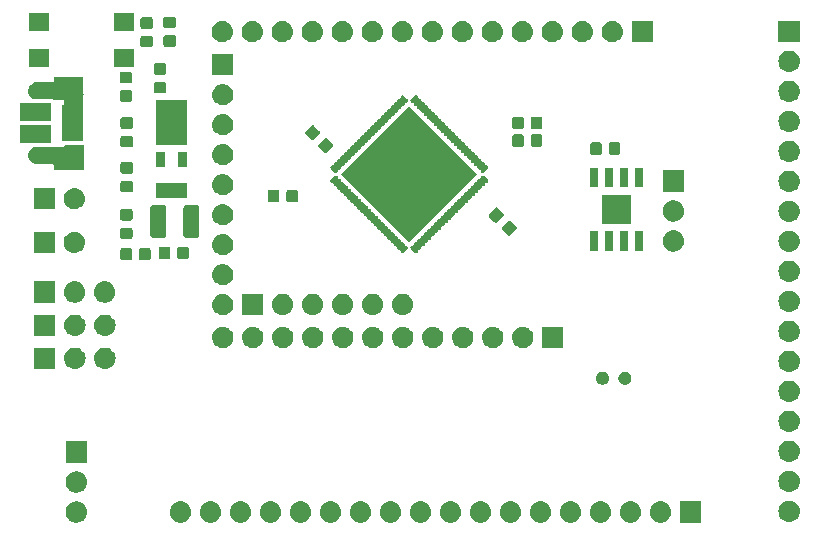
<source format=gts>
G04 #@! TF.GenerationSoftware,KiCad,Pcbnew,5.0.1-33cea8e~68~ubuntu14.04.1*
G04 #@! TF.CreationDate,2018-11-09T11:09:35-08:00*
G04 #@! TF.ProjectId,ga144-breakout,67613134342D627265616B6F75742E6B,rev?*
G04 #@! TF.SameCoordinates,Original*
G04 #@! TF.FileFunction,Soldermask,Top*
G04 #@! TF.FilePolarity,Negative*
%FSLAX46Y46*%
G04 Gerber Fmt 4.6, Leading zero omitted, Abs format (unit mm)*
G04 Created by KiCad (PCBNEW 5.0.1-33cea8e~68~ubuntu14.04.1) date Fri 09 Nov 2018 11:09:35 AM PST*
%MOMM*%
%LPD*%
G01*
G04 APERTURE LIST*
%ADD10C,0.100000*%
G04 APERTURE END LIST*
D10*
G36*
X97060442Y-114985518D02*
X97126627Y-114992037D01*
X97239853Y-115026384D01*
X97296467Y-115043557D01*
X97435087Y-115117652D01*
X97452991Y-115127222D01*
X97488729Y-115156552D01*
X97590186Y-115239814D01*
X97673448Y-115341271D01*
X97702778Y-115377009D01*
X97702779Y-115377011D01*
X97786443Y-115533533D01*
X97786443Y-115533534D01*
X97837963Y-115703373D01*
X97855359Y-115880000D01*
X97837963Y-116056627D01*
X97803616Y-116169853D01*
X97786443Y-116226467D01*
X97732712Y-116326989D01*
X97702778Y-116382991D01*
X97673448Y-116418729D01*
X97590186Y-116520186D01*
X97488729Y-116603448D01*
X97452991Y-116632778D01*
X97452989Y-116632779D01*
X97296467Y-116716443D01*
X97239853Y-116733616D01*
X97126627Y-116767963D01*
X97060442Y-116774482D01*
X96994260Y-116781000D01*
X96905740Y-116781000D01*
X96839558Y-116774482D01*
X96773373Y-116767963D01*
X96660147Y-116733616D01*
X96603533Y-116716443D01*
X96447011Y-116632779D01*
X96447009Y-116632778D01*
X96411271Y-116603448D01*
X96309814Y-116520186D01*
X96226552Y-116418729D01*
X96197222Y-116382991D01*
X96167288Y-116326989D01*
X96113557Y-116226467D01*
X96096384Y-116169853D01*
X96062037Y-116056627D01*
X96044641Y-115880000D01*
X96062037Y-115703373D01*
X96113557Y-115533534D01*
X96113557Y-115533533D01*
X96197221Y-115377011D01*
X96197222Y-115377009D01*
X96226552Y-115341271D01*
X96309814Y-115239814D01*
X96411271Y-115156552D01*
X96447009Y-115127222D01*
X96464913Y-115117652D01*
X96603533Y-115043557D01*
X96660147Y-115026384D01*
X96773373Y-114992037D01*
X96839558Y-114985518D01*
X96905740Y-114979000D01*
X96994260Y-114979000D01*
X97060442Y-114985518D01*
X97060442Y-114985518D01*
G37*
G36*
X149846600Y-116775800D02*
X148044600Y-116775800D01*
X148044600Y-114973800D01*
X149846600Y-114973800D01*
X149846600Y-116775800D01*
X149846600Y-116775800D01*
G37*
G36*
X105876042Y-114980318D02*
X105942227Y-114986837D01*
X106055453Y-115021184D01*
X106112067Y-115038357D01*
X106173550Y-115071221D01*
X106268591Y-115122022D01*
X106274927Y-115127222D01*
X106405786Y-115234614D01*
X106476687Y-115321009D01*
X106518378Y-115371809D01*
X106527948Y-115389713D01*
X106602043Y-115528333D01*
X106619216Y-115584947D01*
X106653563Y-115698173D01*
X106670959Y-115874800D01*
X106653563Y-116051427D01*
X106619216Y-116164653D01*
X106602043Y-116221267D01*
X106527948Y-116359887D01*
X106518378Y-116377791D01*
X106514112Y-116382989D01*
X106405786Y-116514986D01*
X106304329Y-116598248D01*
X106268591Y-116627578D01*
X106268589Y-116627579D01*
X106112067Y-116711243D01*
X106066715Y-116725000D01*
X105942227Y-116762763D01*
X105876043Y-116769281D01*
X105809860Y-116775800D01*
X105721340Y-116775800D01*
X105655157Y-116769281D01*
X105588973Y-116762763D01*
X105464485Y-116725000D01*
X105419133Y-116711243D01*
X105262611Y-116627579D01*
X105262609Y-116627578D01*
X105226871Y-116598248D01*
X105125414Y-116514986D01*
X105017088Y-116382989D01*
X105012822Y-116377791D01*
X105003252Y-116359887D01*
X104929157Y-116221267D01*
X104911984Y-116164653D01*
X104877637Y-116051427D01*
X104860241Y-115874800D01*
X104877637Y-115698173D01*
X104911984Y-115584947D01*
X104929157Y-115528333D01*
X105003252Y-115389713D01*
X105012822Y-115371809D01*
X105054513Y-115321009D01*
X105125414Y-115234614D01*
X105256273Y-115127222D01*
X105262609Y-115122022D01*
X105357650Y-115071221D01*
X105419133Y-115038357D01*
X105475747Y-115021184D01*
X105588973Y-114986837D01*
X105655158Y-114980318D01*
X105721340Y-114973800D01*
X105809860Y-114973800D01*
X105876042Y-114980318D01*
X105876042Y-114980318D01*
G37*
G36*
X108416042Y-114980318D02*
X108482227Y-114986837D01*
X108595453Y-115021184D01*
X108652067Y-115038357D01*
X108713550Y-115071221D01*
X108808591Y-115122022D01*
X108814927Y-115127222D01*
X108945786Y-115234614D01*
X109016687Y-115321009D01*
X109058378Y-115371809D01*
X109067948Y-115389713D01*
X109142043Y-115528333D01*
X109159216Y-115584947D01*
X109193563Y-115698173D01*
X109210959Y-115874800D01*
X109193563Y-116051427D01*
X109159216Y-116164653D01*
X109142043Y-116221267D01*
X109067948Y-116359887D01*
X109058378Y-116377791D01*
X109054112Y-116382989D01*
X108945786Y-116514986D01*
X108844329Y-116598248D01*
X108808591Y-116627578D01*
X108808589Y-116627579D01*
X108652067Y-116711243D01*
X108606715Y-116725000D01*
X108482227Y-116762763D01*
X108416043Y-116769281D01*
X108349860Y-116775800D01*
X108261340Y-116775800D01*
X108195157Y-116769281D01*
X108128973Y-116762763D01*
X108004485Y-116725000D01*
X107959133Y-116711243D01*
X107802611Y-116627579D01*
X107802609Y-116627578D01*
X107766871Y-116598248D01*
X107665414Y-116514986D01*
X107557088Y-116382989D01*
X107552822Y-116377791D01*
X107543252Y-116359887D01*
X107469157Y-116221267D01*
X107451984Y-116164653D01*
X107417637Y-116051427D01*
X107400241Y-115874800D01*
X107417637Y-115698173D01*
X107451984Y-115584947D01*
X107469157Y-115528333D01*
X107543252Y-115389713D01*
X107552822Y-115371809D01*
X107594513Y-115321009D01*
X107665414Y-115234614D01*
X107796273Y-115127222D01*
X107802609Y-115122022D01*
X107897650Y-115071221D01*
X107959133Y-115038357D01*
X108015747Y-115021184D01*
X108128973Y-114986837D01*
X108195158Y-114980318D01*
X108261340Y-114973800D01*
X108349860Y-114973800D01*
X108416042Y-114980318D01*
X108416042Y-114980318D01*
G37*
G36*
X110956042Y-114980318D02*
X111022227Y-114986837D01*
X111135453Y-115021184D01*
X111192067Y-115038357D01*
X111253550Y-115071221D01*
X111348591Y-115122022D01*
X111354927Y-115127222D01*
X111485786Y-115234614D01*
X111556687Y-115321009D01*
X111598378Y-115371809D01*
X111607948Y-115389713D01*
X111682043Y-115528333D01*
X111699216Y-115584947D01*
X111733563Y-115698173D01*
X111750959Y-115874800D01*
X111733563Y-116051427D01*
X111699216Y-116164653D01*
X111682043Y-116221267D01*
X111607948Y-116359887D01*
X111598378Y-116377791D01*
X111594112Y-116382989D01*
X111485786Y-116514986D01*
X111384329Y-116598248D01*
X111348591Y-116627578D01*
X111348589Y-116627579D01*
X111192067Y-116711243D01*
X111146715Y-116725000D01*
X111022227Y-116762763D01*
X110956043Y-116769281D01*
X110889860Y-116775800D01*
X110801340Y-116775800D01*
X110735157Y-116769281D01*
X110668973Y-116762763D01*
X110544485Y-116725000D01*
X110499133Y-116711243D01*
X110342611Y-116627579D01*
X110342609Y-116627578D01*
X110306871Y-116598248D01*
X110205414Y-116514986D01*
X110097088Y-116382989D01*
X110092822Y-116377791D01*
X110083252Y-116359887D01*
X110009157Y-116221267D01*
X109991984Y-116164653D01*
X109957637Y-116051427D01*
X109940241Y-115874800D01*
X109957637Y-115698173D01*
X109991984Y-115584947D01*
X110009157Y-115528333D01*
X110083252Y-115389713D01*
X110092822Y-115371809D01*
X110134513Y-115321009D01*
X110205414Y-115234614D01*
X110336273Y-115127222D01*
X110342609Y-115122022D01*
X110437650Y-115071221D01*
X110499133Y-115038357D01*
X110555747Y-115021184D01*
X110668973Y-114986837D01*
X110735158Y-114980318D01*
X110801340Y-114973800D01*
X110889860Y-114973800D01*
X110956042Y-114980318D01*
X110956042Y-114980318D01*
G37*
G36*
X113496042Y-114980318D02*
X113562227Y-114986837D01*
X113675453Y-115021184D01*
X113732067Y-115038357D01*
X113793550Y-115071221D01*
X113888591Y-115122022D01*
X113894927Y-115127222D01*
X114025786Y-115234614D01*
X114096687Y-115321009D01*
X114138378Y-115371809D01*
X114147948Y-115389713D01*
X114222043Y-115528333D01*
X114239216Y-115584947D01*
X114273563Y-115698173D01*
X114290959Y-115874800D01*
X114273563Y-116051427D01*
X114239216Y-116164653D01*
X114222043Y-116221267D01*
X114147948Y-116359887D01*
X114138378Y-116377791D01*
X114134112Y-116382989D01*
X114025786Y-116514986D01*
X113924329Y-116598248D01*
X113888591Y-116627578D01*
X113888589Y-116627579D01*
X113732067Y-116711243D01*
X113686715Y-116725000D01*
X113562227Y-116762763D01*
X113496043Y-116769281D01*
X113429860Y-116775800D01*
X113341340Y-116775800D01*
X113275157Y-116769281D01*
X113208973Y-116762763D01*
X113084485Y-116725000D01*
X113039133Y-116711243D01*
X112882611Y-116627579D01*
X112882609Y-116627578D01*
X112846871Y-116598248D01*
X112745414Y-116514986D01*
X112637088Y-116382989D01*
X112632822Y-116377791D01*
X112623252Y-116359887D01*
X112549157Y-116221267D01*
X112531984Y-116164653D01*
X112497637Y-116051427D01*
X112480241Y-115874800D01*
X112497637Y-115698173D01*
X112531984Y-115584947D01*
X112549157Y-115528333D01*
X112623252Y-115389713D01*
X112632822Y-115371809D01*
X112674513Y-115321009D01*
X112745414Y-115234614D01*
X112876273Y-115127222D01*
X112882609Y-115122022D01*
X112977650Y-115071221D01*
X113039133Y-115038357D01*
X113095747Y-115021184D01*
X113208973Y-114986837D01*
X113275158Y-114980318D01*
X113341340Y-114973800D01*
X113429860Y-114973800D01*
X113496042Y-114980318D01*
X113496042Y-114980318D01*
G37*
G36*
X116036042Y-114980318D02*
X116102227Y-114986837D01*
X116215453Y-115021184D01*
X116272067Y-115038357D01*
X116333550Y-115071221D01*
X116428591Y-115122022D01*
X116434927Y-115127222D01*
X116565786Y-115234614D01*
X116636687Y-115321009D01*
X116678378Y-115371809D01*
X116687948Y-115389713D01*
X116762043Y-115528333D01*
X116779216Y-115584947D01*
X116813563Y-115698173D01*
X116830959Y-115874800D01*
X116813563Y-116051427D01*
X116779216Y-116164653D01*
X116762043Y-116221267D01*
X116687948Y-116359887D01*
X116678378Y-116377791D01*
X116674112Y-116382989D01*
X116565786Y-116514986D01*
X116464329Y-116598248D01*
X116428591Y-116627578D01*
X116428589Y-116627579D01*
X116272067Y-116711243D01*
X116226715Y-116725000D01*
X116102227Y-116762763D01*
X116036043Y-116769281D01*
X115969860Y-116775800D01*
X115881340Y-116775800D01*
X115815157Y-116769281D01*
X115748973Y-116762763D01*
X115624485Y-116725000D01*
X115579133Y-116711243D01*
X115422611Y-116627579D01*
X115422609Y-116627578D01*
X115386871Y-116598248D01*
X115285414Y-116514986D01*
X115177088Y-116382989D01*
X115172822Y-116377791D01*
X115163252Y-116359887D01*
X115089157Y-116221267D01*
X115071984Y-116164653D01*
X115037637Y-116051427D01*
X115020241Y-115874800D01*
X115037637Y-115698173D01*
X115071984Y-115584947D01*
X115089157Y-115528333D01*
X115163252Y-115389713D01*
X115172822Y-115371809D01*
X115214513Y-115321009D01*
X115285414Y-115234614D01*
X115416273Y-115127222D01*
X115422609Y-115122022D01*
X115517650Y-115071221D01*
X115579133Y-115038357D01*
X115635747Y-115021184D01*
X115748973Y-114986837D01*
X115815158Y-114980318D01*
X115881340Y-114973800D01*
X115969860Y-114973800D01*
X116036042Y-114980318D01*
X116036042Y-114980318D01*
G37*
G36*
X118576042Y-114980318D02*
X118642227Y-114986837D01*
X118755453Y-115021184D01*
X118812067Y-115038357D01*
X118873550Y-115071221D01*
X118968591Y-115122022D01*
X118974927Y-115127222D01*
X119105786Y-115234614D01*
X119176687Y-115321009D01*
X119218378Y-115371809D01*
X119227948Y-115389713D01*
X119302043Y-115528333D01*
X119319216Y-115584947D01*
X119353563Y-115698173D01*
X119370959Y-115874800D01*
X119353563Y-116051427D01*
X119319216Y-116164653D01*
X119302043Y-116221267D01*
X119227948Y-116359887D01*
X119218378Y-116377791D01*
X119214112Y-116382989D01*
X119105786Y-116514986D01*
X119004329Y-116598248D01*
X118968591Y-116627578D01*
X118968589Y-116627579D01*
X118812067Y-116711243D01*
X118766715Y-116725000D01*
X118642227Y-116762763D01*
X118576043Y-116769281D01*
X118509860Y-116775800D01*
X118421340Y-116775800D01*
X118355157Y-116769281D01*
X118288973Y-116762763D01*
X118164485Y-116725000D01*
X118119133Y-116711243D01*
X117962611Y-116627579D01*
X117962609Y-116627578D01*
X117926871Y-116598248D01*
X117825414Y-116514986D01*
X117717088Y-116382989D01*
X117712822Y-116377791D01*
X117703252Y-116359887D01*
X117629157Y-116221267D01*
X117611984Y-116164653D01*
X117577637Y-116051427D01*
X117560241Y-115874800D01*
X117577637Y-115698173D01*
X117611984Y-115584947D01*
X117629157Y-115528333D01*
X117703252Y-115389713D01*
X117712822Y-115371809D01*
X117754513Y-115321009D01*
X117825414Y-115234614D01*
X117956273Y-115127222D01*
X117962609Y-115122022D01*
X118057650Y-115071221D01*
X118119133Y-115038357D01*
X118175747Y-115021184D01*
X118288973Y-114986837D01*
X118355158Y-114980318D01*
X118421340Y-114973800D01*
X118509860Y-114973800D01*
X118576042Y-114980318D01*
X118576042Y-114980318D01*
G37*
G36*
X121116042Y-114980318D02*
X121182227Y-114986837D01*
X121295453Y-115021184D01*
X121352067Y-115038357D01*
X121413550Y-115071221D01*
X121508591Y-115122022D01*
X121514927Y-115127222D01*
X121645786Y-115234614D01*
X121716687Y-115321009D01*
X121758378Y-115371809D01*
X121767948Y-115389713D01*
X121842043Y-115528333D01*
X121859216Y-115584947D01*
X121893563Y-115698173D01*
X121910959Y-115874800D01*
X121893563Y-116051427D01*
X121859216Y-116164653D01*
X121842043Y-116221267D01*
X121767948Y-116359887D01*
X121758378Y-116377791D01*
X121754112Y-116382989D01*
X121645786Y-116514986D01*
X121544329Y-116598248D01*
X121508591Y-116627578D01*
X121508589Y-116627579D01*
X121352067Y-116711243D01*
X121306715Y-116725000D01*
X121182227Y-116762763D01*
X121116043Y-116769281D01*
X121049860Y-116775800D01*
X120961340Y-116775800D01*
X120895157Y-116769281D01*
X120828973Y-116762763D01*
X120704485Y-116725000D01*
X120659133Y-116711243D01*
X120502611Y-116627579D01*
X120502609Y-116627578D01*
X120466871Y-116598248D01*
X120365414Y-116514986D01*
X120257088Y-116382989D01*
X120252822Y-116377791D01*
X120243252Y-116359887D01*
X120169157Y-116221267D01*
X120151984Y-116164653D01*
X120117637Y-116051427D01*
X120100241Y-115874800D01*
X120117637Y-115698173D01*
X120151984Y-115584947D01*
X120169157Y-115528333D01*
X120243252Y-115389713D01*
X120252822Y-115371809D01*
X120294513Y-115321009D01*
X120365414Y-115234614D01*
X120496273Y-115127222D01*
X120502609Y-115122022D01*
X120597650Y-115071221D01*
X120659133Y-115038357D01*
X120715747Y-115021184D01*
X120828973Y-114986837D01*
X120895158Y-114980318D01*
X120961340Y-114973800D01*
X121049860Y-114973800D01*
X121116042Y-114980318D01*
X121116042Y-114980318D01*
G37*
G36*
X123656042Y-114980318D02*
X123722227Y-114986837D01*
X123835453Y-115021184D01*
X123892067Y-115038357D01*
X123953550Y-115071221D01*
X124048591Y-115122022D01*
X124054927Y-115127222D01*
X124185786Y-115234614D01*
X124256687Y-115321009D01*
X124298378Y-115371809D01*
X124307948Y-115389713D01*
X124382043Y-115528333D01*
X124399216Y-115584947D01*
X124433563Y-115698173D01*
X124450959Y-115874800D01*
X124433563Y-116051427D01*
X124399216Y-116164653D01*
X124382043Y-116221267D01*
X124307948Y-116359887D01*
X124298378Y-116377791D01*
X124294112Y-116382989D01*
X124185786Y-116514986D01*
X124084329Y-116598248D01*
X124048591Y-116627578D01*
X124048589Y-116627579D01*
X123892067Y-116711243D01*
X123846715Y-116725000D01*
X123722227Y-116762763D01*
X123656043Y-116769281D01*
X123589860Y-116775800D01*
X123501340Y-116775800D01*
X123435157Y-116769281D01*
X123368973Y-116762763D01*
X123244485Y-116725000D01*
X123199133Y-116711243D01*
X123042611Y-116627579D01*
X123042609Y-116627578D01*
X123006871Y-116598248D01*
X122905414Y-116514986D01*
X122797088Y-116382989D01*
X122792822Y-116377791D01*
X122783252Y-116359887D01*
X122709157Y-116221267D01*
X122691984Y-116164653D01*
X122657637Y-116051427D01*
X122640241Y-115874800D01*
X122657637Y-115698173D01*
X122691984Y-115584947D01*
X122709157Y-115528333D01*
X122783252Y-115389713D01*
X122792822Y-115371809D01*
X122834513Y-115321009D01*
X122905414Y-115234614D01*
X123036273Y-115127222D01*
X123042609Y-115122022D01*
X123137650Y-115071221D01*
X123199133Y-115038357D01*
X123255747Y-115021184D01*
X123368973Y-114986837D01*
X123435158Y-114980318D01*
X123501340Y-114973800D01*
X123589860Y-114973800D01*
X123656042Y-114980318D01*
X123656042Y-114980318D01*
G37*
G36*
X128736042Y-114980318D02*
X128802227Y-114986837D01*
X128915453Y-115021184D01*
X128972067Y-115038357D01*
X129033550Y-115071221D01*
X129128591Y-115122022D01*
X129134927Y-115127222D01*
X129265786Y-115234614D01*
X129336687Y-115321009D01*
X129378378Y-115371809D01*
X129387948Y-115389713D01*
X129462043Y-115528333D01*
X129479216Y-115584947D01*
X129513563Y-115698173D01*
X129530959Y-115874800D01*
X129513563Y-116051427D01*
X129479216Y-116164653D01*
X129462043Y-116221267D01*
X129387948Y-116359887D01*
X129378378Y-116377791D01*
X129374112Y-116382989D01*
X129265786Y-116514986D01*
X129164329Y-116598248D01*
X129128591Y-116627578D01*
X129128589Y-116627579D01*
X128972067Y-116711243D01*
X128926715Y-116725000D01*
X128802227Y-116762763D01*
X128736043Y-116769281D01*
X128669860Y-116775800D01*
X128581340Y-116775800D01*
X128515157Y-116769281D01*
X128448973Y-116762763D01*
X128324485Y-116725000D01*
X128279133Y-116711243D01*
X128122611Y-116627579D01*
X128122609Y-116627578D01*
X128086871Y-116598248D01*
X127985414Y-116514986D01*
X127877088Y-116382989D01*
X127872822Y-116377791D01*
X127863252Y-116359887D01*
X127789157Y-116221267D01*
X127771984Y-116164653D01*
X127737637Y-116051427D01*
X127720241Y-115874800D01*
X127737637Y-115698173D01*
X127771984Y-115584947D01*
X127789157Y-115528333D01*
X127863252Y-115389713D01*
X127872822Y-115371809D01*
X127914513Y-115321009D01*
X127985414Y-115234614D01*
X128116273Y-115127222D01*
X128122609Y-115122022D01*
X128217650Y-115071221D01*
X128279133Y-115038357D01*
X128335747Y-115021184D01*
X128448973Y-114986837D01*
X128515158Y-114980318D01*
X128581340Y-114973800D01*
X128669860Y-114973800D01*
X128736042Y-114980318D01*
X128736042Y-114980318D01*
G37*
G36*
X126196042Y-114980318D02*
X126262227Y-114986837D01*
X126375453Y-115021184D01*
X126432067Y-115038357D01*
X126493550Y-115071221D01*
X126588591Y-115122022D01*
X126594927Y-115127222D01*
X126725786Y-115234614D01*
X126796687Y-115321009D01*
X126838378Y-115371809D01*
X126847948Y-115389713D01*
X126922043Y-115528333D01*
X126939216Y-115584947D01*
X126973563Y-115698173D01*
X126990959Y-115874800D01*
X126973563Y-116051427D01*
X126939216Y-116164653D01*
X126922043Y-116221267D01*
X126847948Y-116359887D01*
X126838378Y-116377791D01*
X126834112Y-116382989D01*
X126725786Y-116514986D01*
X126624329Y-116598248D01*
X126588591Y-116627578D01*
X126588589Y-116627579D01*
X126432067Y-116711243D01*
X126386715Y-116725000D01*
X126262227Y-116762763D01*
X126196043Y-116769281D01*
X126129860Y-116775800D01*
X126041340Y-116775800D01*
X125975157Y-116769281D01*
X125908973Y-116762763D01*
X125784485Y-116725000D01*
X125739133Y-116711243D01*
X125582611Y-116627579D01*
X125582609Y-116627578D01*
X125546871Y-116598248D01*
X125445414Y-116514986D01*
X125337088Y-116382989D01*
X125332822Y-116377791D01*
X125323252Y-116359887D01*
X125249157Y-116221267D01*
X125231984Y-116164653D01*
X125197637Y-116051427D01*
X125180241Y-115874800D01*
X125197637Y-115698173D01*
X125231984Y-115584947D01*
X125249157Y-115528333D01*
X125323252Y-115389713D01*
X125332822Y-115371809D01*
X125374513Y-115321009D01*
X125445414Y-115234614D01*
X125576273Y-115127222D01*
X125582609Y-115122022D01*
X125677650Y-115071221D01*
X125739133Y-115038357D01*
X125795747Y-115021184D01*
X125908973Y-114986837D01*
X125975158Y-114980318D01*
X126041340Y-114973800D01*
X126129860Y-114973800D01*
X126196042Y-114980318D01*
X126196042Y-114980318D01*
G37*
G36*
X146516042Y-114980318D02*
X146582227Y-114986837D01*
X146695453Y-115021184D01*
X146752067Y-115038357D01*
X146813550Y-115071221D01*
X146908591Y-115122022D01*
X146914927Y-115127222D01*
X147045786Y-115234614D01*
X147116687Y-115321009D01*
X147158378Y-115371809D01*
X147167948Y-115389713D01*
X147242043Y-115528333D01*
X147259216Y-115584947D01*
X147293563Y-115698173D01*
X147310959Y-115874800D01*
X147293563Y-116051427D01*
X147259216Y-116164653D01*
X147242043Y-116221267D01*
X147167948Y-116359887D01*
X147158378Y-116377791D01*
X147154112Y-116382989D01*
X147045786Y-116514986D01*
X146944329Y-116598248D01*
X146908591Y-116627578D01*
X146908589Y-116627579D01*
X146752067Y-116711243D01*
X146706715Y-116725000D01*
X146582227Y-116762763D01*
X146516043Y-116769281D01*
X146449860Y-116775800D01*
X146361340Y-116775800D01*
X146295157Y-116769281D01*
X146228973Y-116762763D01*
X146104485Y-116725000D01*
X146059133Y-116711243D01*
X145902611Y-116627579D01*
X145902609Y-116627578D01*
X145866871Y-116598248D01*
X145765414Y-116514986D01*
X145657088Y-116382989D01*
X145652822Y-116377791D01*
X145643252Y-116359887D01*
X145569157Y-116221267D01*
X145551984Y-116164653D01*
X145517637Y-116051427D01*
X145500241Y-115874800D01*
X145517637Y-115698173D01*
X145551984Y-115584947D01*
X145569157Y-115528333D01*
X145643252Y-115389713D01*
X145652822Y-115371809D01*
X145694513Y-115321009D01*
X145765414Y-115234614D01*
X145896273Y-115127222D01*
X145902609Y-115122022D01*
X145997650Y-115071221D01*
X146059133Y-115038357D01*
X146115747Y-115021184D01*
X146228973Y-114986837D01*
X146295158Y-114980318D01*
X146361340Y-114973800D01*
X146449860Y-114973800D01*
X146516042Y-114980318D01*
X146516042Y-114980318D01*
G37*
G36*
X143976042Y-114980318D02*
X144042227Y-114986837D01*
X144155453Y-115021184D01*
X144212067Y-115038357D01*
X144273550Y-115071221D01*
X144368591Y-115122022D01*
X144374927Y-115127222D01*
X144505786Y-115234614D01*
X144576687Y-115321009D01*
X144618378Y-115371809D01*
X144627948Y-115389713D01*
X144702043Y-115528333D01*
X144719216Y-115584947D01*
X144753563Y-115698173D01*
X144770959Y-115874800D01*
X144753563Y-116051427D01*
X144719216Y-116164653D01*
X144702043Y-116221267D01*
X144627948Y-116359887D01*
X144618378Y-116377791D01*
X144614112Y-116382989D01*
X144505786Y-116514986D01*
X144404329Y-116598248D01*
X144368591Y-116627578D01*
X144368589Y-116627579D01*
X144212067Y-116711243D01*
X144166715Y-116725000D01*
X144042227Y-116762763D01*
X143976043Y-116769281D01*
X143909860Y-116775800D01*
X143821340Y-116775800D01*
X143755157Y-116769281D01*
X143688973Y-116762763D01*
X143564485Y-116725000D01*
X143519133Y-116711243D01*
X143362611Y-116627579D01*
X143362609Y-116627578D01*
X143326871Y-116598248D01*
X143225414Y-116514986D01*
X143117088Y-116382989D01*
X143112822Y-116377791D01*
X143103252Y-116359887D01*
X143029157Y-116221267D01*
X143011984Y-116164653D01*
X142977637Y-116051427D01*
X142960241Y-115874800D01*
X142977637Y-115698173D01*
X143011984Y-115584947D01*
X143029157Y-115528333D01*
X143103252Y-115389713D01*
X143112822Y-115371809D01*
X143154513Y-115321009D01*
X143225414Y-115234614D01*
X143356273Y-115127222D01*
X143362609Y-115122022D01*
X143457650Y-115071221D01*
X143519133Y-115038357D01*
X143575747Y-115021184D01*
X143688973Y-114986837D01*
X143755158Y-114980318D01*
X143821340Y-114973800D01*
X143909860Y-114973800D01*
X143976042Y-114980318D01*
X143976042Y-114980318D01*
G37*
G36*
X141436042Y-114980318D02*
X141502227Y-114986837D01*
X141615453Y-115021184D01*
X141672067Y-115038357D01*
X141733550Y-115071221D01*
X141828591Y-115122022D01*
X141834927Y-115127222D01*
X141965786Y-115234614D01*
X142036687Y-115321009D01*
X142078378Y-115371809D01*
X142087948Y-115389713D01*
X142162043Y-115528333D01*
X142179216Y-115584947D01*
X142213563Y-115698173D01*
X142230959Y-115874800D01*
X142213563Y-116051427D01*
X142179216Y-116164653D01*
X142162043Y-116221267D01*
X142087948Y-116359887D01*
X142078378Y-116377791D01*
X142074112Y-116382989D01*
X141965786Y-116514986D01*
X141864329Y-116598248D01*
X141828591Y-116627578D01*
X141828589Y-116627579D01*
X141672067Y-116711243D01*
X141626715Y-116725000D01*
X141502227Y-116762763D01*
X141436043Y-116769281D01*
X141369860Y-116775800D01*
X141281340Y-116775800D01*
X141215157Y-116769281D01*
X141148973Y-116762763D01*
X141024485Y-116725000D01*
X140979133Y-116711243D01*
X140822611Y-116627579D01*
X140822609Y-116627578D01*
X140786871Y-116598248D01*
X140685414Y-116514986D01*
X140577088Y-116382989D01*
X140572822Y-116377791D01*
X140563252Y-116359887D01*
X140489157Y-116221267D01*
X140471984Y-116164653D01*
X140437637Y-116051427D01*
X140420241Y-115874800D01*
X140437637Y-115698173D01*
X140471984Y-115584947D01*
X140489157Y-115528333D01*
X140563252Y-115389713D01*
X140572822Y-115371809D01*
X140614513Y-115321009D01*
X140685414Y-115234614D01*
X140816273Y-115127222D01*
X140822609Y-115122022D01*
X140917650Y-115071221D01*
X140979133Y-115038357D01*
X141035747Y-115021184D01*
X141148973Y-114986837D01*
X141215158Y-114980318D01*
X141281340Y-114973800D01*
X141369860Y-114973800D01*
X141436042Y-114980318D01*
X141436042Y-114980318D01*
G37*
G36*
X136356042Y-114980318D02*
X136422227Y-114986837D01*
X136535453Y-115021184D01*
X136592067Y-115038357D01*
X136653550Y-115071221D01*
X136748591Y-115122022D01*
X136754927Y-115127222D01*
X136885786Y-115234614D01*
X136956687Y-115321009D01*
X136998378Y-115371809D01*
X137007948Y-115389713D01*
X137082043Y-115528333D01*
X137099216Y-115584947D01*
X137133563Y-115698173D01*
X137150959Y-115874800D01*
X137133563Y-116051427D01*
X137099216Y-116164653D01*
X137082043Y-116221267D01*
X137007948Y-116359887D01*
X136998378Y-116377791D01*
X136994112Y-116382989D01*
X136885786Y-116514986D01*
X136784329Y-116598248D01*
X136748591Y-116627578D01*
X136748589Y-116627579D01*
X136592067Y-116711243D01*
X136546715Y-116725000D01*
X136422227Y-116762763D01*
X136356043Y-116769281D01*
X136289860Y-116775800D01*
X136201340Y-116775800D01*
X136135157Y-116769281D01*
X136068973Y-116762763D01*
X135944485Y-116725000D01*
X135899133Y-116711243D01*
X135742611Y-116627579D01*
X135742609Y-116627578D01*
X135706871Y-116598248D01*
X135605414Y-116514986D01*
X135497088Y-116382989D01*
X135492822Y-116377791D01*
X135483252Y-116359887D01*
X135409157Y-116221267D01*
X135391984Y-116164653D01*
X135357637Y-116051427D01*
X135340241Y-115874800D01*
X135357637Y-115698173D01*
X135391984Y-115584947D01*
X135409157Y-115528333D01*
X135483252Y-115389713D01*
X135492822Y-115371809D01*
X135534513Y-115321009D01*
X135605414Y-115234614D01*
X135736273Y-115127222D01*
X135742609Y-115122022D01*
X135837650Y-115071221D01*
X135899133Y-115038357D01*
X135955747Y-115021184D01*
X136068973Y-114986837D01*
X136135158Y-114980318D01*
X136201340Y-114973800D01*
X136289860Y-114973800D01*
X136356042Y-114980318D01*
X136356042Y-114980318D01*
G37*
G36*
X133816042Y-114980318D02*
X133882227Y-114986837D01*
X133995453Y-115021184D01*
X134052067Y-115038357D01*
X134113550Y-115071221D01*
X134208591Y-115122022D01*
X134214927Y-115127222D01*
X134345786Y-115234614D01*
X134416687Y-115321009D01*
X134458378Y-115371809D01*
X134467948Y-115389713D01*
X134542043Y-115528333D01*
X134559216Y-115584947D01*
X134593563Y-115698173D01*
X134610959Y-115874800D01*
X134593563Y-116051427D01*
X134559216Y-116164653D01*
X134542043Y-116221267D01*
X134467948Y-116359887D01*
X134458378Y-116377791D01*
X134454112Y-116382989D01*
X134345786Y-116514986D01*
X134244329Y-116598248D01*
X134208591Y-116627578D01*
X134208589Y-116627579D01*
X134052067Y-116711243D01*
X134006715Y-116725000D01*
X133882227Y-116762763D01*
X133816043Y-116769281D01*
X133749860Y-116775800D01*
X133661340Y-116775800D01*
X133595157Y-116769281D01*
X133528973Y-116762763D01*
X133404485Y-116725000D01*
X133359133Y-116711243D01*
X133202611Y-116627579D01*
X133202609Y-116627578D01*
X133166871Y-116598248D01*
X133065414Y-116514986D01*
X132957088Y-116382989D01*
X132952822Y-116377791D01*
X132943252Y-116359887D01*
X132869157Y-116221267D01*
X132851984Y-116164653D01*
X132817637Y-116051427D01*
X132800241Y-115874800D01*
X132817637Y-115698173D01*
X132851984Y-115584947D01*
X132869157Y-115528333D01*
X132943252Y-115389713D01*
X132952822Y-115371809D01*
X132994513Y-115321009D01*
X133065414Y-115234614D01*
X133196273Y-115127222D01*
X133202609Y-115122022D01*
X133297650Y-115071221D01*
X133359133Y-115038357D01*
X133415747Y-115021184D01*
X133528973Y-114986837D01*
X133595158Y-114980318D01*
X133661340Y-114973800D01*
X133749860Y-114973800D01*
X133816042Y-114980318D01*
X133816042Y-114980318D01*
G37*
G36*
X131276042Y-114980318D02*
X131342227Y-114986837D01*
X131455453Y-115021184D01*
X131512067Y-115038357D01*
X131573550Y-115071221D01*
X131668591Y-115122022D01*
X131674927Y-115127222D01*
X131805786Y-115234614D01*
X131876687Y-115321009D01*
X131918378Y-115371809D01*
X131927948Y-115389713D01*
X132002043Y-115528333D01*
X132019216Y-115584947D01*
X132053563Y-115698173D01*
X132070959Y-115874800D01*
X132053563Y-116051427D01*
X132019216Y-116164653D01*
X132002043Y-116221267D01*
X131927948Y-116359887D01*
X131918378Y-116377791D01*
X131914112Y-116382989D01*
X131805786Y-116514986D01*
X131704329Y-116598248D01*
X131668591Y-116627578D01*
X131668589Y-116627579D01*
X131512067Y-116711243D01*
X131466715Y-116725000D01*
X131342227Y-116762763D01*
X131276043Y-116769281D01*
X131209860Y-116775800D01*
X131121340Y-116775800D01*
X131055157Y-116769281D01*
X130988973Y-116762763D01*
X130864485Y-116725000D01*
X130819133Y-116711243D01*
X130662611Y-116627579D01*
X130662609Y-116627578D01*
X130626871Y-116598248D01*
X130525414Y-116514986D01*
X130417088Y-116382989D01*
X130412822Y-116377791D01*
X130403252Y-116359887D01*
X130329157Y-116221267D01*
X130311984Y-116164653D01*
X130277637Y-116051427D01*
X130260241Y-115874800D01*
X130277637Y-115698173D01*
X130311984Y-115584947D01*
X130329157Y-115528333D01*
X130403252Y-115389713D01*
X130412822Y-115371809D01*
X130454513Y-115321009D01*
X130525414Y-115234614D01*
X130656273Y-115127222D01*
X130662609Y-115122022D01*
X130757650Y-115071221D01*
X130819133Y-115038357D01*
X130875747Y-115021184D01*
X130988973Y-114986837D01*
X131055158Y-114980318D01*
X131121340Y-114973800D01*
X131209860Y-114973800D01*
X131276042Y-114980318D01*
X131276042Y-114980318D01*
G37*
G36*
X138896042Y-114980318D02*
X138962227Y-114986837D01*
X139075453Y-115021184D01*
X139132067Y-115038357D01*
X139193550Y-115071221D01*
X139288591Y-115122022D01*
X139294927Y-115127222D01*
X139425786Y-115234614D01*
X139496687Y-115321009D01*
X139538378Y-115371809D01*
X139547948Y-115389713D01*
X139622043Y-115528333D01*
X139639216Y-115584947D01*
X139673563Y-115698173D01*
X139690959Y-115874800D01*
X139673563Y-116051427D01*
X139639216Y-116164653D01*
X139622043Y-116221267D01*
X139547948Y-116359887D01*
X139538378Y-116377791D01*
X139534112Y-116382989D01*
X139425786Y-116514986D01*
X139324329Y-116598248D01*
X139288591Y-116627578D01*
X139288589Y-116627579D01*
X139132067Y-116711243D01*
X139086715Y-116725000D01*
X138962227Y-116762763D01*
X138896043Y-116769281D01*
X138829860Y-116775800D01*
X138741340Y-116775800D01*
X138675157Y-116769281D01*
X138608973Y-116762763D01*
X138484485Y-116725000D01*
X138439133Y-116711243D01*
X138282611Y-116627579D01*
X138282609Y-116627578D01*
X138246871Y-116598248D01*
X138145414Y-116514986D01*
X138037088Y-116382989D01*
X138032822Y-116377791D01*
X138023252Y-116359887D01*
X137949157Y-116221267D01*
X137931984Y-116164653D01*
X137897637Y-116051427D01*
X137880241Y-115874800D01*
X137897637Y-115698173D01*
X137931984Y-115584947D01*
X137949157Y-115528333D01*
X138023252Y-115389713D01*
X138032822Y-115371809D01*
X138074513Y-115321009D01*
X138145414Y-115234614D01*
X138276273Y-115127222D01*
X138282609Y-115122022D01*
X138377650Y-115071221D01*
X138439133Y-115038357D01*
X138495747Y-115021184D01*
X138608973Y-114986837D01*
X138675158Y-114980318D01*
X138741340Y-114973800D01*
X138829860Y-114973800D01*
X138896042Y-114980318D01*
X138896042Y-114980318D01*
G37*
G36*
X157399943Y-114929519D02*
X157466127Y-114936037D01*
X157579353Y-114970384D01*
X157635967Y-114987557D01*
X157740734Y-115043557D01*
X157792491Y-115071222D01*
X157828229Y-115100552D01*
X157929686Y-115183814D01*
X158012948Y-115285271D01*
X158042278Y-115321009D01*
X158042279Y-115321011D01*
X158125943Y-115477533D01*
X158125943Y-115477534D01*
X158177463Y-115647373D01*
X158194859Y-115824000D01*
X158177463Y-116000627D01*
X158143116Y-116113853D01*
X158125943Y-116170467D01*
X158098790Y-116221266D01*
X158042278Y-116326991D01*
X158012948Y-116362729D01*
X157929686Y-116464186D01*
X157828229Y-116547448D01*
X157792491Y-116576778D01*
X157792489Y-116576779D01*
X157635967Y-116660443D01*
X157579353Y-116677616D01*
X157466127Y-116711963D01*
X157399943Y-116718481D01*
X157333760Y-116725000D01*
X157245240Y-116725000D01*
X157179057Y-116718481D01*
X157112873Y-116711963D01*
X156999647Y-116677616D01*
X156943033Y-116660443D01*
X156786511Y-116576779D01*
X156786509Y-116576778D01*
X156750771Y-116547448D01*
X156649314Y-116464186D01*
X156566052Y-116362729D01*
X156536722Y-116326991D01*
X156480210Y-116221266D01*
X156453057Y-116170467D01*
X156435884Y-116113853D01*
X156401537Y-116000627D01*
X156384141Y-115824000D01*
X156401537Y-115647373D01*
X156453057Y-115477534D01*
X156453057Y-115477533D01*
X156536721Y-115321011D01*
X156536722Y-115321009D01*
X156566052Y-115285271D01*
X156649314Y-115183814D01*
X156750771Y-115100552D01*
X156786509Y-115071222D01*
X156838266Y-115043557D01*
X156943033Y-114987557D01*
X156999647Y-114970384D01*
X157112873Y-114936037D01*
X157179057Y-114929519D01*
X157245240Y-114923000D01*
X157333760Y-114923000D01*
X157399943Y-114929519D01*
X157399943Y-114929519D01*
G37*
G36*
X97060443Y-112445519D02*
X97126627Y-112452037D01*
X97239853Y-112486384D01*
X97296467Y-112503557D01*
X97435087Y-112577652D01*
X97452991Y-112587222D01*
X97488729Y-112616552D01*
X97590186Y-112699814D01*
X97673448Y-112801271D01*
X97702778Y-112837009D01*
X97702779Y-112837011D01*
X97786443Y-112993533D01*
X97786443Y-112993534D01*
X97837963Y-113163373D01*
X97855359Y-113340000D01*
X97837963Y-113516627D01*
X97803616Y-113629853D01*
X97786443Y-113686467D01*
X97732712Y-113786989D01*
X97702778Y-113842991D01*
X97673448Y-113878729D01*
X97590186Y-113980186D01*
X97488729Y-114063448D01*
X97452991Y-114092778D01*
X97452989Y-114092779D01*
X97296467Y-114176443D01*
X97239853Y-114193616D01*
X97126627Y-114227963D01*
X97060443Y-114234481D01*
X96994260Y-114241000D01*
X96905740Y-114241000D01*
X96839557Y-114234481D01*
X96773373Y-114227963D01*
X96660147Y-114193616D01*
X96603533Y-114176443D01*
X96447011Y-114092779D01*
X96447009Y-114092778D01*
X96411271Y-114063448D01*
X96309814Y-113980186D01*
X96226552Y-113878729D01*
X96197222Y-113842991D01*
X96167288Y-113786989D01*
X96113557Y-113686467D01*
X96096384Y-113629853D01*
X96062037Y-113516627D01*
X96044641Y-113340000D01*
X96062037Y-113163373D01*
X96113557Y-112993534D01*
X96113557Y-112993533D01*
X96197221Y-112837011D01*
X96197222Y-112837009D01*
X96226552Y-112801271D01*
X96309814Y-112699814D01*
X96411271Y-112616552D01*
X96447009Y-112587222D01*
X96464913Y-112577652D01*
X96603533Y-112503557D01*
X96660147Y-112486384D01*
X96773373Y-112452037D01*
X96839557Y-112445519D01*
X96905740Y-112439000D01*
X96994260Y-112439000D01*
X97060443Y-112445519D01*
X97060443Y-112445519D01*
G37*
G36*
X157399943Y-112389519D02*
X157466127Y-112396037D01*
X157579353Y-112430384D01*
X157635967Y-112447557D01*
X157740734Y-112503557D01*
X157792491Y-112531222D01*
X157828229Y-112560552D01*
X157929686Y-112643814D01*
X158012948Y-112745271D01*
X158042278Y-112781009D01*
X158042279Y-112781011D01*
X158125943Y-112937533D01*
X158125943Y-112937534D01*
X158177463Y-113107373D01*
X158194859Y-113284000D01*
X158177463Y-113460627D01*
X158143116Y-113573853D01*
X158125943Y-113630467D01*
X158096010Y-113686466D01*
X158042278Y-113786991D01*
X158012948Y-113822729D01*
X157929686Y-113924186D01*
X157828229Y-114007448D01*
X157792491Y-114036778D01*
X157792489Y-114036779D01*
X157635967Y-114120443D01*
X157579353Y-114137616D01*
X157466127Y-114171963D01*
X157399942Y-114178482D01*
X157333760Y-114185000D01*
X157245240Y-114185000D01*
X157179058Y-114178482D01*
X157112873Y-114171963D01*
X156999647Y-114137616D01*
X156943033Y-114120443D01*
X156786511Y-114036779D01*
X156786509Y-114036778D01*
X156750771Y-114007448D01*
X156649314Y-113924186D01*
X156566052Y-113822729D01*
X156536722Y-113786991D01*
X156482990Y-113686466D01*
X156453057Y-113630467D01*
X156435884Y-113573853D01*
X156401537Y-113460627D01*
X156384141Y-113284000D01*
X156401537Y-113107373D01*
X156453057Y-112937534D01*
X156453057Y-112937533D01*
X156536721Y-112781011D01*
X156536722Y-112781009D01*
X156566052Y-112745271D01*
X156649314Y-112643814D01*
X156750771Y-112560552D01*
X156786509Y-112531222D01*
X156838266Y-112503557D01*
X156943033Y-112447557D01*
X156999647Y-112430384D01*
X157112873Y-112396037D01*
X157179057Y-112389519D01*
X157245240Y-112383000D01*
X157333760Y-112383000D01*
X157399943Y-112389519D01*
X157399943Y-112389519D01*
G37*
G36*
X97851000Y-111701000D02*
X96049000Y-111701000D01*
X96049000Y-109899000D01*
X97851000Y-109899000D01*
X97851000Y-111701000D01*
X97851000Y-111701000D01*
G37*
G36*
X157399943Y-109849519D02*
X157466127Y-109856037D01*
X157579353Y-109890384D01*
X157635967Y-109907557D01*
X157774587Y-109981652D01*
X157792491Y-109991222D01*
X157828229Y-110020552D01*
X157929686Y-110103814D01*
X158012948Y-110205271D01*
X158042278Y-110241009D01*
X158042279Y-110241011D01*
X158125943Y-110397533D01*
X158125943Y-110397534D01*
X158177463Y-110567373D01*
X158194859Y-110744000D01*
X158177463Y-110920627D01*
X158143116Y-111033853D01*
X158125943Y-111090467D01*
X158051848Y-111229087D01*
X158042278Y-111246991D01*
X158012948Y-111282729D01*
X157929686Y-111384186D01*
X157828229Y-111467448D01*
X157792491Y-111496778D01*
X157792489Y-111496779D01*
X157635967Y-111580443D01*
X157579353Y-111597616D01*
X157466127Y-111631963D01*
X157399943Y-111638481D01*
X157333760Y-111645000D01*
X157245240Y-111645000D01*
X157179057Y-111638481D01*
X157112873Y-111631963D01*
X156999647Y-111597616D01*
X156943033Y-111580443D01*
X156786511Y-111496779D01*
X156786509Y-111496778D01*
X156750771Y-111467448D01*
X156649314Y-111384186D01*
X156566052Y-111282729D01*
X156536722Y-111246991D01*
X156527152Y-111229087D01*
X156453057Y-111090467D01*
X156435884Y-111033853D01*
X156401537Y-110920627D01*
X156384141Y-110744000D01*
X156401537Y-110567373D01*
X156453057Y-110397534D01*
X156453057Y-110397533D01*
X156536721Y-110241011D01*
X156536722Y-110241009D01*
X156566052Y-110205271D01*
X156649314Y-110103814D01*
X156750771Y-110020552D01*
X156786509Y-109991222D01*
X156804413Y-109981652D01*
X156943033Y-109907557D01*
X156999647Y-109890384D01*
X157112873Y-109856037D01*
X157179057Y-109849519D01*
X157245240Y-109843000D01*
X157333760Y-109843000D01*
X157399943Y-109849519D01*
X157399943Y-109849519D01*
G37*
G36*
X157399942Y-107309518D02*
X157466127Y-107316037D01*
X157579353Y-107350384D01*
X157635967Y-107367557D01*
X157774587Y-107441652D01*
X157792491Y-107451222D01*
X157828229Y-107480552D01*
X157929686Y-107563814D01*
X158012948Y-107665271D01*
X158042278Y-107701009D01*
X158042279Y-107701011D01*
X158125943Y-107857533D01*
X158125943Y-107857534D01*
X158177463Y-108027373D01*
X158194859Y-108204000D01*
X158177463Y-108380627D01*
X158143116Y-108493853D01*
X158125943Y-108550467D01*
X158051848Y-108689087D01*
X158042278Y-108706991D01*
X158012948Y-108742729D01*
X157929686Y-108844186D01*
X157828229Y-108927448D01*
X157792491Y-108956778D01*
X157792489Y-108956779D01*
X157635967Y-109040443D01*
X157579353Y-109057616D01*
X157466127Y-109091963D01*
X157399943Y-109098481D01*
X157333760Y-109105000D01*
X157245240Y-109105000D01*
X157179057Y-109098481D01*
X157112873Y-109091963D01*
X156999647Y-109057616D01*
X156943033Y-109040443D01*
X156786511Y-108956779D01*
X156786509Y-108956778D01*
X156750771Y-108927448D01*
X156649314Y-108844186D01*
X156566052Y-108742729D01*
X156536722Y-108706991D01*
X156527152Y-108689087D01*
X156453057Y-108550467D01*
X156435884Y-108493853D01*
X156401537Y-108380627D01*
X156384141Y-108204000D01*
X156401537Y-108027373D01*
X156453057Y-107857534D01*
X156453057Y-107857533D01*
X156536721Y-107701011D01*
X156536722Y-107701009D01*
X156566052Y-107665271D01*
X156649314Y-107563814D01*
X156750771Y-107480552D01*
X156786509Y-107451222D01*
X156804413Y-107441652D01*
X156943033Y-107367557D01*
X156999647Y-107350384D01*
X157112873Y-107316037D01*
X157179058Y-107309518D01*
X157245240Y-107303000D01*
X157333760Y-107303000D01*
X157399942Y-107309518D01*
X157399942Y-107309518D01*
G37*
G36*
X157399942Y-104769518D02*
X157466127Y-104776037D01*
X157579353Y-104810384D01*
X157635967Y-104827557D01*
X157773820Y-104901242D01*
X157792491Y-104911222D01*
X157828229Y-104940552D01*
X157929686Y-105023814D01*
X157993030Y-105101000D01*
X158042278Y-105161009D01*
X158042279Y-105161011D01*
X158125943Y-105317533D01*
X158125943Y-105317534D01*
X158177463Y-105487373D01*
X158194859Y-105664000D01*
X158177463Y-105840627D01*
X158143116Y-105953853D01*
X158125943Y-106010467D01*
X158051848Y-106149087D01*
X158042278Y-106166991D01*
X158012948Y-106202729D01*
X157929686Y-106304186D01*
X157828229Y-106387448D01*
X157792491Y-106416778D01*
X157792489Y-106416779D01*
X157635967Y-106500443D01*
X157579353Y-106517616D01*
X157466127Y-106551963D01*
X157399942Y-106558482D01*
X157333760Y-106565000D01*
X157245240Y-106565000D01*
X157179058Y-106558482D01*
X157112873Y-106551963D01*
X156999647Y-106517616D01*
X156943033Y-106500443D01*
X156786511Y-106416779D01*
X156786509Y-106416778D01*
X156750771Y-106387448D01*
X156649314Y-106304186D01*
X156566052Y-106202729D01*
X156536722Y-106166991D01*
X156527152Y-106149087D01*
X156453057Y-106010467D01*
X156435884Y-105953853D01*
X156401537Y-105840627D01*
X156384141Y-105664000D01*
X156401537Y-105487373D01*
X156453057Y-105317534D01*
X156453057Y-105317533D01*
X156536721Y-105161011D01*
X156536722Y-105161009D01*
X156585970Y-105101000D01*
X156649314Y-105023814D01*
X156750771Y-104940552D01*
X156786509Y-104911222D01*
X156805180Y-104901242D01*
X156943033Y-104827557D01*
X156999647Y-104810384D01*
X157112873Y-104776037D01*
X157179058Y-104769518D01*
X157245240Y-104763000D01*
X157333760Y-104763000D01*
X157399942Y-104769518D01*
X157399942Y-104769518D01*
G37*
G36*
X143560721Y-104020174D02*
X143660995Y-104061709D01*
X143751245Y-104122012D01*
X143827988Y-104198755D01*
X143888291Y-104289005D01*
X143929826Y-104389279D01*
X143951000Y-104495730D01*
X143951000Y-104604270D01*
X143929826Y-104710721D01*
X143888291Y-104810995D01*
X143827988Y-104901245D01*
X143751245Y-104977988D01*
X143660995Y-105038291D01*
X143560721Y-105079826D01*
X143454270Y-105101000D01*
X143345730Y-105101000D01*
X143239279Y-105079826D01*
X143139005Y-105038291D01*
X143048755Y-104977988D01*
X142972012Y-104901245D01*
X142911709Y-104810995D01*
X142870174Y-104710721D01*
X142849000Y-104604270D01*
X142849000Y-104495730D01*
X142870174Y-104389279D01*
X142911709Y-104289005D01*
X142972012Y-104198755D01*
X143048755Y-104122012D01*
X143139005Y-104061709D01*
X143239279Y-104020174D01*
X143345730Y-103999000D01*
X143454270Y-103999000D01*
X143560721Y-104020174D01*
X143560721Y-104020174D01*
G37*
G36*
X141660721Y-104020174D02*
X141760995Y-104061709D01*
X141851245Y-104122012D01*
X141927988Y-104198755D01*
X141988291Y-104289005D01*
X142029826Y-104389279D01*
X142051000Y-104495730D01*
X142051000Y-104604270D01*
X142029826Y-104710721D01*
X141988291Y-104810995D01*
X141927988Y-104901245D01*
X141851245Y-104977988D01*
X141760995Y-105038291D01*
X141660721Y-105079826D01*
X141554270Y-105101000D01*
X141445730Y-105101000D01*
X141339279Y-105079826D01*
X141239005Y-105038291D01*
X141148755Y-104977988D01*
X141072012Y-104901245D01*
X141011709Y-104810995D01*
X140970174Y-104710721D01*
X140949000Y-104604270D01*
X140949000Y-104495730D01*
X140970174Y-104389279D01*
X141011709Y-104289005D01*
X141072012Y-104198755D01*
X141148755Y-104122012D01*
X141239005Y-104061709D01*
X141339279Y-104020174D01*
X141445730Y-103999000D01*
X141554270Y-103999000D01*
X141660721Y-104020174D01*
X141660721Y-104020174D01*
G37*
G36*
X157399943Y-102229519D02*
X157466127Y-102236037D01*
X157579353Y-102270384D01*
X157635967Y-102287557D01*
X157774587Y-102361652D01*
X157792491Y-102371222D01*
X157828229Y-102400552D01*
X157929686Y-102483814D01*
X158012948Y-102585271D01*
X158042278Y-102621009D01*
X158042279Y-102621011D01*
X158125943Y-102777533D01*
X158125943Y-102777534D01*
X158177463Y-102947373D01*
X158194859Y-103124000D01*
X158177463Y-103300627D01*
X158143116Y-103413853D01*
X158125943Y-103470467D01*
X158104713Y-103510185D01*
X158042278Y-103626991D01*
X158012948Y-103662729D01*
X157929686Y-103764186D01*
X157828229Y-103847448D01*
X157792491Y-103876778D01*
X157792489Y-103876779D01*
X157635967Y-103960443D01*
X157579353Y-103977616D01*
X157466127Y-104011963D01*
X157399943Y-104018481D01*
X157333760Y-104025000D01*
X157245240Y-104025000D01*
X157179057Y-104018481D01*
X157112873Y-104011963D01*
X156999647Y-103977616D01*
X156943033Y-103960443D01*
X156786511Y-103876779D01*
X156786509Y-103876778D01*
X156750771Y-103847448D01*
X156649314Y-103764186D01*
X156566052Y-103662729D01*
X156536722Y-103626991D01*
X156474287Y-103510185D01*
X156453057Y-103470467D01*
X156435884Y-103413853D01*
X156401537Y-103300627D01*
X156384141Y-103124000D01*
X156401537Y-102947373D01*
X156453057Y-102777534D01*
X156453057Y-102777533D01*
X156536721Y-102621011D01*
X156536722Y-102621009D01*
X156566052Y-102585271D01*
X156649314Y-102483814D01*
X156750771Y-102400552D01*
X156786509Y-102371222D01*
X156804413Y-102361652D01*
X156943033Y-102287557D01*
X156999647Y-102270384D01*
X157112873Y-102236037D01*
X157179057Y-102229519D01*
X157245240Y-102223000D01*
X157333760Y-102223000D01*
X157399943Y-102229519D01*
X157399943Y-102229519D01*
G37*
G36*
X96930442Y-101975518D02*
X96996627Y-101982037D01*
X97109853Y-102016384D01*
X97166467Y-102033557D01*
X97305087Y-102107652D01*
X97322991Y-102117222D01*
X97358729Y-102146552D01*
X97460186Y-102229814D01*
X97543448Y-102331271D01*
X97572778Y-102367009D01*
X97572779Y-102367011D01*
X97656443Y-102523533D01*
X97656443Y-102523534D01*
X97707963Y-102693373D01*
X97725359Y-102870000D01*
X97707963Y-103046627D01*
X97684492Y-103124000D01*
X97656443Y-103216467D01*
X97611459Y-103300625D01*
X97572778Y-103372991D01*
X97543448Y-103408729D01*
X97460186Y-103510186D01*
X97358729Y-103593448D01*
X97322991Y-103622778D01*
X97322989Y-103622779D01*
X97166467Y-103706443D01*
X97109853Y-103723616D01*
X96996627Y-103757963D01*
X96933453Y-103764185D01*
X96864260Y-103771000D01*
X96775740Y-103771000D01*
X96706547Y-103764185D01*
X96643373Y-103757963D01*
X96530147Y-103723616D01*
X96473533Y-103706443D01*
X96317011Y-103622779D01*
X96317009Y-103622778D01*
X96281271Y-103593448D01*
X96179814Y-103510186D01*
X96096552Y-103408729D01*
X96067222Y-103372991D01*
X96028541Y-103300625D01*
X95983557Y-103216467D01*
X95955508Y-103124000D01*
X95932037Y-103046627D01*
X95914641Y-102870000D01*
X95932037Y-102693373D01*
X95983557Y-102523534D01*
X95983557Y-102523533D01*
X96067221Y-102367011D01*
X96067222Y-102367009D01*
X96096552Y-102331271D01*
X96179814Y-102229814D01*
X96281271Y-102146552D01*
X96317009Y-102117222D01*
X96334913Y-102107652D01*
X96473533Y-102033557D01*
X96530147Y-102016384D01*
X96643373Y-101982037D01*
X96709558Y-101975518D01*
X96775740Y-101969000D01*
X96864260Y-101969000D01*
X96930442Y-101975518D01*
X96930442Y-101975518D01*
G37*
G36*
X99470442Y-101975518D02*
X99536627Y-101982037D01*
X99649853Y-102016384D01*
X99706467Y-102033557D01*
X99845087Y-102107652D01*
X99862991Y-102117222D01*
X99898729Y-102146552D01*
X100000186Y-102229814D01*
X100083448Y-102331271D01*
X100112778Y-102367009D01*
X100112779Y-102367011D01*
X100196443Y-102523533D01*
X100196443Y-102523534D01*
X100247963Y-102693373D01*
X100265359Y-102870000D01*
X100247963Y-103046627D01*
X100224492Y-103124000D01*
X100196443Y-103216467D01*
X100151459Y-103300625D01*
X100112778Y-103372991D01*
X100083448Y-103408729D01*
X100000186Y-103510186D01*
X99898729Y-103593448D01*
X99862991Y-103622778D01*
X99862989Y-103622779D01*
X99706467Y-103706443D01*
X99649853Y-103723616D01*
X99536627Y-103757963D01*
X99473453Y-103764185D01*
X99404260Y-103771000D01*
X99315740Y-103771000D01*
X99246547Y-103764185D01*
X99183373Y-103757963D01*
X99070147Y-103723616D01*
X99013533Y-103706443D01*
X98857011Y-103622779D01*
X98857009Y-103622778D01*
X98821271Y-103593448D01*
X98719814Y-103510186D01*
X98636552Y-103408729D01*
X98607222Y-103372991D01*
X98568541Y-103300625D01*
X98523557Y-103216467D01*
X98495508Y-103124000D01*
X98472037Y-103046627D01*
X98454641Y-102870000D01*
X98472037Y-102693373D01*
X98523557Y-102523534D01*
X98523557Y-102523533D01*
X98607221Y-102367011D01*
X98607222Y-102367009D01*
X98636552Y-102331271D01*
X98719814Y-102229814D01*
X98821271Y-102146552D01*
X98857009Y-102117222D01*
X98874913Y-102107652D01*
X99013533Y-102033557D01*
X99070147Y-102016384D01*
X99183373Y-101982037D01*
X99249558Y-101975518D01*
X99315740Y-101969000D01*
X99404260Y-101969000D01*
X99470442Y-101975518D01*
X99470442Y-101975518D01*
G37*
G36*
X95181000Y-103771000D02*
X93379000Y-103771000D01*
X93379000Y-101969000D01*
X95181000Y-101969000D01*
X95181000Y-103771000D01*
X95181000Y-103771000D01*
G37*
G36*
X119620442Y-100205518D02*
X119686627Y-100212037D01*
X119799853Y-100246384D01*
X119856467Y-100263557D01*
X119995087Y-100337652D01*
X120012991Y-100347222D01*
X120048729Y-100376552D01*
X120150186Y-100459814D01*
X120233448Y-100561271D01*
X120262778Y-100597009D01*
X120262779Y-100597011D01*
X120346443Y-100753533D01*
X120346443Y-100753534D01*
X120397963Y-100923373D01*
X120415359Y-101100000D01*
X120397963Y-101276627D01*
X120379716Y-101336778D01*
X120346443Y-101446467D01*
X120325846Y-101485000D01*
X120262778Y-101602991D01*
X120233448Y-101638729D01*
X120150186Y-101740186D01*
X120048729Y-101823448D01*
X120012991Y-101852778D01*
X120012989Y-101852779D01*
X119856467Y-101936443D01*
X119799853Y-101953616D01*
X119686627Y-101987963D01*
X119620442Y-101994482D01*
X119554260Y-102001000D01*
X119465740Y-102001000D01*
X119399558Y-101994482D01*
X119333373Y-101987963D01*
X119220147Y-101953616D01*
X119163533Y-101936443D01*
X119007011Y-101852779D01*
X119007009Y-101852778D01*
X118971271Y-101823448D01*
X118869814Y-101740186D01*
X118786552Y-101638729D01*
X118757222Y-101602991D01*
X118694154Y-101485000D01*
X118673557Y-101446467D01*
X118640284Y-101336778D01*
X118622037Y-101276627D01*
X118604641Y-101100000D01*
X118622037Y-100923373D01*
X118673557Y-100753534D01*
X118673557Y-100753533D01*
X118757221Y-100597011D01*
X118757222Y-100597009D01*
X118786552Y-100561271D01*
X118869814Y-100459814D01*
X118971271Y-100376552D01*
X119007009Y-100347222D01*
X119024913Y-100337652D01*
X119163533Y-100263557D01*
X119220147Y-100246384D01*
X119333373Y-100212037D01*
X119399558Y-100205518D01*
X119465740Y-100199000D01*
X119554260Y-100199000D01*
X119620442Y-100205518D01*
X119620442Y-100205518D01*
G37*
G36*
X122160442Y-100205518D02*
X122226627Y-100212037D01*
X122339853Y-100246384D01*
X122396467Y-100263557D01*
X122535087Y-100337652D01*
X122552991Y-100347222D01*
X122588729Y-100376552D01*
X122690186Y-100459814D01*
X122773448Y-100561271D01*
X122802778Y-100597009D01*
X122802779Y-100597011D01*
X122886443Y-100753533D01*
X122886443Y-100753534D01*
X122937963Y-100923373D01*
X122955359Y-101100000D01*
X122937963Y-101276627D01*
X122919716Y-101336778D01*
X122886443Y-101446467D01*
X122865846Y-101485000D01*
X122802778Y-101602991D01*
X122773448Y-101638729D01*
X122690186Y-101740186D01*
X122588729Y-101823448D01*
X122552991Y-101852778D01*
X122552989Y-101852779D01*
X122396467Y-101936443D01*
X122339853Y-101953616D01*
X122226627Y-101987963D01*
X122160442Y-101994482D01*
X122094260Y-102001000D01*
X122005740Y-102001000D01*
X121939558Y-101994482D01*
X121873373Y-101987963D01*
X121760147Y-101953616D01*
X121703533Y-101936443D01*
X121547011Y-101852779D01*
X121547009Y-101852778D01*
X121511271Y-101823448D01*
X121409814Y-101740186D01*
X121326552Y-101638729D01*
X121297222Y-101602991D01*
X121234154Y-101485000D01*
X121213557Y-101446467D01*
X121180284Y-101336778D01*
X121162037Y-101276627D01*
X121144641Y-101100000D01*
X121162037Y-100923373D01*
X121213557Y-100753534D01*
X121213557Y-100753533D01*
X121297221Y-100597011D01*
X121297222Y-100597009D01*
X121326552Y-100561271D01*
X121409814Y-100459814D01*
X121511271Y-100376552D01*
X121547009Y-100347222D01*
X121564913Y-100337652D01*
X121703533Y-100263557D01*
X121760147Y-100246384D01*
X121873373Y-100212037D01*
X121939558Y-100205518D01*
X122005740Y-100199000D01*
X122094260Y-100199000D01*
X122160442Y-100205518D01*
X122160442Y-100205518D01*
G37*
G36*
X132320442Y-100205518D02*
X132386627Y-100212037D01*
X132499853Y-100246384D01*
X132556467Y-100263557D01*
X132695087Y-100337652D01*
X132712991Y-100347222D01*
X132748729Y-100376552D01*
X132850186Y-100459814D01*
X132933448Y-100561271D01*
X132962778Y-100597009D01*
X132962779Y-100597011D01*
X133046443Y-100753533D01*
X133046443Y-100753534D01*
X133097963Y-100923373D01*
X133115359Y-101100000D01*
X133097963Y-101276627D01*
X133079716Y-101336778D01*
X133046443Y-101446467D01*
X133025846Y-101485000D01*
X132962778Y-101602991D01*
X132933448Y-101638729D01*
X132850186Y-101740186D01*
X132748729Y-101823448D01*
X132712991Y-101852778D01*
X132712989Y-101852779D01*
X132556467Y-101936443D01*
X132499853Y-101953616D01*
X132386627Y-101987963D01*
X132320442Y-101994482D01*
X132254260Y-102001000D01*
X132165740Y-102001000D01*
X132099558Y-101994482D01*
X132033373Y-101987963D01*
X131920147Y-101953616D01*
X131863533Y-101936443D01*
X131707011Y-101852779D01*
X131707009Y-101852778D01*
X131671271Y-101823448D01*
X131569814Y-101740186D01*
X131486552Y-101638729D01*
X131457222Y-101602991D01*
X131394154Y-101485000D01*
X131373557Y-101446467D01*
X131340284Y-101336778D01*
X131322037Y-101276627D01*
X131304641Y-101100000D01*
X131322037Y-100923373D01*
X131373557Y-100753534D01*
X131373557Y-100753533D01*
X131457221Y-100597011D01*
X131457222Y-100597009D01*
X131486552Y-100561271D01*
X131569814Y-100459814D01*
X131671271Y-100376552D01*
X131707009Y-100347222D01*
X131724913Y-100337652D01*
X131863533Y-100263557D01*
X131920147Y-100246384D01*
X132033373Y-100212037D01*
X132099558Y-100205518D01*
X132165740Y-100199000D01*
X132254260Y-100199000D01*
X132320442Y-100205518D01*
X132320442Y-100205518D01*
G37*
G36*
X124700442Y-100205518D02*
X124766627Y-100212037D01*
X124879853Y-100246384D01*
X124936467Y-100263557D01*
X125075087Y-100337652D01*
X125092991Y-100347222D01*
X125128729Y-100376552D01*
X125230186Y-100459814D01*
X125313448Y-100561271D01*
X125342778Y-100597009D01*
X125342779Y-100597011D01*
X125426443Y-100753533D01*
X125426443Y-100753534D01*
X125477963Y-100923373D01*
X125495359Y-101100000D01*
X125477963Y-101276627D01*
X125459716Y-101336778D01*
X125426443Y-101446467D01*
X125405846Y-101485000D01*
X125342778Y-101602991D01*
X125313448Y-101638729D01*
X125230186Y-101740186D01*
X125128729Y-101823448D01*
X125092991Y-101852778D01*
X125092989Y-101852779D01*
X124936467Y-101936443D01*
X124879853Y-101953616D01*
X124766627Y-101987963D01*
X124700442Y-101994482D01*
X124634260Y-102001000D01*
X124545740Y-102001000D01*
X124479558Y-101994482D01*
X124413373Y-101987963D01*
X124300147Y-101953616D01*
X124243533Y-101936443D01*
X124087011Y-101852779D01*
X124087009Y-101852778D01*
X124051271Y-101823448D01*
X123949814Y-101740186D01*
X123866552Y-101638729D01*
X123837222Y-101602991D01*
X123774154Y-101485000D01*
X123753557Y-101446467D01*
X123720284Y-101336778D01*
X123702037Y-101276627D01*
X123684641Y-101100000D01*
X123702037Y-100923373D01*
X123753557Y-100753534D01*
X123753557Y-100753533D01*
X123837221Y-100597011D01*
X123837222Y-100597009D01*
X123866552Y-100561271D01*
X123949814Y-100459814D01*
X124051271Y-100376552D01*
X124087009Y-100347222D01*
X124104913Y-100337652D01*
X124243533Y-100263557D01*
X124300147Y-100246384D01*
X124413373Y-100212037D01*
X124479558Y-100205518D01*
X124545740Y-100199000D01*
X124634260Y-100199000D01*
X124700442Y-100205518D01*
X124700442Y-100205518D01*
G37*
G36*
X117080442Y-100205518D02*
X117146627Y-100212037D01*
X117259853Y-100246384D01*
X117316467Y-100263557D01*
X117455087Y-100337652D01*
X117472991Y-100347222D01*
X117508729Y-100376552D01*
X117610186Y-100459814D01*
X117693448Y-100561271D01*
X117722778Y-100597009D01*
X117722779Y-100597011D01*
X117806443Y-100753533D01*
X117806443Y-100753534D01*
X117857963Y-100923373D01*
X117875359Y-101100000D01*
X117857963Y-101276627D01*
X117839716Y-101336778D01*
X117806443Y-101446467D01*
X117785846Y-101485000D01*
X117722778Y-101602991D01*
X117693448Y-101638729D01*
X117610186Y-101740186D01*
X117508729Y-101823448D01*
X117472991Y-101852778D01*
X117472989Y-101852779D01*
X117316467Y-101936443D01*
X117259853Y-101953616D01*
X117146627Y-101987963D01*
X117080442Y-101994482D01*
X117014260Y-102001000D01*
X116925740Y-102001000D01*
X116859558Y-101994482D01*
X116793373Y-101987963D01*
X116680147Y-101953616D01*
X116623533Y-101936443D01*
X116467011Y-101852779D01*
X116467009Y-101852778D01*
X116431271Y-101823448D01*
X116329814Y-101740186D01*
X116246552Y-101638729D01*
X116217222Y-101602991D01*
X116154154Y-101485000D01*
X116133557Y-101446467D01*
X116100284Y-101336778D01*
X116082037Y-101276627D01*
X116064641Y-101100000D01*
X116082037Y-100923373D01*
X116133557Y-100753534D01*
X116133557Y-100753533D01*
X116217221Y-100597011D01*
X116217222Y-100597009D01*
X116246552Y-100561271D01*
X116329814Y-100459814D01*
X116431271Y-100376552D01*
X116467009Y-100347222D01*
X116484913Y-100337652D01*
X116623533Y-100263557D01*
X116680147Y-100246384D01*
X116793373Y-100212037D01*
X116859558Y-100205518D01*
X116925740Y-100199000D01*
X117014260Y-100199000D01*
X117080442Y-100205518D01*
X117080442Y-100205518D01*
G37*
G36*
X114540442Y-100205518D02*
X114606627Y-100212037D01*
X114719853Y-100246384D01*
X114776467Y-100263557D01*
X114915087Y-100337652D01*
X114932991Y-100347222D01*
X114968729Y-100376552D01*
X115070186Y-100459814D01*
X115153448Y-100561271D01*
X115182778Y-100597009D01*
X115182779Y-100597011D01*
X115266443Y-100753533D01*
X115266443Y-100753534D01*
X115317963Y-100923373D01*
X115335359Y-101100000D01*
X115317963Y-101276627D01*
X115299716Y-101336778D01*
X115266443Y-101446467D01*
X115245846Y-101485000D01*
X115182778Y-101602991D01*
X115153448Y-101638729D01*
X115070186Y-101740186D01*
X114968729Y-101823448D01*
X114932991Y-101852778D01*
X114932989Y-101852779D01*
X114776467Y-101936443D01*
X114719853Y-101953616D01*
X114606627Y-101987963D01*
X114540442Y-101994482D01*
X114474260Y-102001000D01*
X114385740Y-102001000D01*
X114319558Y-101994482D01*
X114253373Y-101987963D01*
X114140147Y-101953616D01*
X114083533Y-101936443D01*
X113927011Y-101852779D01*
X113927009Y-101852778D01*
X113891271Y-101823448D01*
X113789814Y-101740186D01*
X113706552Y-101638729D01*
X113677222Y-101602991D01*
X113614154Y-101485000D01*
X113593557Y-101446467D01*
X113560284Y-101336778D01*
X113542037Y-101276627D01*
X113524641Y-101100000D01*
X113542037Y-100923373D01*
X113593557Y-100753534D01*
X113593557Y-100753533D01*
X113677221Y-100597011D01*
X113677222Y-100597009D01*
X113706552Y-100561271D01*
X113789814Y-100459814D01*
X113891271Y-100376552D01*
X113927009Y-100347222D01*
X113944913Y-100337652D01*
X114083533Y-100263557D01*
X114140147Y-100246384D01*
X114253373Y-100212037D01*
X114319558Y-100205518D01*
X114385740Y-100199000D01*
X114474260Y-100199000D01*
X114540442Y-100205518D01*
X114540442Y-100205518D01*
G37*
G36*
X112000442Y-100205518D02*
X112066627Y-100212037D01*
X112179853Y-100246384D01*
X112236467Y-100263557D01*
X112375087Y-100337652D01*
X112392991Y-100347222D01*
X112428729Y-100376552D01*
X112530186Y-100459814D01*
X112613448Y-100561271D01*
X112642778Y-100597009D01*
X112642779Y-100597011D01*
X112726443Y-100753533D01*
X112726443Y-100753534D01*
X112777963Y-100923373D01*
X112795359Y-101100000D01*
X112777963Y-101276627D01*
X112759716Y-101336778D01*
X112726443Y-101446467D01*
X112705846Y-101485000D01*
X112642778Y-101602991D01*
X112613448Y-101638729D01*
X112530186Y-101740186D01*
X112428729Y-101823448D01*
X112392991Y-101852778D01*
X112392989Y-101852779D01*
X112236467Y-101936443D01*
X112179853Y-101953616D01*
X112066627Y-101987963D01*
X112000442Y-101994482D01*
X111934260Y-102001000D01*
X111845740Y-102001000D01*
X111779558Y-101994482D01*
X111713373Y-101987963D01*
X111600147Y-101953616D01*
X111543533Y-101936443D01*
X111387011Y-101852779D01*
X111387009Y-101852778D01*
X111351271Y-101823448D01*
X111249814Y-101740186D01*
X111166552Y-101638729D01*
X111137222Y-101602991D01*
X111074154Y-101485000D01*
X111053557Y-101446467D01*
X111020284Y-101336778D01*
X111002037Y-101276627D01*
X110984641Y-101100000D01*
X111002037Y-100923373D01*
X111053557Y-100753534D01*
X111053557Y-100753533D01*
X111137221Y-100597011D01*
X111137222Y-100597009D01*
X111166552Y-100561271D01*
X111249814Y-100459814D01*
X111351271Y-100376552D01*
X111387009Y-100347222D01*
X111404913Y-100337652D01*
X111543533Y-100263557D01*
X111600147Y-100246384D01*
X111713373Y-100212037D01*
X111779558Y-100205518D01*
X111845740Y-100199000D01*
X111934260Y-100199000D01*
X112000442Y-100205518D01*
X112000442Y-100205518D01*
G37*
G36*
X109460442Y-100205518D02*
X109526627Y-100212037D01*
X109639853Y-100246384D01*
X109696467Y-100263557D01*
X109835087Y-100337652D01*
X109852991Y-100347222D01*
X109888729Y-100376552D01*
X109990186Y-100459814D01*
X110073448Y-100561271D01*
X110102778Y-100597009D01*
X110102779Y-100597011D01*
X110186443Y-100753533D01*
X110186443Y-100753534D01*
X110237963Y-100923373D01*
X110255359Y-101100000D01*
X110237963Y-101276627D01*
X110219716Y-101336778D01*
X110186443Y-101446467D01*
X110165846Y-101485000D01*
X110102778Y-101602991D01*
X110073448Y-101638729D01*
X109990186Y-101740186D01*
X109888729Y-101823448D01*
X109852991Y-101852778D01*
X109852989Y-101852779D01*
X109696467Y-101936443D01*
X109639853Y-101953616D01*
X109526627Y-101987963D01*
X109460442Y-101994482D01*
X109394260Y-102001000D01*
X109305740Y-102001000D01*
X109239558Y-101994482D01*
X109173373Y-101987963D01*
X109060147Y-101953616D01*
X109003533Y-101936443D01*
X108847011Y-101852779D01*
X108847009Y-101852778D01*
X108811271Y-101823448D01*
X108709814Y-101740186D01*
X108626552Y-101638729D01*
X108597222Y-101602991D01*
X108534154Y-101485000D01*
X108513557Y-101446467D01*
X108480284Y-101336778D01*
X108462037Y-101276627D01*
X108444641Y-101100000D01*
X108462037Y-100923373D01*
X108513557Y-100753534D01*
X108513557Y-100753533D01*
X108597221Y-100597011D01*
X108597222Y-100597009D01*
X108626552Y-100561271D01*
X108709814Y-100459814D01*
X108811271Y-100376552D01*
X108847009Y-100347222D01*
X108864913Y-100337652D01*
X109003533Y-100263557D01*
X109060147Y-100246384D01*
X109173373Y-100212037D01*
X109239558Y-100205518D01*
X109305740Y-100199000D01*
X109394260Y-100199000D01*
X109460442Y-100205518D01*
X109460442Y-100205518D01*
G37*
G36*
X129780442Y-100205518D02*
X129846627Y-100212037D01*
X129959853Y-100246384D01*
X130016467Y-100263557D01*
X130155087Y-100337652D01*
X130172991Y-100347222D01*
X130208729Y-100376552D01*
X130310186Y-100459814D01*
X130393448Y-100561271D01*
X130422778Y-100597009D01*
X130422779Y-100597011D01*
X130506443Y-100753533D01*
X130506443Y-100753534D01*
X130557963Y-100923373D01*
X130575359Y-101100000D01*
X130557963Y-101276627D01*
X130539716Y-101336778D01*
X130506443Y-101446467D01*
X130485846Y-101485000D01*
X130422778Y-101602991D01*
X130393448Y-101638729D01*
X130310186Y-101740186D01*
X130208729Y-101823448D01*
X130172991Y-101852778D01*
X130172989Y-101852779D01*
X130016467Y-101936443D01*
X129959853Y-101953616D01*
X129846627Y-101987963D01*
X129780442Y-101994482D01*
X129714260Y-102001000D01*
X129625740Y-102001000D01*
X129559558Y-101994482D01*
X129493373Y-101987963D01*
X129380147Y-101953616D01*
X129323533Y-101936443D01*
X129167011Y-101852779D01*
X129167009Y-101852778D01*
X129131271Y-101823448D01*
X129029814Y-101740186D01*
X128946552Y-101638729D01*
X128917222Y-101602991D01*
X128854154Y-101485000D01*
X128833557Y-101446467D01*
X128800284Y-101336778D01*
X128782037Y-101276627D01*
X128764641Y-101100000D01*
X128782037Y-100923373D01*
X128833557Y-100753534D01*
X128833557Y-100753533D01*
X128917221Y-100597011D01*
X128917222Y-100597009D01*
X128946552Y-100561271D01*
X129029814Y-100459814D01*
X129131271Y-100376552D01*
X129167009Y-100347222D01*
X129184913Y-100337652D01*
X129323533Y-100263557D01*
X129380147Y-100246384D01*
X129493373Y-100212037D01*
X129559558Y-100205518D01*
X129625740Y-100199000D01*
X129714260Y-100199000D01*
X129780442Y-100205518D01*
X129780442Y-100205518D01*
G37*
G36*
X127240442Y-100205518D02*
X127306627Y-100212037D01*
X127419853Y-100246384D01*
X127476467Y-100263557D01*
X127615087Y-100337652D01*
X127632991Y-100347222D01*
X127668729Y-100376552D01*
X127770186Y-100459814D01*
X127853448Y-100561271D01*
X127882778Y-100597009D01*
X127882779Y-100597011D01*
X127966443Y-100753533D01*
X127966443Y-100753534D01*
X128017963Y-100923373D01*
X128035359Y-101100000D01*
X128017963Y-101276627D01*
X127999716Y-101336778D01*
X127966443Y-101446467D01*
X127945846Y-101485000D01*
X127882778Y-101602991D01*
X127853448Y-101638729D01*
X127770186Y-101740186D01*
X127668729Y-101823448D01*
X127632991Y-101852778D01*
X127632989Y-101852779D01*
X127476467Y-101936443D01*
X127419853Y-101953616D01*
X127306627Y-101987963D01*
X127240442Y-101994482D01*
X127174260Y-102001000D01*
X127085740Y-102001000D01*
X127019558Y-101994482D01*
X126953373Y-101987963D01*
X126840147Y-101953616D01*
X126783533Y-101936443D01*
X126627011Y-101852779D01*
X126627009Y-101852778D01*
X126591271Y-101823448D01*
X126489814Y-101740186D01*
X126406552Y-101638729D01*
X126377222Y-101602991D01*
X126314154Y-101485000D01*
X126293557Y-101446467D01*
X126260284Y-101336778D01*
X126242037Y-101276627D01*
X126224641Y-101100000D01*
X126242037Y-100923373D01*
X126293557Y-100753534D01*
X126293557Y-100753533D01*
X126377221Y-100597011D01*
X126377222Y-100597009D01*
X126406552Y-100561271D01*
X126489814Y-100459814D01*
X126591271Y-100376552D01*
X126627009Y-100347222D01*
X126644913Y-100337652D01*
X126783533Y-100263557D01*
X126840147Y-100246384D01*
X126953373Y-100212037D01*
X127019558Y-100205518D01*
X127085740Y-100199000D01*
X127174260Y-100199000D01*
X127240442Y-100205518D01*
X127240442Y-100205518D01*
G37*
G36*
X134860442Y-100205518D02*
X134926627Y-100212037D01*
X135039853Y-100246384D01*
X135096467Y-100263557D01*
X135235087Y-100337652D01*
X135252991Y-100347222D01*
X135288729Y-100376552D01*
X135390186Y-100459814D01*
X135473448Y-100561271D01*
X135502778Y-100597009D01*
X135502779Y-100597011D01*
X135586443Y-100753533D01*
X135586443Y-100753534D01*
X135637963Y-100923373D01*
X135655359Y-101100000D01*
X135637963Y-101276627D01*
X135619716Y-101336778D01*
X135586443Y-101446467D01*
X135565846Y-101485000D01*
X135502778Y-101602991D01*
X135473448Y-101638729D01*
X135390186Y-101740186D01*
X135288729Y-101823448D01*
X135252991Y-101852778D01*
X135252989Y-101852779D01*
X135096467Y-101936443D01*
X135039853Y-101953616D01*
X134926627Y-101987963D01*
X134860442Y-101994482D01*
X134794260Y-102001000D01*
X134705740Y-102001000D01*
X134639558Y-101994482D01*
X134573373Y-101987963D01*
X134460147Y-101953616D01*
X134403533Y-101936443D01*
X134247011Y-101852779D01*
X134247009Y-101852778D01*
X134211271Y-101823448D01*
X134109814Y-101740186D01*
X134026552Y-101638729D01*
X133997222Y-101602991D01*
X133934154Y-101485000D01*
X133913557Y-101446467D01*
X133880284Y-101336778D01*
X133862037Y-101276627D01*
X133844641Y-101100000D01*
X133862037Y-100923373D01*
X133913557Y-100753534D01*
X133913557Y-100753533D01*
X133997221Y-100597011D01*
X133997222Y-100597009D01*
X134026552Y-100561271D01*
X134109814Y-100459814D01*
X134211271Y-100376552D01*
X134247009Y-100347222D01*
X134264913Y-100337652D01*
X134403533Y-100263557D01*
X134460147Y-100246384D01*
X134573373Y-100212037D01*
X134639558Y-100205518D01*
X134705740Y-100199000D01*
X134794260Y-100199000D01*
X134860442Y-100205518D01*
X134860442Y-100205518D01*
G37*
G36*
X138191000Y-102001000D02*
X136389000Y-102001000D01*
X136389000Y-100199000D01*
X138191000Y-100199000D01*
X138191000Y-102001000D01*
X138191000Y-102001000D01*
G37*
G36*
X157399942Y-99689518D02*
X157466127Y-99696037D01*
X157579353Y-99730384D01*
X157635967Y-99747557D01*
X157774587Y-99821652D01*
X157792491Y-99831222D01*
X157828229Y-99860552D01*
X157929686Y-99943814D01*
X158012948Y-100045271D01*
X158042278Y-100081009D01*
X158042279Y-100081011D01*
X158125943Y-100237533D01*
X158133837Y-100263557D01*
X158177463Y-100407373D01*
X158194859Y-100584000D01*
X158177463Y-100760627D01*
X158158609Y-100822779D01*
X158125943Y-100930467D01*
X158104277Y-100971000D01*
X158042278Y-101086991D01*
X158012948Y-101122729D01*
X157929686Y-101224186D01*
X157828229Y-101307448D01*
X157792491Y-101336778D01*
X157792489Y-101336779D01*
X157635967Y-101420443D01*
X157579353Y-101437616D01*
X157466127Y-101471963D01*
X157399943Y-101478481D01*
X157333760Y-101485000D01*
X157245240Y-101485000D01*
X157179057Y-101478481D01*
X157112873Y-101471963D01*
X156999647Y-101437616D01*
X156943033Y-101420443D01*
X156786511Y-101336779D01*
X156786509Y-101336778D01*
X156750771Y-101307448D01*
X156649314Y-101224186D01*
X156566052Y-101122729D01*
X156536722Y-101086991D01*
X156474723Y-100971000D01*
X156453057Y-100930467D01*
X156420391Y-100822779D01*
X156401537Y-100760627D01*
X156384141Y-100584000D01*
X156401537Y-100407373D01*
X156445163Y-100263557D01*
X156453057Y-100237533D01*
X156536721Y-100081011D01*
X156536722Y-100081009D01*
X156566052Y-100045271D01*
X156649314Y-99943814D01*
X156750771Y-99860552D01*
X156786509Y-99831222D01*
X156804413Y-99821652D01*
X156943033Y-99747557D01*
X156999647Y-99730384D01*
X157112873Y-99696037D01*
X157179058Y-99689518D01*
X157245240Y-99683000D01*
X157333760Y-99683000D01*
X157399942Y-99689518D01*
X157399942Y-99689518D01*
G37*
G36*
X96930442Y-99175518D02*
X96996627Y-99182037D01*
X97109853Y-99216384D01*
X97166467Y-99233557D01*
X97305087Y-99307652D01*
X97322991Y-99317222D01*
X97358729Y-99346552D01*
X97460186Y-99429814D01*
X97543448Y-99531271D01*
X97572778Y-99567009D01*
X97572779Y-99567011D01*
X97656443Y-99723533D01*
X97656443Y-99723534D01*
X97707963Y-99893373D01*
X97725359Y-100070000D01*
X97707963Y-100246627D01*
X97702827Y-100263557D01*
X97656443Y-100416467D01*
X97582348Y-100555087D01*
X97572778Y-100572991D01*
X97563743Y-100584000D01*
X97460186Y-100710186D01*
X97358729Y-100793448D01*
X97322991Y-100822778D01*
X97322989Y-100822779D01*
X97166467Y-100906443D01*
X97110655Y-100923373D01*
X96996627Y-100957963D01*
X96930443Y-100964481D01*
X96864260Y-100971000D01*
X96775740Y-100971000D01*
X96709557Y-100964481D01*
X96643373Y-100957963D01*
X96529345Y-100923373D01*
X96473533Y-100906443D01*
X96317011Y-100822779D01*
X96317009Y-100822778D01*
X96281271Y-100793448D01*
X96179814Y-100710186D01*
X96076257Y-100584000D01*
X96067222Y-100572991D01*
X96057652Y-100555087D01*
X95983557Y-100416467D01*
X95937173Y-100263557D01*
X95932037Y-100246627D01*
X95914641Y-100070000D01*
X95932037Y-99893373D01*
X95983557Y-99723534D01*
X95983557Y-99723533D01*
X96067221Y-99567011D01*
X96067222Y-99567009D01*
X96096552Y-99531271D01*
X96179814Y-99429814D01*
X96281271Y-99346552D01*
X96317009Y-99317222D01*
X96334913Y-99307652D01*
X96473533Y-99233557D01*
X96530147Y-99216384D01*
X96643373Y-99182037D01*
X96709557Y-99175519D01*
X96775740Y-99169000D01*
X96864260Y-99169000D01*
X96930442Y-99175518D01*
X96930442Y-99175518D01*
G37*
G36*
X99470442Y-99175518D02*
X99536627Y-99182037D01*
X99649853Y-99216384D01*
X99706467Y-99233557D01*
X99845087Y-99307652D01*
X99862991Y-99317222D01*
X99898729Y-99346552D01*
X100000186Y-99429814D01*
X100083448Y-99531271D01*
X100112778Y-99567009D01*
X100112779Y-99567011D01*
X100196443Y-99723533D01*
X100196443Y-99723534D01*
X100247963Y-99893373D01*
X100265359Y-100070000D01*
X100247963Y-100246627D01*
X100242827Y-100263557D01*
X100196443Y-100416467D01*
X100122348Y-100555087D01*
X100112778Y-100572991D01*
X100103743Y-100584000D01*
X100000186Y-100710186D01*
X99898729Y-100793448D01*
X99862991Y-100822778D01*
X99862989Y-100822779D01*
X99706467Y-100906443D01*
X99650655Y-100923373D01*
X99536627Y-100957963D01*
X99470443Y-100964481D01*
X99404260Y-100971000D01*
X99315740Y-100971000D01*
X99249557Y-100964481D01*
X99183373Y-100957963D01*
X99069345Y-100923373D01*
X99013533Y-100906443D01*
X98857011Y-100822779D01*
X98857009Y-100822778D01*
X98821271Y-100793448D01*
X98719814Y-100710186D01*
X98616257Y-100584000D01*
X98607222Y-100572991D01*
X98597652Y-100555087D01*
X98523557Y-100416467D01*
X98477173Y-100263557D01*
X98472037Y-100246627D01*
X98454641Y-100070000D01*
X98472037Y-99893373D01*
X98523557Y-99723534D01*
X98523557Y-99723533D01*
X98607221Y-99567011D01*
X98607222Y-99567009D01*
X98636552Y-99531271D01*
X98719814Y-99429814D01*
X98821271Y-99346552D01*
X98857009Y-99317222D01*
X98874913Y-99307652D01*
X99013533Y-99233557D01*
X99070147Y-99216384D01*
X99183373Y-99182037D01*
X99249557Y-99175519D01*
X99315740Y-99169000D01*
X99404260Y-99169000D01*
X99470442Y-99175518D01*
X99470442Y-99175518D01*
G37*
G36*
X95181000Y-100971000D02*
X93379000Y-100971000D01*
X93379000Y-99169000D01*
X95181000Y-99169000D01*
X95181000Y-100971000D01*
X95181000Y-100971000D01*
G37*
G36*
X109460443Y-97425519D02*
X109526627Y-97432037D01*
X109630535Y-97463557D01*
X109696467Y-97483557D01*
X109803954Y-97541011D01*
X109852991Y-97567222D01*
X109888729Y-97596552D01*
X109990186Y-97679814D01*
X110050568Y-97753391D01*
X110102778Y-97817009D01*
X110102779Y-97817011D01*
X110186443Y-97973533D01*
X110195436Y-98003179D01*
X110237963Y-98143373D01*
X110255359Y-98320000D01*
X110237963Y-98496627D01*
X110222686Y-98546989D01*
X110186443Y-98666467D01*
X110116789Y-98796778D01*
X110102778Y-98822991D01*
X110073448Y-98858729D01*
X109990186Y-98960186D01*
X109888729Y-99043448D01*
X109852991Y-99072778D01*
X109852989Y-99072779D01*
X109696467Y-99156443D01*
X109655071Y-99169000D01*
X109526627Y-99207963D01*
X109460443Y-99214481D01*
X109394260Y-99221000D01*
X109305740Y-99221000D01*
X109239557Y-99214481D01*
X109173373Y-99207963D01*
X109044929Y-99169000D01*
X109003533Y-99156443D01*
X108847011Y-99072779D01*
X108847009Y-99072778D01*
X108811271Y-99043448D01*
X108709814Y-98960186D01*
X108626552Y-98858729D01*
X108597222Y-98822991D01*
X108583211Y-98796778D01*
X108513557Y-98666467D01*
X108477314Y-98546989D01*
X108462037Y-98496627D01*
X108444641Y-98320000D01*
X108462037Y-98143373D01*
X108504564Y-98003179D01*
X108513557Y-97973533D01*
X108597221Y-97817011D01*
X108597222Y-97817009D01*
X108649432Y-97753391D01*
X108709814Y-97679814D01*
X108811271Y-97596552D01*
X108847009Y-97567222D01*
X108896046Y-97541011D01*
X109003533Y-97483557D01*
X109069465Y-97463557D01*
X109173373Y-97432037D01*
X109239557Y-97425519D01*
X109305740Y-97419000D01*
X109394260Y-97419000D01*
X109460443Y-97425519D01*
X109460443Y-97425519D01*
G37*
G36*
X119600442Y-97405518D02*
X119666627Y-97412037D01*
X119779853Y-97446384D01*
X119836467Y-97463557D01*
X119975087Y-97537652D01*
X119992991Y-97547222D01*
X120017361Y-97567222D01*
X120130186Y-97659814D01*
X120213448Y-97761271D01*
X120242778Y-97797009D01*
X120242779Y-97797011D01*
X120326443Y-97953533D01*
X120326443Y-97953534D01*
X120377963Y-98123373D01*
X120395359Y-98300000D01*
X120377963Y-98476627D01*
X120371896Y-98496627D01*
X120326443Y-98646467D01*
X120306282Y-98684185D01*
X120242778Y-98802991D01*
X120226366Y-98822989D01*
X120130186Y-98940186D01*
X120028729Y-99023448D01*
X119992991Y-99052778D01*
X119992989Y-99052779D01*
X119836467Y-99136443D01*
X119779853Y-99153616D01*
X119666627Y-99187963D01*
X119600442Y-99194482D01*
X119534260Y-99201000D01*
X119445740Y-99201000D01*
X119379558Y-99194482D01*
X119313373Y-99187963D01*
X119200147Y-99153616D01*
X119143533Y-99136443D01*
X118987011Y-99052779D01*
X118987009Y-99052778D01*
X118951271Y-99023448D01*
X118849814Y-98940186D01*
X118753634Y-98822989D01*
X118737222Y-98802991D01*
X118673718Y-98684185D01*
X118653557Y-98646467D01*
X118608104Y-98496627D01*
X118602037Y-98476627D01*
X118584641Y-98300000D01*
X118602037Y-98123373D01*
X118653557Y-97953534D01*
X118653557Y-97953533D01*
X118737221Y-97797011D01*
X118737222Y-97797009D01*
X118766552Y-97761271D01*
X118849814Y-97659814D01*
X118962639Y-97567222D01*
X118987009Y-97547222D01*
X119004913Y-97537652D01*
X119143533Y-97463557D01*
X119200147Y-97446384D01*
X119313373Y-97412037D01*
X119379558Y-97405518D01*
X119445740Y-97399000D01*
X119534260Y-97399000D01*
X119600442Y-97405518D01*
X119600442Y-97405518D01*
G37*
G36*
X122140442Y-97405518D02*
X122206627Y-97412037D01*
X122319853Y-97446384D01*
X122376467Y-97463557D01*
X122515087Y-97537652D01*
X122532991Y-97547222D01*
X122557361Y-97567222D01*
X122670186Y-97659814D01*
X122753448Y-97761271D01*
X122782778Y-97797009D01*
X122782779Y-97797011D01*
X122866443Y-97953533D01*
X122866443Y-97953534D01*
X122917963Y-98123373D01*
X122935359Y-98300000D01*
X122917963Y-98476627D01*
X122911896Y-98496627D01*
X122866443Y-98646467D01*
X122846282Y-98684185D01*
X122782778Y-98802991D01*
X122766366Y-98822989D01*
X122670186Y-98940186D01*
X122568729Y-99023448D01*
X122532991Y-99052778D01*
X122532989Y-99052779D01*
X122376467Y-99136443D01*
X122319853Y-99153616D01*
X122206627Y-99187963D01*
X122140442Y-99194482D01*
X122074260Y-99201000D01*
X121985740Y-99201000D01*
X121919558Y-99194482D01*
X121853373Y-99187963D01*
X121740147Y-99153616D01*
X121683533Y-99136443D01*
X121527011Y-99052779D01*
X121527009Y-99052778D01*
X121491271Y-99023448D01*
X121389814Y-98940186D01*
X121293634Y-98822989D01*
X121277222Y-98802991D01*
X121213718Y-98684185D01*
X121193557Y-98646467D01*
X121148104Y-98496627D01*
X121142037Y-98476627D01*
X121124641Y-98300000D01*
X121142037Y-98123373D01*
X121193557Y-97953534D01*
X121193557Y-97953533D01*
X121277221Y-97797011D01*
X121277222Y-97797009D01*
X121306552Y-97761271D01*
X121389814Y-97659814D01*
X121502639Y-97567222D01*
X121527009Y-97547222D01*
X121544913Y-97537652D01*
X121683533Y-97463557D01*
X121740147Y-97446384D01*
X121853373Y-97412037D01*
X121919558Y-97405518D01*
X121985740Y-97399000D01*
X122074260Y-97399000D01*
X122140442Y-97405518D01*
X122140442Y-97405518D01*
G37*
G36*
X112771000Y-99201000D02*
X110969000Y-99201000D01*
X110969000Y-97399000D01*
X112771000Y-97399000D01*
X112771000Y-99201000D01*
X112771000Y-99201000D01*
G37*
G36*
X114520442Y-97405518D02*
X114586627Y-97412037D01*
X114699853Y-97446384D01*
X114756467Y-97463557D01*
X114895087Y-97537652D01*
X114912991Y-97547222D01*
X114937361Y-97567222D01*
X115050186Y-97659814D01*
X115133448Y-97761271D01*
X115162778Y-97797009D01*
X115162779Y-97797011D01*
X115246443Y-97953533D01*
X115246443Y-97953534D01*
X115297963Y-98123373D01*
X115315359Y-98300000D01*
X115297963Y-98476627D01*
X115291896Y-98496627D01*
X115246443Y-98646467D01*
X115226282Y-98684185D01*
X115162778Y-98802991D01*
X115146366Y-98822989D01*
X115050186Y-98940186D01*
X114948729Y-99023448D01*
X114912991Y-99052778D01*
X114912989Y-99052779D01*
X114756467Y-99136443D01*
X114699853Y-99153616D01*
X114586627Y-99187963D01*
X114520442Y-99194482D01*
X114454260Y-99201000D01*
X114365740Y-99201000D01*
X114299558Y-99194482D01*
X114233373Y-99187963D01*
X114120147Y-99153616D01*
X114063533Y-99136443D01*
X113907011Y-99052779D01*
X113907009Y-99052778D01*
X113871271Y-99023448D01*
X113769814Y-98940186D01*
X113673634Y-98822989D01*
X113657222Y-98802991D01*
X113593718Y-98684185D01*
X113573557Y-98646467D01*
X113528104Y-98496627D01*
X113522037Y-98476627D01*
X113504641Y-98300000D01*
X113522037Y-98123373D01*
X113573557Y-97953534D01*
X113573557Y-97953533D01*
X113657221Y-97797011D01*
X113657222Y-97797009D01*
X113686552Y-97761271D01*
X113769814Y-97659814D01*
X113882639Y-97567222D01*
X113907009Y-97547222D01*
X113924913Y-97537652D01*
X114063533Y-97463557D01*
X114120147Y-97446384D01*
X114233373Y-97412037D01*
X114299558Y-97405518D01*
X114365740Y-97399000D01*
X114454260Y-97399000D01*
X114520442Y-97405518D01*
X114520442Y-97405518D01*
G37*
G36*
X117060442Y-97405518D02*
X117126627Y-97412037D01*
X117239853Y-97446384D01*
X117296467Y-97463557D01*
X117435087Y-97537652D01*
X117452991Y-97547222D01*
X117477361Y-97567222D01*
X117590186Y-97659814D01*
X117673448Y-97761271D01*
X117702778Y-97797009D01*
X117702779Y-97797011D01*
X117786443Y-97953533D01*
X117786443Y-97953534D01*
X117837963Y-98123373D01*
X117855359Y-98300000D01*
X117837963Y-98476627D01*
X117831896Y-98496627D01*
X117786443Y-98646467D01*
X117766282Y-98684185D01*
X117702778Y-98802991D01*
X117686366Y-98822989D01*
X117590186Y-98940186D01*
X117488729Y-99023448D01*
X117452991Y-99052778D01*
X117452989Y-99052779D01*
X117296467Y-99136443D01*
X117239853Y-99153616D01*
X117126627Y-99187963D01*
X117060442Y-99194482D01*
X116994260Y-99201000D01*
X116905740Y-99201000D01*
X116839558Y-99194482D01*
X116773373Y-99187963D01*
X116660147Y-99153616D01*
X116603533Y-99136443D01*
X116447011Y-99052779D01*
X116447009Y-99052778D01*
X116411271Y-99023448D01*
X116309814Y-98940186D01*
X116213634Y-98822989D01*
X116197222Y-98802991D01*
X116133718Y-98684185D01*
X116113557Y-98646467D01*
X116068104Y-98496627D01*
X116062037Y-98476627D01*
X116044641Y-98300000D01*
X116062037Y-98123373D01*
X116113557Y-97953534D01*
X116113557Y-97953533D01*
X116197221Y-97797011D01*
X116197222Y-97797009D01*
X116226552Y-97761271D01*
X116309814Y-97659814D01*
X116422639Y-97567222D01*
X116447009Y-97547222D01*
X116464913Y-97537652D01*
X116603533Y-97463557D01*
X116660147Y-97446384D01*
X116773373Y-97412037D01*
X116839558Y-97405518D01*
X116905740Y-97399000D01*
X116994260Y-97399000D01*
X117060442Y-97405518D01*
X117060442Y-97405518D01*
G37*
G36*
X124680442Y-97405518D02*
X124746627Y-97412037D01*
X124859853Y-97446384D01*
X124916467Y-97463557D01*
X125055087Y-97537652D01*
X125072991Y-97547222D01*
X125097361Y-97567222D01*
X125210186Y-97659814D01*
X125293448Y-97761271D01*
X125322778Y-97797009D01*
X125322779Y-97797011D01*
X125406443Y-97953533D01*
X125406443Y-97953534D01*
X125457963Y-98123373D01*
X125475359Y-98300000D01*
X125457963Y-98476627D01*
X125451896Y-98496627D01*
X125406443Y-98646467D01*
X125386282Y-98684185D01*
X125322778Y-98802991D01*
X125306366Y-98822989D01*
X125210186Y-98940186D01*
X125108729Y-99023448D01*
X125072991Y-99052778D01*
X125072989Y-99052779D01*
X124916467Y-99136443D01*
X124859853Y-99153616D01*
X124746627Y-99187963D01*
X124680442Y-99194482D01*
X124614260Y-99201000D01*
X124525740Y-99201000D01*
X124459558Y-99194482D01*
X124393373Y-99187963D01*
X124280147Y-99153616D01*
X124223533Y-99136443D01*
X124067011Y-99052779D01*
X124067009Y-99052778D01*
X124031271Y-99023448D01*
X123929814Y-98940186D01*
X123833634Y-98822989D01*
X123817222Y-98802991D01*
X123753718Y-98684185D01*
X123733557Y-98646467D01*
X123688104Y-98496627D01*
X123682037Y-98476627D01*
X123664641Y-98300000D01*
X123682037Y-98123373D01*
X123733557Y-97953534D01*
X123733557Y-97953533D01*
X123817221Y-97797011D01*
X123817222Y-97797009D01*
X123846552Y-97761271D01*
X123929814Y-97659814D01*
X124042639Y-97567222D01*
X124067009Y-97547222D01*
X124084913Y-97537652D01*
X124223533Y-97463557D01*
X124280147Y-97446384D01*
X124393373Y-97412037D01*
X124459558Y-97405518D01*
X124525740Y-97399000D01*
X124614260Y-97399000D01*
X124680442Y-97405518D01*
X124680442Y-97405518D01*
G37*
G36*
X157399943Y-97149519D02*
X157466127Y-97156037D01*
X157579353Y-97190384D01*
X157635967Y-97207557D01*
X157716119Y-97250400D01*
X157792491Y-97291222D01*
X157828229Y-97320552D01*
X157929686Y-97403814D01*
X157995128Y-97483557D01*
X158042278Y-97541009D01*
X158042279Y-97541011D01*
X158125943Y-97697533D01*
X158125943Y-97697534D01*
X158177463Y-97867373D01*
X158194859Y-98044000D01*
X158177463Y-98220627D01*
X158147319Y-98320000D01*
X158125943Y-98390467D01*
X158069198Y-98496627D01*
X158042278Y-98546991D01*
X158012948Y-98582729D01*
X157929686Y-98684186D01*
X157828229Y-98767448D01*
X157792491Y-98796778D01*
X157792489Y-98796779D01*
X157635967Y-98880443D01*
X157579353Y-98897616D01*
X157466127Y-98931963D01*
X157399943Y-98938481D01*
X157333760Y-98945000D01*
X157245240Y-98945000D01*
X157179058Y-98938482D01*
X157112873Y-98931963D01*
X156999647Y-98897616D01*
X156943033Y-98880443D01*
X156786511Y-98796779D01*
X156786509Y-98796778D01*
X156750771Y-98767448D01*
X156649314Y-98684186D01*
X156566052Y-98582729D01*
X156536722Y-98546991D01*
X156509802Y-98496627D01*
X156453057Y-98390467D01*
X156431681Y-98320000D01*
X156401537Y-98220627D01*
X156384141Y-98044000D01*
X156401537Y-97867373D01*
X156453057Y-97697534D01*
X156453057Y-97697533D01*
X156536721Y-97541011D01*
X156536722Y-97541009D01*
X156583872Y-97483557D01*
X156649314Y-97403814D01*
X156750771Y-97320552D01*
X156786509Y-97291222D01*
X156862881Y-97250400D01*
X156943033Y-97207557D01*
X156999647Y-97190384D01*
X157112873Y-97156037D01*
X157179058Y-97149518D01*
X157245240Y-97143000D01*
X157333760Y-97143000D01*
X157399943Y-97149519D01*
X157399943Y-97149519D01*
G37*
G36*
X99451242Y-96355918D02*
X99517427Y-96362437D01*
X99614761Y-96391963D01*
X99687267Y-96413957D01*
X99698920Y-96420186D01*
X99843791Y-96497622D01*
X99879529Y-96526952D01*
X99980986Y-96610214D01*
X100064248Y-96711671D01*
X100093578Y-96747409D01*
X100093579Y-96747411D01*
X100177243Y-96903933D01*
X100177243Y-96903934D01*
X100228763Y-97073773D01*
X100246159Y-97250400D01*
X100228763Y-97427027D01*
X100211615Y-97483557D01*
X100177243Y-97596867D01*
X100103148Y-97735487D01*
X100093578Y-97753391D01*
X100064248Y-97789129D01*
X99980986Y-97890586D01*
X99879913Y-97973533D01*
X99843791Y-98003178D01*
X99843789Y-98003179D01*
X99687267Y-98086843D01*
X99630653Y-98104016D01*
X99517427Y-98138363D01*
X99466538Y-98143375D01*
X99385060Y-98151400D01*
X99296540Y-98151400D01*
X99215062Y-98143375D01*
X99164173Y-98138363D01*
X99050947Y-98104016D01*
X98994333Y-98086843D01*
X98837811Y-98003179D01*
X98837809Y-98003178D01*
X98801687Y-97973533D01*
X98700614Y-97890586D01*
X98617352Y-97789129D01*
X98588022Y-97753391D01*
X98578452Y-97735487D01*
X98504357Y-97596867D01*
X98469985Y-97483557D01*
X98452837Y-97427027D01*
X98435441Y-97250400D01*
X98452837Y-97073773D01*
X98504357Y-96903934D01*
X98504357Y-96903933D01*
X98588021Y-96747411D01*
X98588022Y-96747409D01*
X98617352Y-96711671D01*
X98700614Y-96610214D01*
X98802071Y-96526952D01*
X98837809Y-96497622D01*
X98982680Y-96420186D01*
X98994333Y-96413957D01*
X99066839Y-96391963D01*
X99164173Y-96362437D01*
X99230358Y-96355918D01*
X99296540Y-96349400D01*
X99385060Y-96349400D01*
X99451242Y-96355918D01*
X99451242Y-96355918D01*
G37*
G36*
X96911242Y-96355918D02*
X96977427Y-96362437D01*
X97074761Y-96391963D01*
X97147267Y-96413957D01*
X97158920Y-96420186D01*
X97303791Y-96497622D01*
X97339529Y-96526952D01*
X97440986Y-96610214D01*
X97524248Y-96711671D01*
X97553578Y-96747409D01*
X97553579Y-96747411D01*
X97637243Y-96903933D01*
X97637243Y-96903934D01*
X97688763Y-97073773D01*
X97706159Y-97250400D01*
X97688763Y-97427027D01*
X97671615Y-97483557D01*
X97637243Y-97596867D01*
X97563148Y-97735487D01*
X97553578Y-97753391D01*
X97524248Y-97789129D01*
X97440986Y-97890586D01*
X97339913Y-97973533D01*
X97303791Y-98003178D01*
X97303789Y-98003179D01*
X97147267Y-98086843D01*
X97090653Y-98104016D01*
X96977427Y-98138363D01*
X96926538Y-98143375D01*
X96845060Y-98151400D01*
X96756540Y-98151400D01*
X96675062Y-98143375D01*
X96624173Y-98138363D01*
X96510947Y-98104016D01*
X96454333Y-98086843D01*
X96297811Y-98003179D01*
X96297809Y-98003178D01*
X96261687Y-97973533D01*
X96160614Y-97890586D01*
X96077352Y-97789129D01*
X96048022Y-97753391D01*
X96038452Y-97735487D01*
X95964357Y-97596867D01*
X95929985Y-97483557D01*
X95912837Y-97427027D01*
X95895441Y-97250400D01*
X95912837Y-97073773D01*
X95964357Y-96903934D01*
X95964357Y-96903933D01*
X96048021Y-96747411D01*
X96048022Y-96747409D01*
X96077352Y-96711671D01*
X96160614Y-96610214D01*
X96262071Y-96526952D01*
X96297809Y-96497622D01*
X96442680Y-96420186D01*
X96454333Y-96413957D01*
X96526839Y-96391963D01*
X96624173Y-96362437D01*
X96690358Y-96355918D01*
X96756540Y-96349400D01*
X96845060Y-96349400D01*
X96911242Y-96355918D01*
X96911242Y-96355918D01*
G37*
G36*
X95161800Y-98151400D02*
X93359800Y-98151400D01*
X93359800Y-96349400D01*
X95161800Y-96349400D01*
X95161800Y-98151400D01*
X95161800Y-98151400D01*
G37*
G36*
X109460442Y-94885518D02*
X109526627Y-94892037D01*
X109639853Y-94926384D01*
X109696467Y-94943557D01*
X109803954Y-95001011D01*
X109852991Y-95027222D01*
X109888729Y-95056552D01*
X109990186Y-95139814D01*
X110073448Y-95241271D01*
X110102778Y-95277009D01*
X110102779Y-95277011D01*
X110186443Y-95433533D01*
X110186443Y-95433534D01*
X110237963Y-95603373D01*
X110255359Y-95780000D01*
X110237963Y-95956627D01*
X110222686Y-96006989D01*
X110186443Y-96126467D01*
X110116789Y-96256778D01*
X110102778Y-96282991D01*
X110073448Y-96318729D01*
X109990186Y-96420186D01*
X109888729Y-96503448D01*
X109852991Y-96532778D01*
X109852989Y-96532779D01*
X109696467Y-96616443D01*
X109639853Y-96633616D01*
X109526627Y-96667963D01*
X109460442Y-96674482D01*
X109394260Y-96681000D01*
X109305740Y-96681000D01*
X109239557Y-96674481D01*
X109173373Y-96667963D01*
X109060147Y-96633616D01*
X109003533Y-96616443D01*
X108847011Y-96532779D01*
X108847009Y-96532778D01*
X108811271Y-96503448D01*
X108709814Y-96420186D01*
X108626552Y-96318729D01*
X108597222Y-96282991D01*
X108583211Y-96256778D01*
X108513557Y-96126467D01*
X108477314Y-96006989D01*
X108462037Y-95956627D01*
X108444641Y-95780000D01*
X108462037Y-95603373D01*
X108513557Y-95433534D01*
X108513557Y-95433533D01*
X108597221Y-95277011D01*
X108597222Y-95277009D01*
X108626552Y-95241271D01*
X108709814Y-95139814D01*
X108811271Y-95056552D01*
X108847009Y-95027222D01*
X108896046Y-95001011D01*
X109003533Y-94943557D01*
X109060147Y-94926384D01*
X109173373Y-94892037D01*
X109239558Y-94885518D01*
X109305740Y-94879000D01*
X109394260Y-94879000D01*
X109460442Y-94885518D01*
X109460442Y-94885518D01*
G37*
G36*
X157399942Y-94609518D02*
X157466127Y-94616037D01*
X157579353Y-94650384D01*
X157635967Y-94667557D01*
X157774587Y-94741652D01*
X157792491Y-94751222D01*
X157828229Y-94780552D01*
X157929686Y-94863814D01*
X157995128Y-94943557D01*
X158042278Y-95001009D01*
X158042279Y-95001011D01*
X158125943Y-95157533D01*
X158125943Y-95157534D01*
X158177463Y-95327373D01*
X158194859Y-95504000D01*
X158177463Y-95680627D01*
X158147319Y-95780000D01*
X158125943Y-95850467D01*
X158069198Y-95956627D01*
X158042278Y-96006991D01*
X158012948Y-96042729D01*
X157929686Y-96144186D01*
X157828229Y-96227448D01*
X157792491Y-96256778D01*
X157792489Y-96256779D01*
X157635967Y-96340443D01*
X157606439Y-96349400D01*
X157466127Y-96391963D01*
X157399942Y-96398482D01*
X157333760Y-96405000D01*
X157245240Y-96405000D01*
X157179058Y-96398482D01*
X157112873Y-96391963D01*
X156972561Y-96349400D01*
X156943033Y-96340443D01*
X156786511Y-96256779D01*
X156786509Y-96256778D01*
X156750771Y-96227448D01*
X156649314Y-96144186D01*
X156566052Y-96042729D01*
X156536722Y-96006991D01*
X156509802Y-95956627D01*
X156453057Y-95850467D01*
X156431681Y-95780000D01*
X156401537Y-95680627D01*
X156384141Y-95504000D01*
X156401537Y-95327373D01*
X156453057Y-95157534D01*
X156453057Y-95157533D01*
X156536721Y-95001011D01*
X156536722Y-95001009D01*
X156583872Y-94943557D01*
X156649314Y-94863814D01*
X156750771Y-94780552D01*
X156786509Y-94751222D01*
X156804413Y-94741652D01*
X156943033Y-94667557D01*
X156999647Y-94650384D01*
X157112873Y-94616037D01*
X157179058Y-94609518D01*
X157245240Y-94603000D01*
X157333760Y-94603000D01*
X157399942Y-94609518D01*
X157399942Y-94609518D01*
G37*
G36*
X103082091Y-93538085D02*
X103116069Y-93548393D01*
X103147387Y-93565133D01*
X103174839Y-93587661D01*
X103197367Y-93615113D01*
X103214107Y-93646431D01*
X103224415Y-93680409D01*
X103228500Y-93721890D01*
X103228500Y-94398110D01*
X103224415Y-94439591D01*
X103214107Y-94473569D01*
X103197367Y-94504887D01*
X103174839Y-94532339D01*
X103147387Y-94554867D01*
X103116069Y-94571607D01*
X103082091Y-94581915D01*
X103040610Y-94586000D01*
X102439390Y-94586000D01*
X102397909Y-94581915D01*
X102363931Y-94571607D01*
X102332613Y-94554867D01*
X102305161Y-94532339D01*
X102282633Y-94504887D01*
X102265893Y-94473569D01*
X102255585Y-94439591D01*
X102251500Y-94398110D01*
X102251500Y-93721890D01*
X102255585Y-93680409D01*
X102265893Y-93646431D01*
X102282633Y-93615113D01*
X102305161Y-93587661D01*
X102332613Y-93565133D01*
X102363931Y-93548393D01*
X102397909Y-93538085D01*
X102439390Y-93534000D01*
X103040610Y-93534000D01*
X103082091Y-93538085D01*
X103082091Y-93538085D01*
G37*
G36*
X101507091Y-93538085D02*
X101541069Y-93548393D01*
X101572387Y-93565133D01*
X101599839Y-93587661D01*
X101622367Y-93615113D01*
X101639107Y-93646431D01*
X101649415Y-93680409D01*
X101653500Y-93721890D01*
X101653500Y-94398110D01*
X101649415Y-94439591D01*
X101639107Y-94473569D01*
X101622367Y-94504887D01*
X101599839Y-94532339D01*
X101572387Y-94554867D01*
X101541069Y-94571607D01*
X101507091Y-94581915D01*
X101465610Y-94586000D01*
X100864390Y-94586000D01*
X100822909Y-94581915D01*
X100788931Y-94571607D01*
X100757613Y-94554867D01*
X100730161Y-94532339D01*
X100707633Y-94504887D01*
X100690893Y-94473569D01*
X100680585Y-94439591D01*
X100676500Y-94398110D01*
X100676500Y-93721890D01*
X100680585Y-93680409D01*
X100690893Y-93646431D01*
X100707633Y-93615113D01*
X100730161Y-93587661D01*
X100757613Y-93565133D01*
X100788931Y-93548393D01*
X100822909Y-93538085D01*
X100864390Y-93534000D01*
X101465610Y-93534000D01*
X101507091Y-93538085D01*
X101507091Y-93538085D01*
G37*
G36*
X104752091Y-93428085D02*
X104786069Y-93438393D01*
X104817387Y-93455133D01*
X104844839Y-93477661D01*
X104867367Y-93505113D01*
X104884107Y-93536431D01*
X104894415Y-93570409D01*
X104898500Y-93611890D01*
X104898500Y-94288110D01*
X104894415Y-94329591D01*
X104884107Y-94363569D01*
X104867367Y-94394887D01*
X104844839Y-94422339D01*
X104817387Y-94444867D01*
X104786069Y-94461607D01*
X104752091Y-94471915D01*
X104710610Y-94476000D01*
X104109390Y-94476000D01*
X104067909Y-94471915D01*
X104033931Y-94461607D01*
X104002613Y-94444867D01*
X103975161Y-94422339D01*
X103952633Y-94394887D01*
X103935893Y-94363569D01*
X103925585Y-94329591D01*
X103921500Y-94288110D01*
X103921500Y-93611890D01*
X103925585Y-93570409D01*
X103935893Y-93536431D01*
X103952633Y-93505113D01*
X103975161Y-93477661D01*
X104002613Y-93455133D01*
X104033931Y-93438393D01*
X104067909Y-93428085D01*
X104109390Y-93424000D01*
X104710610Y-93424000D01*
X104752091Y-93428085D01*
X104752091Y-93428085D01*
G37*
G36*
X106327091Y-93428085D02*
X106361069Y-93438393D01*
X106392387Y-93455133D01*
X106419839Y-93477661D01*
X106442367Y-93505113D01*
X106459107Y-93536431D01*
X106469415Y-93570409D01*
X106473500Y-93611890D01*
X106473500Y-94288110D01*
X106469415Y-94329591D01*
X106459107Y-94363569D01*
X106442367Y-94394887D01*
X106419839Y-94422339D01*
X106392387Y-94444867D01*
X106361069Y-94461607D01*
X106327091Y-94471915D01*
X106285610Y-94476000D01*
X105684390Y-94476000D01*
X105642909Y-94471915D01*
X105608931Y-94461607D01*
X105577613Y-94444867D01*
X105550161Y-94422339D01*
X105527633Y-94394887D01*
X105510893Y-94363569D01*
X105500585Y-94329591D01*
X105496500Y-94288110D01*
X105496500Y-93611890D01*
X105500585Y-93570409D01*
X105510893Y-93536431D01*
X105527633Y-93505113D01*
X105550161Y-93477661D01*
X105577613Y-93455133D01*
X105608931Y-93438393D01*
X105642909Y-93428085D01*
X105684390Y-93424000D01*
X106285610Y-93424000D01*
X106327091Y-93428085D01*
X106327091Y-93428085D01*
G37*
G36*
X109460443Y-92345519D02*
X109526627Y-92352037D01*
X109620457Y-92380500D01*
X109696467Y-92403557D01*
X109818642Y-92468862D01*
X109852991Y-92487222D01*
X109888729Y-92516552D01*
X109990186Y-92599814D01*
X110062817Y-92688317D01*
X110102778Y-92737009D01*
X110102779Y-92737011D01*
X110186443Y-92893533D01*
X110199584Y-92936854D01*
X110237963Y-93063373D01*
X110255359Y-93240000D01*
X110237963Y-93416627D01*
X110211121Y-93505113D01*
X110186443Y-93586467D01*
X110114057Y-93721890D01*
X110102778Y-93742991D01*
X110083866Y-93766035D01*
X109990186Y-93880186D01*
X109895552Y-93957849D01*
X109852991Y-93992778D01*
X109852989Y-93992779D01*
X109696467Y-94076443D01*
X109639853Y-94093616D01*
X109526627Y-94127963D01*
X109460442Y-94134482D01*
X109394260Y-94141000D01*
X109305740Y-94141000D01*
X109239558Y-94134482D01*
X109173373Y-94127963D01*
X109060147Y-94093616D01*
X109003533Y-94076443D01*
X108847011Y-93992779D01*
X108847009Y-93992778D01*
X108804448Y-93957849D01*
X108709814Y-93880186D01*
X108616134Y-93766035D01*
X108597222Y-93742991D01*
X108585943Y-93721890D01*
X108513557Y-93586467D01*
X108488879Y-93505113D01*
X108462037Y-93416627D01*
X108444641Y-93240000D01*
X108462037Y-93063373D01*
X108500416Y-92936854D01*
X108513557Y-92893533D01*
X108597221Y-92737011D01*
X108597222Y-92737009D01*
X108637183Y-92688317D01*
X108709814Y-92599814D01*
X108811271Y-92516552D01*
X108847009Y-92487222D01*
X108881358Y-92468862D01*
X109003533Y-92403557D01*
X109079543Y-92380500D01*
X109173373Y-92352037D01*
X109239557Y-92345519D01*
X109305740Y-92339000D01*
X109394260Y-92339000D01*
X109460443Y-92345519D01*
X109460443Y-92345519D01*
G37*
G36*
X118921889Y-87359301D02*
X118939217Y-87376628D01*
X118959592Y-87390241D01*
X118982221Y-87399615D01*
X118984753Y-87400383D01*
X118994410Y-87405545D01*
X119015154Y-87416632D01*
X119041802Y-87438501D01*
X119063671Y-87465149D01*
X119079920Y-87495550D01*
X119089927Y-87528538D01*
X119092844Y-87558156D01*
X119097625Y-87582190D01*
X119107002Y-87604829D01*
X119120616Y-87625203D01*
X119137943Y-87642530D01*
X119158318Y-87656144D01*
X119180957Y-87665522D01*
X119204987Y-87670301D01*
X119234608Y-87673219D01*
X119267596Y-87683226D01*
X119297997Y-87699475D01*
X119324645Y-87721344D01*
X119346514Y-87747992D01*
X119362762Y-87778391D01*
X119362763Y-87778393D01*
X119372770Y-87811381D01*
X119374752Y-87831500D01*
X119375687Y-87840999D01*
X119380468Y-87865032D01*
X119389845Y-87887671D01*
X119403459Y-87908046D01*
X119420786Y-87925373D01*
X119441161Y-87938986D01*
X119463800Y-87948364D01*
X119487829Y-87953143D01*
X119517450Y-87956061D01*
X119550438Y-87966068D01*
X119580839Y-87982317D01*
X119607487Y-88004186D01*
X119629356Y-88030834D01*
X119645605Y-88061235D01*
X119655612Y-88094223D01*
X119658529Y-88123841D01*
X119663310Y-88147875D01*
X119672687Y-88170514D01*
X119686301Y-88190888D01*
X119703628Y-88208215D01*
X119724003Y-88221829D01*
X119746642Y-88231207D01*
X119770672Y-88235986D01*
X119800293Y-88238904D01*
X119833281Y-88248911D01*
X119863682Y-88265160D01*
X119890330Y-88287029D01*
X119912199Y-88313677D01*
X119928447Y-88344076D01*
X119928448Y-88344078D01*
X119938455Y-88377066D01*
X119939433Y-88386991D01*
X119941372Y-88406684D01*
X119946153Y-88430718D01*
X119955530Y-88453357D01*
X119969144Y-88473731D01*
X119986471Y-88491058D01*
X120006846Y-88504672D01*
X120029485Y-88514050D01*
X120053515Y-88518829D01*
X120083136Y-88521747D01*
X120116124Y-88531754D01*
X120146525Y-88548003D01*
X120173173Y-88569872D01*
X120195042Y-88596520D01*
X120207918Y-88620610D01*
X120211291Y-88626921D01*
X120221298Y-88659909D01*
X120223643Y-88683713D01*
X120224215Y-88689527D01*
X120228996Y-88713561D01*
X120238373Y-88736200D01*
X120251987Y-88756574D01*
X120269314Y-88773901D01*
X120289689Y-88787515D01*
X120312328Y-88796893D01*
X120336358Y-88801672D01*
X120364202Y-88804415D01*
X120365979Y-88804590D01*
X120398967Y-88814597D01*
X120429368Y-88830846D01*
X120456016Y-88852715D01*
X120477885Y-88879363D01*
X120494134Y-88909764D01*
X120504141Y-88942752D01*
X120507058Y-88972370D01*
X120511839Y-88996403D01*
X120521216Y-89019042D01*
X120534830Y-89039417D01*
X120552157Y-89056744D01*
X120572532Y-89070357D01*
X120595171Y-89079735D01*
X120619200Y-89084514D01*
X120648821Y-89087432D01*
X120681809Y-89097439D01*
X120712210Y-89113688D01*
X120738858Y-89135557D01*
X120760727Y-89162205D01*
X120776976Y-89192606D01*
X120786983Y-89225594D01*
X120789900Y-89255212D01*
X120794681Y-89279246D01*
X120804058Y-89301885D01*
X120817672Y-89322259D01*
X120834999Y-89339586D01*
X120855374Y-89353200D01*
X120878013Y-89362578D01*
X120902043Y-89367357D01*
X120931664Y-89370275D01*
X120964652Y-89380282D01*
X120995053Y-89396531D01*
X121021701Y-89418400D01*
X121043570Y-89445048D01*
X121055148Y-89466710D01*
X121059819Y-89475449D01*
X121069826Y-89508437D01*
X121072545Y-89536037D01*
X121072743Y-89538055D01*
X121077524Y-89562089D01*
X121086901Y-89584728D01*
X121100515Y-89605102D01*
X121117842Y-89622429D01*
X121138217Y-89636043D01*
X121160856Y-89645421D01*
X121184886Y-89650200D01*
X121214507Y-89653118D01*
X121247495Y-89663125D01*
X121277896Y-89679374D01*
X121304544Y-89701243D01*
X121326413Y-89727891D01*
X121338131Y-89749815D01*
X121342662Y-89758292D01*
X121352669Y-89791280D01*
X121354714Y-89812037D01*
X121355586Y-89820898D01*
X121360367Y-89844931D01*
X121369744Y-89867570D01*
X121383358Y-89887945D01*
X121400685Y-89905272D01*
X121421060Y-89918885D01*
X121443699Y-89928263D01*
X121467728Y-89933042D01*
X121497349Y-89935960D01*
X121530337Y-89945967D01*
X121560738Y-89962216D01*
X121587386Y-89984085D01*
X121609255Y-90010733D01*
X121625504Y-90041134D01*
X121635511Y-90074122D01*
X121638428Y-90103740D01*
X121643209Y-90127774D01*
X121652586Y-90150413D01*
X121666200Y-90170787D01*
X121683527Y-90188114D01*
X121703902Y-90201728D01*
X121726541Y-90211106D01*
X121750571Y-90215885D01*
X121780192Y-90218803D01*
X121813180Y-90228810D01*
X121843581Y-90245059D01*
X121870229Y-90266928D01*
X121892098Y-90293576D01*
X121908347Y-90323977D01*
X121918354Y-90356965D01*
X121921271Y-90386583D01*
X121926052Y-90410617D01*
X121935429Y-90433256D01*
X121949043Y-90453630D01*
X121966370Y-90470957D01*
X121986745Y-90484571D01*
X122009384Y-90493949D01*
X122033414Y-90498728D01*
X122063035Y-90501646D01*
X122096023Y-90511653D01*
X122126424Y-90527902D01*
X122153072Y-90549771D01*
X122174941Y-90576419D01*
X122191190Y-90606820D01*
X122201197Y-90639808D01*
X122204114Y-90669426D01*
X122208895Y-90693460D01*
X122218272Y-90716099D01*
X122231886Y-90736473D01*
X122249213Y-90753800D01*
X122269588Y-90767414D01*
X122292227Y-90776792D01*
X122316257Y-90781571D01*
X122345878Y-90784489D01*
X122378866Y-90794496D01*
X122409267Y-90810745D01*
X122435915Y-90832614D01*
X122457784Y-90859262D01*
X122474033Y-90889663D01*
X122484040Y-90922651D01*
X122486957Y-90952269D01*
X122491738Y-90976302D01*
X122501115Y-90998941D01*
X122514729Y-91019316D01*
X122532056Y-91036643D01*
X122552431Y-91050256D01*
X122575070Y-91059634D01*
X122599099Y-91064413D01*
X122628720Y-91067331D01*
X122661708Y-91077338D01*
X122692109Y-91093587D01*
X122718757Y-91115456D01*
X122740626Y-91142104D01*
X122755465Y-91169867D01*
X122756875Y-91172505D01*
X122766882Y-91205493D01*
X122768946Y-91226443D01*
X122769799Y-91235111D01*
X122774580Y-91259145D01*
X122783957Y-91281784D01*
X122797571Y-91302158D01*
X122814898Y-91319485D01*
X122835273Y-91333099D01*
X122857912Y-91342477D01*
X122881942Y-91347256D01*
X122911563Y-91350174D01*
X122944551Y-91360181D01*
X122974952Y-91376430D01*
X123001600Y-91398299D01*
X123023469Y-91424947D01*
X123039718Y-91455348D01*
X123049725Y-91488336D01*
X123052642Y-91517954D01*
X123057423Y-91541988D01*
X123066800Y-91564627D01*
X123080414Y-91585001D01*
X123097741Y-91602328D01*
X123118116Y-91615942D01*
X123140755Y-91625320D01*
X123164785Y-91630099D01*
X123194406Y-91633017D01*
X123227394Y-91643024D01*
X123257795Y-91659273D01*
X123284443Y-91681142D01*
X123306312Y-91707790D01*
X123322561Y-91738191D01*
X123332568Y-91771179D01*
X123335485Y-91800797D01*
X123340266Y-91824830D01*
X123349643Y-91847469D01*
X123363257Y-91867844D01*
X123380584Y-91885171D01*
X123400959Y-91898784D01*
X123423598Y-91908162D01*
X123447627Y-91912941D01*
X123477248Y-91915859D01*
X123510236Y-91925866D01*
X123540637Y-91942115D01*
X123567285Y-91963984D01*
X123589154Y-91990632D01*
X123599176Y-92009383D01*
X123605403Y-92021033D01*
X123615410Y-92054021D01*
X123617579Y-92076037D01*
X123618327Y-92083639D01*
X123623108Y-92107673D01*
X123632485Y-92130312D01*
X123646099Y-92150686D01*
X123663426Y-92168013D01*
X123683801Y-92181627D01*
X123706440Y-92191005D01*
X123730470Y-92195784D01*
X123760091Y-92198702D01*
X123793079Y-92208709D01*
X123823480Y-92224958D01*
X123850128Y-92246827D01*
X123871997Y-92273475D01*
X123886827Y-92301221D01*
X123888246Y-92303876D01*
X123898253Y-92336864D01*
X123899748Y-92352037D01*
X123901170Y-92366482D01*
X123905951Y-92390516D01*
X123915328Y-92413155D01*
X123928942Y-92433529D01*
X123946269Y-92450856D01*
X123966644Y-92464470D01*
X123989283Y-92473848D01*
X124013313Y-92478627D01*
X124042934Y-92481545D01*
X124075922Y-92491552D01*
X124106323Y-92507801D01*
X124132971Y-92529670D01*
X124154840Y-92556318D01*
X124169386Y-92583533D01*
X124171089Y-92586719D01*
X124181096Y-92619707D01*
X124183657Y-92645704D01*
X124184013Y-92649325D01*
X124188794Y-92673359D01*
X124198171Y-92695998D01*
X124211785Y-92716372D01*
X124229112Y-92733699D01*
X124249487Y-92747313D01*
X124272126Y-92756691D01*
X124296156Y-92761470D01*
X124325777Y-92764388D01*
X124358765Y-92774395D01*
X124389166Y-92790644D01*
X124415814Y-92812513D01*
X124437683Y-92839161D01*
X124440030Y-92843553D01*
X124453932Y-92869562D01*
X124463939Y-92902550D01*
X124466643Y-92930000D01*
X124466856Y-92932168D01*
X124471637Y-92956201D01*
X124481014Y-92978840D01*
X124494628Y-92999215D01*
X124511955Y-93016542D01*
X124532330Y-93030155D01*
X124554969Y-93039533D01*
X124578998Y-93044312D01*
X124608619Y-93047230D01*
X124641607Y-93057237D01*
X124672008Y-93073486D01*
X124698656Y-93095355D01*
X124720525Y-93122003D01*
X124736774Y-93152404D01*
X124746781Y-93185392D01*
X124749698Y-93215010D01*
X124754479Y-93239044D01*
X124763856Y-93261683D01*
X124777470Y-93282057D01*
X124794797Y-93299384D01*
X124815172Y-93312998D01*
X124837811Y-93322376D01*
X124861841Y-93327155D01*
X124891462Y-93330073D01*
X124924450Y-93340080D01*
X124954851Y-93356329D01*
X124981499Y-93378198D01*
X125003368Y-93404846D01*
X125012992Y-93422852D01*
X125019617Y-93435247D01*
X125020385Y-93437779D01*
X125029761Y-93460413D01*
X125043375Y-93480787D01*
X125060703Y-93498114D01*
X125067327Y-93502540D01*
X125060699Y-93506969D01*
X125043372Y-93524297D01*
X125029759Y-93544672D01*
X125020384Y-93567306D01*
X125019617Y-93569834D01*
X125016973Y-93574780D01*
X125003368Y-93600235D01*
X124996907Y-93608107D01*
X124986974Y-93620211D01*
X124691985Y-93915199D01*
X124683642Y-93922045D01*
X124672009Y-93931593D01*
X124652607Y-93941963D01*
X124641608Y-93947842D01*
X124608620Y-93957849D01*
X124574315Y-93961228D01*
X124540010Y-93957849D01*
X124507022Y-93947842D01*
X124496023Y-93941963D01*
X124476621Y-93931593D01*
X124449973Y-93909724D01*
X124428104Y-93883076D01*
X124411855Y-93852675D01*
X124401848Y-93819687D01*
X124400577Y-93806779D01*
X124398930Y-93790066D01*
X124394150Y-93766035D01*
X124384773Y-93743396D01*
X124371159Y-93723022D01*
X124353832Y-93705695D01*
X124333457Y-93692081D01*
X124310818Y-93682703D01*
X124286788Y-93677924D01*
X124257167Y-93675006D01*
X124224179Y-93664999D01*
X124193778Y-93648750D01*
X124167130Y-93626881D01*
X124145261Y-93600233D01*
X124129012Y-93569832D01*
X124119005Y-93536844D01*
X124116088Y-93507226D01*
X124111307Y-93483193D01*
X124101930Y-93460554D01*
X124088316Y-93440179D01*
X124070989Y-93422852D01*
X124050614Y-93409239D01*
X124027975Y-93399861D01*
X124003946Y-93395082D01*
X123974325Y-93392164D01*
X123941337Y-93382157D01*
X123933930Y-93378198D01*
X123910936Y-93365908D01*
X123884288Y-93344039D01*
X123862419Y-93317391D01*
X123846170Y-93286990D01*
X123836163Y-93254002D01*
X123833861Y-93230627D01*
X123833245Y-93224381D01*
X123828465Y-93200350D01*
X123819088Y-93177711D01*
X123805474Y-93157337D01*
X123788147Y-93140010D01*
X123767772Y-93126396D01*
X123745133Y-93117018D01*
X123721103Y-93112239D01*
X123691482Y-93109321D01*
X123658494Y-93099314D01*
X123651087Y-93095355D01*
X123628093Y-93083065D01*
X123601445Y-93061196D01*
X123579576Y-93034548D01*
X123563327Y-93004147D01*
X123553320Y-92971159D01*
X123550403Y-92941541D01*
X123545622Y-92917507D01*
X123536245Y-92894868D01*
X123522631Y-92874494D01*
X123505304Y-92857167D01*
X123484929Y-92843553D01*
X123462290Y-92834175D01*
X123438260Y-92829396D01*
X123408639Y-92826478D01*
X123375651Y-92816471D01*
X123368246Y-92812513D01*
X123345250Y-92800222D01*
X123318602Y-92778353D01*
X123296733Y-92751705D01*
X123280484Y-92721304D01*
X123270477Y-92688316D01*
X123268422Y-92667448D01*
X123267559Y-92658695D01*
X123262779Y-92634664D01*
X123253402Y-92612025D01*
X123239788Y-92591651D01*
X123222461Y-92574324D01*
X123202086Y-92560710D01*
X123179447Y-92551332D01*
X123155417Y-92546553D01*
X123125796Y-92543635D01*
X123092808Y-92533628D01*
X123062407Y-92517379D01*
X123035759Y-92495510D01*
X123013890Y-92468862D01*
X122997641Y-92438461D01*
X122987634Y-92405473D01*
X122984717Y-92375855D01*
X122979936Y-92351822D01*
X122970559Y-92329183D01*
X122956945Y-92308808D01*
X122939618Y-92291481D01*
X122919243Y-92277868D01*
X122896604Y-92268490D01*
X122872575Y-92263711D01*
X122842954Y-92260793D01*
X122809966Y-92250786D01*
X122802559Y-92246827D01*
X122779565Y-92234537D01*
X122752917Y-92212668D01*
X122731048Y-92186020D01*
X122714799Y-92155619D01*
X122704792Y-92122631D01*
X122703319Y-92107672D01*
X122701874Y-92093010D01*
X122697094Y-92068979D01*
X122687717Y-92046340D01*
X122674103Y-92025966D01*
X122656776Y-92008639D01*
X122636401Y-91995025D01*
X122613762Y-91985647D01*
X122589732Y-91980868D01*
X122560111Y-91977950D01*
X122527123Y-91967943D01*
X122519716Y-91963984D01*
X122496722Y-91951694D01*
X122470074Y-91929825D01*
X122448205Y-91903177D01*
X122431956Y-91872776D01*
X122421949Y-91839788D01*
X122419032Y-91810170D01*
X122414251Y-91786136D01*
X122404874Y-91763497D01*
X122391260Y-91743123D01*
X122373933Y-91725796D01*
X122353558Y-91712182D01*
X122330919Y-91702804D01*
X122306889Y-91698025D01*
X122277268Y-91695107D01*
X122244280Y-91685100D01*
X122236875Y-91681142D01*
X122213879Y-91668851D01*
X122187231Y-91646982D01*
X122165362Y-91620334D01*
X122149113Y-91589933D01*
X122139106Y-91556945D01*
X122136189Y-91527327D01*
X122131408Y-91503294D01*
X122122031Y-91480655D01*
X122108417Y-91460280D01*
X122091090Y-91442953D01*
X122070715Y-91429340D01*
X122048076Y-91419962D01*
X122024047Y-91415183D01*
X121994426Y-91412265D01*
X121961438Y-91402258D01*
X121954031Y-91398299D01*
X121931037Y-91386009D01*
X121904389Y-91364140D01*
X121882520Y-91337492D01*
X121866271Y-91307091D01*
X121856264Y-91274103D01*
X121853347Y-91244485D01*
X121848566Y-91220451D01*
X121839189Y-91197812D01*
X121825575Y-91177438D01*
X121808248Y-91160111D01*
X121787873Y-91146497D01*
X121765234Y-91137119D01*
X121741204Y-91132340D01*
X121711583Y-91129422D01*
X121678595Y-91119415D01*
X121671188Y-91115456D01*
X121648194Y-91103166D01*
X121621546Y-91081297D01*
X121599677Y-91054649D01*
X121583428Y-91024248D01*
X121573421Y-90991260D01*
X121570504Y-90961642D01*
X121565723Y-90937608D01*
X121556346Y-90914969D01*
X121542732Y-90894595D01*
X121525405Y-90877268D01*
X121505030Y-90863654D01*
X121482391Y-90854276D01*
X121458361Y-90849497D01*
X121428740Y-90846579D01*
X121395752Y-90836572D01*
X121387464Y-90832142D01*
X121365351Y-90820323D01*
X121338703Y-90798454D01*
X121316834Y-90771806D01*
X121300585Y-90741405D01*
X121290578Y-90708417D01*
X121287661Y-90678799D01*
X121282880Y-90654765D01*
X121273503Y-90632126D01*
X121259889Y-90611752D01*
X121242562Y-90594425D01*
X121222187Y-90580811D01*
X121199548Y-90571433D01*
X121175518Y-90566654D01*
X121145897Y-90563736D01*
X121112909Y-90553729D01*
X121105504Y-90549771D01*
X121082508Y-90537480D01*
X121055860Y-90515611D01*
X121033991Y-90488963D01*
X121017742Y-90458562D01*
X121007735Y-90425574D01*
X121004818Y-90395956D01*
X121000037Y-90371923D01*
X120990660Y-90349284D01*
X120977046Y-90328909D01*
X120959719Y-90311582D01*
X120939344Y-90297969D01*
X120916705Y-90288591D01*
X120892676Y-90283812D01*
X120863055Y-90280894D01*
X120830067Y-90270887D01*
X120819360Y-90265164D01*
X120799666Y-90254638D01*
X120773018Y-90232769D01*
X120751149Y-90206121D01*
X120734900Y-90175720D01*
X120724893Y-90142732D01*
X120721976Y-90113114D01*
X120717195Y-90089080D01*
X120707818Y-90066441D01*
X120694204Y-90046067D01*
X120676877Y-90028740D01*
X120656502Y-90015126D01*
X120633863Y-90005748D01*
X120609833Y-90000969D01*
X120580212Y-89998051D01*
X120547224Y-89988044D01*
X120516823Y-89971795D01*
X120490175Y-89949926D01*
X120468306Y-89923278D01*
X120452057Y-89892877D01*
X120442050Y-89859889D01*
X120439133Y-89830271D01*
X120434352Y-89806237D01*
X120424975Y-89783598D01*
X120411361Y-89763224D01*
X120394034Y-89745897D01*
X120373659Y-89732283D01*
X120351020Y-89722905D01*
X120326990Y-89718126D01*
X120297369Y-89715208D01*
X120264381Y-89705201D01*
X120256976Y-89701243D01*
X120233980Y-89688952D01*
X120207332Y-89667083D01*
X120185463Y-89640435D01*
X120169214Y-89610034D01*
X120159207Y-89577046D01*
X120157734Y-89562088D01*
X120156289Y-89547425D01*
X120151509Y-89523395D01*
X120142132Y-89500756D01*
X120128518Y-89480381D01*
X120111191Y-89463054D01*
X120090816Y-89449441D01*
X120068177Y-89440063D01*
X120044148Y-89435284D01*
X120014527Y-89432366D01*
X119981539Y-89422359D01*
X119974132Y-89418400D01*
X119951138Y-89406110D01*
X119924490Y-89384241D01*
X119902621Y-89357593D01*
X119886372Y-89327192D01*
X119876365Y-89294204D01*
X119873448Y-89264586D01*
X119868667Y-89240552D01*
X119859290Y-89217913D01*
X119845676Y-89197539D01*
X119828349Y-89180212D01*
X119807974Y-89166598D01*
X119785335Y-89157220D01*
X119761305Y-89152441D01*
X119731684Y-89149523D01*
X119698696Y-89139516D01*
X119691289Y-89135557D01*
X119668295Y-89123267D01*
X119641647Y-89101398D01*
X119619778Y-89074750D01*
X119603529Y-89044349D01*
X119593522Y-89011361D01*
X119590605Y-88981743D01*
X119585824Y-88957709D01*
X119576447Y-88935070D01*
X119562833Y-88914696D01*
X119545506Y-88897369D01*
X119525131Y-88883755D01*
X119502492Y-88874377D01*
X119478462Y-88869598D01*
X119448841Y-88866680D01*
X119415853Y-88856673D01*
X119408448Y-88852715D01*
X119385452Y-88840424D01*
X119358804Y-88818555D01*
X119336935Y-88791907D01*
X119320686Y-88761506D01*
X119310679Y-88728518D01*
X119309206Y-88713560D01*
X119307761Y-88698897D01*
X119302981Y-88674866D01*
X119293604Y-88652227D01*
X119279990Y-88631853D01*
X119262663Y-88614526D01*
X119242288Y-88600912D01*
X119219649Y-88591534D01*
X119195619Y-88586755D01*
X119165998Y-88583837D01*
X119133010Y-88573830D01*
X119125605Y-88569872D01*
X119102609Y-88557581D01*
X119075961Y-88535712D01*
X119054092Y-88509064D01*
X119037843Y-88478663D01*
X119027836Y-88445675D01*
X119024919Y-88416057D01*
X119020138Y-88392024D01*
X119010761Y-88369385D01*
X118997147Y-88349010D01*
X118979820Y-88331683D01*
X118959445Y-88318070D01*
X118936806Y-88308692D01*
X118912777Y-88303913D01*
X118883156Y-88300995D01*
X118850168Y-88290988D01*
X118842761Y-88287029D01*
X118819767Y-88274739D01*
X118793119Y-88252870D01*
X118771250Y-88226222D01*
X118755001Y-88195821D01*
X118744994Y-88162833D01*
X118742077Y-88133215D01*
X118737296Y-88109181D01*
X118727919Y-88086542D01*
X118714305Y-88066168D01*
X118696978Y-88048841D01*
X118676603Y-88035227D01*
X118653964Y-88025849D01*
X118629934Y-88021070D01*
X118600313Y-88018152D01*
X118567325Y-88008145D01*
X118559918Y-88004186D01*
X118536924Y-87991896D01*
X118510276Y-87970027D01*
X118488407Y-87943379D01*
X118472158Y-87912978D01*
X118462151Y-87879990D01*
X118458772Y-87845685D01*
X118462151Y-87811380D01*
X118472158Y-87778392D01*
X118472159Y-87778391D01*
X118488407Y-87747991D01*
X118497955Y-87736358D01*
X118504801Y-87728015D01*
X118799789Y-87433026D01*
X118811893Y-87423093D01*
X118819765Y-87416632D01*
X118840509Y-87405545D01*
X118850166Y-87400383D01*
X118852698Y-87399615D01*
X118875332Y-87390239D01*
X118895706Y-87376625D01*
X118913033Y-87359297D01*
X118917459Y-87352672D01*
X118921889Y-87359301D01*
X118921889Y-87359301D01*
G37*
G36*
X131366969Y-87359301D02*
X131384297Y-87376628D01*
X131404672Y-87390241D01*
X131427301Y-87399615D01*
X131429833Y-87400383D01*
X131439490Y-87405545D01*
X131460234Y-87416632D01*
X131471867Y-87426180D01*
X131480210Y-87433026D01*
X131775199Y-87728014D01*
X131785132Y-87740118D01*
X131791593Y-87747990D01*
X131807842Y-87778391D01*
X131817849Y-87811379D01*
X131821228Y-87845685D01*
X131817849Y-87879990D01*
X131807842Y-87912978D01*
X131791593Y-87943379D01*
X131769724Y-87970027D01*
X131743076Y-87991896D01*
X131720082Y-88004186D01*
X131712675Y-88008145D01*
X131679687Y-88018152D01*
X131650066Y-88021070D01*
X131626035Y-88025850D01*
X131603396Y-88035227D01*
X131583022Y-88048841D01*
X131565695Y-88066168D01*
X131552081Y-88086543D01*
X131542703Y-88109182D01*
X131537923Y-88133215D01*
X131535006Y-88162833D01*
X131524999Y-88195821D01*
X131508750Y-88226222D01*
X131486881Y-88252870D01*
X131460233Y-88274739D01*
X131437239Y-88287029D01*
X131429832Y-88290988D01*
X131396844Y-88300995D01*
X131367223Y-88303913D01*
X131343193Y-88308693D01*
X131320554Y-88318070D01*
X131300179Y-88331684D01*
X131282852Y-88349011D01*
X131269239Y-88369386D01*
X131259861Y-88392025D01*
X131255081Y-88416057D01*
X131252164Y-88445675D01*
X131242157Y-88478663D01*
X131225908Y-88509064D01*
X131204039Y-88535712D01*
X131177391Y-88557581D01*
X131154395Y-88569872D01*
X131146990Y-88573830D01*
X131114002Y-88583837D01*
X131084381Y-88586755D01*
X131060350Y-88591535D01*
X131037711Y-88600912D01*
X131017337Y-88614526D01*
X131000010Y-88631853D01*
X130986396Y-88652228D01*
X130977018Y-88674867D01*
X130972239Y-88698897D01*
X130970794Y-88713560D01*
X130969321Y-88728518D01*
X130959314Y-88761506D01*
X130943065Y-88791907D01*
X130921196Y-88818555D01*
X130894548Y-88840424D01*
X130871552Y-88852715D01*
X130864147Y-88856673D01*
X130831159Y-88866680D01*
X130801538Y-88869598D01*
X130777507Y-88874378D01*
X130754868Y-88883755D01*
X130734494Y-88897369D01*
X130717167Y-88914696D01*
X130703553Y-88935071D01*
X130694175Y-88957710D01*
X130689395Y-88981743D01*
X130686478Y-89011361D01*
X130676471Y-89044349D01*
X130660222Y-89074750D01*
X130638353Y-89101398D01*
X130611705Y-89123267D01*
X130588711Y-89135557D01*
X130581304Y-89139516D01*
X130548316Y-89149523D01*
X130518695Y-89152441D01*
X130494664Y-89157221D01*
X130472025Y-89166598D01*
X130451651Y-89180212D01*
X130434324Y-89197539D01*
X130420710Y-89217914D01*
X130411332Y-89240553D01*
X130406552Y-89264586D01*
X130403635Y-89294204D01*
X130393628Y-89327192D01*
X130377379Y-89357593D01*
X130355510Y-89384241D01*
X130328862Y-89406110D01*
X130305868Y-89418400D01*
X130298461Y-89422359D01*
X130265473Y-89432366D01*
X130235852Y-89435284D01*
X130211822Y-89440064D01*
X130189183Y-89449441D01*
X130168808Y-89463055D01*
X130151481Y-89480382D01*
X130137868Y-89500757D01*
X130128490Y-89523396D01*
X130123711Y-89547425D01*
X130122266Y-89562088D01*
X130120793Y-89577046D01*
X130110786Y-89610034D01*
X130094537Y-89640435D01*
X130072668Y-89667083D01*
X130046020Y-89688952D01*
X130023024Y-89701243D01*
X130015619Y-89705201D01*
X129982631Y-89715208D01*
X129953010Y-89718126D01*
X129928979Y-89722906D01*
X129906340Y-89732283D01*
X129885966Y-89745897D01*
X129868639Y-89763224D01*
X129855025Y-89783599D01*
X129845647Y-89806238D01*
X129840867Y-89830271D01*
X129837950Y-89859889D01*
X129827943Y-89892877D01*
X129811694Y-89923278D01*
X129789825Y-89949926D01*
X129763177Y-89971795D01*
X129732776Y-89988044D01*
X129699788Y-89998051D01*
X129670167Y-90000969D01*
X129646136Y-90005749D01*
X129623497Y-90015126D01*
X129603123Y-90028740D01*
X129585796Y-90046067D01*
X129572182Y-90066442D01*
X129562804Y-90089081D01*
X129558024Y-90113114D01*
X129555107Y-90142732D01*
X129545100Y-90175720D01*
X129528851Y-90206121D01*
X129506982Y-90232769D01*
X129480334Y-90254638D01*
X129460640Y-90265164D01*
X129449933Y-90270887D01*
X129416945Y-90280894D01*
X129387324Y-90283812D01*
X129363294Y-90288592D01*
X129340655Y-90297969D01*
X129320280Y-90311583D01*
X129302953Y-90328910D01*
X129289340Y-90349285D01*
X129279962Y-90371924D01*
X129275182Y-90395956D01*
X129272265Y-90425574D01*
X129262258Y-90458562D01*
X129246009Y-90488963D01*
X129224140Y-90515611D01*
X129197492Y-90537480D01*
X129174496Y-90549771D01*
X129167091Y-90553729D01*
X129134103Y-90563736D01*
X129104482Y-90566654D01*
X129080451Y-90571434D01*
X129057812Y-90580811D01*
X129037438Y-90594425D01*
X129020111Y-90611752D01*
X129006497Y-90632127D01*
X128997119Y-90654766D01*
X128992339Y-90678799D01*
X128989422Y-90708417D01*
X128979415Y-90741405D01*
X128963166Y-90771806D01*
X128941297Y-90798454D01*
X128914649Y-90820323D01*
X128892536Y-90832142D01*
X128884248Y-90836572D01*
X128851260Y-90846579D01*
X128821639Y-90849497D01*
X128797608Y-90854277D01*
X128774969Y-90863654D01*
X128754595Y-90877268D01*
X128737268Y-90894595D01*
X128723654Y-90914970D01*
X128714276Y-90937609D01*
X128709496Y-90961642D01*
X128706579Y-90991260D01*
X128696572Y-91024248D01*
X128680323Y-91054649D01*
X128658454Y-91081297D01*
X128631806Y-91103166D01*
X128608812Y-91115456D01*
X128601405Y-91119415D01*
X128568417Y-91129422D01*
X128538796Y-91132340D01*
X128514765Y-91137120D01*
X128492126Y-91146497D01*
X128471752Y-91160111D01*
X128454425Y-91177438D01*
X128440811Y-91197813D01*
X128431433Y-91220452D01*
X128426653Y-91244485D01*
X128423736Y-91274103D01*
X128413729Y-91307091D01*
X128397480Y-91337492D01*
X128375611Y-91364140D01*
X128348963Y-91386009D01*
X128325969Y-91398299D01*
X128318562Y-91402258D01*
X128285574Y-91412265D01*
X128255953Y-91415183D01*
X128231923Y-91419963D01*
X128209284Y-91429340D01*
X128188909Y-91442954D01*
X128171582Y-91460281D01*
X128157969Y-91480656D01*
X128148591Y-91503295D01*
X128143811Y-91527327D01*
X128140894Y-91556945D01*
X128130887Y-91589933D01*
X128114638Y-91620334D01*
X128092769Y-91646982D01*
X128066121Y-91668851D01*
X128043125Y-91681142D01*
X128035720Y-91685100D01*
X128002732Y-91695107D01*
X127973111Y-91698025D01*
X127949080Y-91702805D01*
X127926441Y-91712182D01*
X127906067Y-91725796D01*
X127888740Y-91743123D01*
X127875126Y-91763498D01*
X127865748Y-91786137D01*
X127860968Y-91810170D01*
X127858051Y-91839788D01*
X127848044Y-91872776D01*
X127831795Y-91903177D01*
X127809926Y-91929825D01*
X127783278Y-91951694D01*
X127760284Y-91963984D01*
X127752877Y-91967943D01*
X127719889Y-91977950D01*
X127690268Y-91980868D01*
X127666237Y-91985648D01*
X127643598Y-91995025D01*
X127623224Y-92008639D01*
X127605897Y-92025966D01*
X127592283Y-92046341D01*
X127582905Y-92068980D01*
X127578126Y-92093010D01*
X127576681Y-92107672D01*
X127575208Y-92122631D01*
X127565201Y-92155619D01*
X127548952Y-92186020D01*
X127527083Y-92212668D01*
X127500435Y-92234537D01*
X127477441Y-92246827D01*
X127470034Y-92250786D01*
X127437046Y-92260793D01*
X127407425Y-92263711D01*
X127383395Y-92268491D01*
X127360756Y-92277868D01*
X127340381Y-92291482D01*
X127323054Y-92308809D01*
X127309441Y-92329184D01*
X127300063Y-92351823D01*
X127295283Y-92375855D01*
X127292366Y-92405473D01*
X127282359Y-92438461D01*
X127266110Y-92468862D01*
X127244241Y-92495510D01*
X127217593Y-92517379D01*
X127187192Y-92533628D01*
X127154204Y-92543635D01*
X127124583Y-92546553D01*
X127100552Y-92551333D01*
X127077913Y-92560710D01*
X127057539Y-92574324D01*
X127040212Y-92591651D01*
X127026598Y-92612026D01*
X127017220Y-92634665D01*
X127012441Y-92658695D01*
X127011578Y-92667448D01*
X127009523Y-92688316D01*
X126999516Y-92721304D01*
X126983267Y-92751705D01*
X126961398Y-92778353D01*
X126934750Y-92800222D01*
X126911754Y-92812513D01*
X126904349Y-92816471D01*
X126871361Y-92826478D01*
X126841740Y-92829396D01*
X126817709Y-92834176D01*
X126795070Y-92843553D01*
X126774696Y-92857167D01*
X126757369Y-92874494D01*
X126743755Y-92894869D01*
X126734377Y-92917508D01*
X126729597Y-92941541D01*
X126726680Y-92971159D01*
X126716673Y-93004147D01*
X126700424Y-93034548D01*
X126678555Y-93061196D01*
X126651907Y-93083065D01*
X126628913Y-93095355D01*
X126621506Y-93099314D01*
X126588518Y-93109321D01*
X126558897Y-93112239D01*
X126534866Y-93117019D01*
X126512227Y-93126396D01*
X126491853Y-93140010D01*
X126474526Y-93157337D01*
X126460912Y-93177712D01*
X126451534Y-93200351D01*
X126446755Y-93224381D01*
X126446139Y-93230627D01*
X126443837Y-93254002D01*
X126433830Y-93286990D01*
X126417581Y-93317391D01*
X126395712Y-93344039D01*
X126369064Y-93365908D01*
X126346070Y-93378198D01*
X126338663Y-93382157D01*
X126305675Y-93392164D01*
X126276054Y-93395082D01*
X126252024Y-93399862D01*
X126229385Y-93409239D01*
X126209010Y-93422853D01*
X126191683Y-93440180D01*
X126178070Y-93460555D01*
X126168692Y-93483194D01*
X126163912Y-93507226D01*
X126160995Y-93536844D01*
X126150988Y-93569832D01*
X126134739Y-93600233D01*
X126112870Y-93626881D01*
X126086222Y-93648750D01*
X126055821Y-93664999D01*
X126022833Y-93675006D01*
X125993212Y-93677924D01*
X125969181Y-93682704D01*
X125946542Y-93692081D01*
X125926168Y-93705695D01*
X125908841Y-93723022D01*
X125895227Y-93743397D01*
X125885849Y-93766036D01*
X125881070Y-93790066D01*
X125879423Y-93806779D01*
X125878152Y-93819687D01*
X125868145Y-93852675D01*
X125851896Y-93883076D01*
X125830027Y-93909724D01*
X125803379Y-93931593D01*
X125783977Y-93941963D01*
X125772978Y-93947842D01*
X125739990Y-93957849D01*
X125705685Y-93961228D01*
X125671379Y-93957849D01*
X125638391Y-93947842D01*
X125627392Y-93941963D01*
X125607990Y-93931593D01*
X125600118Y-93925132D01*
X125588014Y-93915199D01*
X125293026Y-93620210D01*
X125280986Y-93605539D01*
X125276632Y-93600234D01*
X125263233Y-93575164D01*
X125260383Y-93569833D01*
X125259615Y-93567301D01*
X125250239Y-93544667D01*
X125236625Y-93524293D01*
X125219297Y-93506966D01*
X125212673Y-93502540D01*
X125219301Y-93498111D01*
X125236628Y-93480783D01*
X125250241Y-93460408D01*
X125259615Y-93437779D01*
X125260383Y-93435247D01*
X125267008Y-93422852D01*
X125276632Y-93404846D01*
X125298501Y-93378198D01*
X125325149Y-93356329D01*
X125355550Y-93340080D01*
X125388538Y-93330073D01*
X125418159Y-93327155D01*
X125442190Y-93322375D01*
X125464829Y-93312998D01*
X125485203Y-93299384D01*
X125502530Y-93282057D01*
X125516144Y-93261682D01*
X125525522Y-93239043D01*
X125530302Y-93215010D01*
X125533219Y-93185392D01*
X125543226Y-93152404D01*
X125559475Y-93122003D01*
X125581344Y-93095355D01*
X125607992Y-93073486D01*
X125638393Y-93057237D01*
X125671381Y-93047230D01*
X125701002Y-93044312D01*
X125725032Y-93039532D01*
X125747671Y-93030155D01*
X125768046Y-93016541D01*
X125785373Y-92999214D01*
X125798986Y-92978839D01*
X125808364Y-92956200D01*
X125813144Y-92932168D01*
X125813358Y-92930000D01*
X125816061Y-92902550D01*
X125826068Y-92869562D01*
X125839970Y-92843553D01*
X125842317Y-92839161D01*
X125864186Y-92812513D01*
X125890834Y-92790644D01*
X125921235Y-92774395D01*
X125954223Y-92764388D01*
X125983844Y-92761470D01*
X126007875Y-92756690D01*
X126030514Y-92747313D01*
X126050888Y-92733699D01*
X126068215Y-92716372D01*
X126081829Y-92695997D01*
X126091207Y-92673358D01*
X126095987Y-92649325D01*
X126096344Y-92645704D01*
X126098904Y-92619707D01*
X126108911Y-92586719D01*
X126110614Y-92583533D01*
X126125160Y-92556318D01*
X126147029Y-92529670D01*
X126173677Y-92507801D01*
X126204078Y-92491552D01*
X126237066Y-92481545D01*
X126266687Y-92478627D01*
X126290718Y-92473847D01*
X126313357Y-92464470D01*
X126333731Y-92450856D01*
X126351058Y-92433529D01*
X126364672Y-92413154D01*
X126374050Y-92390515D01*
X126378830Y-92366482D01*
X126380253Y-92352037D01*
X126381747Y-92336864D01*
X126391754Y-92303876D01*
X126393173Y-92301221D01*
X126408003Y-92273475D01*
X126429872Y-92246827D01*
X126456520Y-92224958D01*
X126486921Y-92208709D01*
X126519909Y-92198702D01*
X126549530Y-92195784D01*
X126573561Y-92191004D01*
X126596200Y-92181627D01*
X126616574Y-92168013D01*
X126633901Y-92150686D01*
X126647515Y-92130311D01*
X126656893Y-92107672D01*
X126661673Y-92083639D01*
X126662422Y-92076037D01*
X126664590Y-92054021D01*
X126674597Y-92021033D01*
X126680824Y-92009383D01*
X126690846Y-91990632D01*
X126712715Y-91963984D01*
X126739363Y-91942115D01*
X126769764Y-91925866D01*
X126802752Y-91915859D01*
X126832373Y-91912941D01*
X126856403Y-91908161D01*
X126879042Y-91898784D01*
X126899417Y-91885170D01*
X126916744Y-91867843D01*
X126930357Y-91847468D01*
X126939735Y-91824829D01*
X126944515Y-91800797D01*
X126947432Y-91771179D01*
X126957439Y-91738191D01*
X126973688Y-91707790D01*
X126995557Y-91681142D01*
X127022205Y-91659273D01*
X127052606Y-91643024D01*
X127085594Y-91633017D01*
X127115215Y-91630099D01*
X127139246Y-91625319D01*
X127161885Y-91615942D01*
X127182259Y-91602328D01*
X127199586Y-91585001D01*
X127213200Y-91564626D01*
X127222578Y-91541987D01*
X127227358Y-91517954D01*
X127230275Y-91488336D01*
X127240282Y-91455348D01*
X127256531Y-91424947D01*
X127278400Y-91398299D01*
X127305048Y-91376430D01*
X127335449Y-91360181D01*
X127368437Y-91350174D01*
X127398058Y-91347256D01*
X127422089Y-91342476D01*
X127444728Y-91333099D01*
X127465102Y-91319485D01*
X127482429Y-91302158D01*
X127496043Y-91281783D01*
X127505421Y-91259144D01*
X127510201Y-91235111D01*
X127511055Y-91226443D01*
X127513118Y-91205493D01*
X127523125Y-91172505D01*
X127524535Y-91169867D01*
X127539374Y-91142104D01*
X127561243Y-91115456D01*
X127587891Y-91093587D01*
X127618292Y-91077338D01*
X127651280Y-91067331D01*
X127680901Y-91064413D01*
X127704931Y-91059633D01*
X127727570Y-91050256D01*
X127747945Y-91036642D01*
X127765272Y-91019315D01*
X127778885Y-90998940D01*
X127788263Y-90976301D01*
X127793043Y-90952269D01*
X127795960Y-90922651D01*
X127805967Y-90889663D01*
X127822216Y-90859262D01*
X127844085Y-90832614D01*
X127870733Y-90810745D01*
X127901134Y-90794496D01*
X127934122Y-90784489D01*
X127963743Y-90781571D01*
X127987774Y-90776791D01*
X128010413Y-90767414D01*
X128030787Y-90753800D01*
X128048114Y-90736473D01*
X128061728Y-90716098D01*
X128071106Y-90693459D01*
X128075886Y-90669426D01*
X128078803Y-90639808D01*
X128088810Y-90606820D01*
X128105059Y-90576419D01*
X128126928Y-90549771D01*
X128153576Y-90527902D01*
X128183977Y-90511653D01*
X128216965Y-90501646D01*
X128246586Y-90498728D01*
X128270617Y-90493948D01*
X128293256Y-90484571D01*
X128313630Y-90470957D01*
X128330957Y-90453630D01*
X128344571Y-90433255D01*
X128353949Y-90410616D01*
X128358729Y-90386583D01*
X128361646Y-90356965D01*
X128371653Y-90323977D01*
X128387902Y-90293576D01*
X128409771Y-90266928D01*
X128436419Y-90245059D01*
X128466820Y-90228810D01*
X128499808Y-90218803D01*
X128529429Y-90215885D01*
X128553460Y-90211105D01*
X128576099Y-90201728D01*
X128596473Y-90188114D01*
X128613800Y-90170787D01*
X128627414Y-90150412D01*
X128636792Y-90127773D01*
X128641572Y-90103740D01*
X128644489Y-90074122D01*
X128654496Y-90041134D01*
X128670745Y-90010733D01*
X128692614Y-89984085D01*
X128719262Y-89962216D01*
X128749663Y-89945967D01*
X128782651Y-89935960D01*
X128812272Y-89933042D01*
X128836302Y-89928262D01*
X128858941Y-89918885D01*
X128879316Y-89905271D01*
X128896643Y-89887944D01*
X128910256Y-89867569D01*
X128919634Y-89844930D01*
X128924414Y-89820898D01*
X128925287Y-89812037D01*
X128927331Y-89791280D01*
X128937338Y-89758292D01*
X128941869Y-89749815D01*
X128953587Y-89727891D01*
X128975456Y-89701243D01*
X129002104Y-89679374D01*
X129032505Y-89663125D01*
X129065493Y-89653118D01*
X129095114Y-89650200D01*
X129119145Y-89645420D01*
X129141784Y-89636043D01*
X129162158Y-89622429D01*
X129179485Y-89605102D01*
X129193099Y-89584727D01*
X129202477Y-89562088D01*
X129207257Y-89538055D01*
X129207456Y-89536037D01*
X129210174Y-89508437D01*
X129220181Y-89475449D01*
X129224852Y-89466710D01*
X129236430Y-89445048D01*
X129258299Y-89418400D01*
X129284947Y-89396531D01*
X129315348Y-89380282D01*
X129348336Y-89370275D01*
X129377957Y-89367357D01*
X129401988Y-89362577D01*
X129424627Y-89353200D01*
X129445001Y-89339586D01*
X129462328Y-89322259D01*
X129475942Y-89301884D01*
X129485320Y-89279245D01*
X129490100Y-89255212D01*
X129493017Y-89225594D01*
X129503024Y-89192606D01*
X129519273Y-89162205D01*
X129541142Y-89135557D01*
X129567790Y-89113688D01*
X129598191Y-89097439D01*
X129631179Y-89087432D01*
X129660800Y-89084514D01*
X129684830Y-89079734D01*
X129707469Y-89070357D01*
X129727844Y-89056743D01*
X129745171Y-89039416D01*
X129758784Y-89019041D01*
X129768162Y-88996402D01*
X129772942Y-88972370D01*
X129775859Y-88942752D01*
X129785866Y-88909764D01*
X129802115Y-88879363D01*
X129823984Y-88852715D01*
X129850632Y-88830846D01*
X129881033Y-88814597D01*
X129914021Y-88804590D01*
X129915798Y-88804415D01*
X129943642Y-88801672D01*
X129967673Y-88796892D01*
X129990312Y-88787515D01*
X130010686Y-88773901D01*
X130028013Y-88756574D01*
X130041627Y-88736199D01*
X130051005Y-88713560D01*
X130055785Y-88689527D01*
X130056358Y-88683713D01*
X130058702Y-88659909D01*
X130068709Y-88626921D01*
X130072082Y-88620610D01*
X130084958Y-88596520D01*
X130106827Y-88569872D01*
X130133475Y-88548003D01*
X130163876Y-88531754D01*
X130196864Y-88521747D01*
X130226485Y-88518829D01*
X130250516Y-88514049D01*
X130273155Y-88504672D01*
X130293529Y-88491058D01*
X130310856Y-88473731D01*
X130324470Y-88453356D01*
X130333848Y-88430717D01*
X130338628Y-88406684D01*
X130340568Y-88386991D01*
X130341545Y-88377066D01*
X130351552Y-88344078D01*
X130351553Y-88344076D01*
X130367801Y-88313677D01*
X130389670Y-88287029D01*
X130416318Y-88265160D01*
X130446719Y-88248911D01*
X130479707Y-88238904D01*
X130509328Y-88235986D01*
X130533359Y-88231206D01*
X130555998Y-88221829D01*
X130576372Y-88208215D01*
X130593699Y-88190888D01*
X130607313Y-88170513D01*
X130616691Y-88147874D01*
X130621471Y-88123841D01*
X130624388Y-88094223D01*
X130634395Y-88061235D01*
X130650644Y-88030834D01*
X130672513Y-88004186D01*
X130699161Y-87982317D01*
X130729562Y-87966068D01*
X130762550Y-87956061D01*
X130792171Y-87953143D01*
X130816201Y-87948363D01*
X130838840Y-87938986D01*
X130859215Y-87925372D01*
X130876542Y-87908045D01*
X130890155Y-87887670D01*
X130899533Y-87865031D01*
X130904313Y-87840999D01*
X130905249Y-87831500D01*
X130907230Y-87811381D01*
X130917237Y-87778393D01*
X130917238Y-87778391D01*
X130933486Y-87747992D01*
X130955355Y-87721344D01*
X130982003Y-87699475D01*
X131012404Y-87683226D01*
X131045392Y-87673219D01*
X131075013Y-87670301D01*
X131099044Y-87665521D01*
X131121683Y-87656144D01*
X131142057Y-87642530D01*
X131159384Y-87625203D01*
X131172998Y-87604828D01*
X131182376Y-87582189D01*
X131187156Y-87558156D01*
X131190073Y-87528538D01*
X131200080Y-87495550D01*
X131216329Y-87465149D01*
X131238198Y-87438501D01*
X131264846Y-87416632D01*
X131285590Y-87405545D01*
X131295247Y-87400383D01*
X131297779Y-87399615D01*
X131320413Y-87390239D01*
X131340787Y-87376625D01*
X131358114Y-87359297D01*
X131362540Y-87352673D01*
X131366969Y-87359301D01*
X131366969Y-87359301D01*
G37*
G36*
X96890443Y-92159519D02*
X96956627Y-92166037D01*
X97053170Y-92195323D01*
X97126467Y-92217557D01*
X97239299Y-92277868D01*
X97282991Y-92301222D01*
X97310519Y-92323814D01*
X97420186Y-92413814D01*
X97481757Y-92488840D01*
X97532778Y-92551009D01*
X97532779Y-92551011D01*
X97616443Y-92707533D01*
X97620621Y-92721306D01*
X97667963Y-92877373D01*
X97685359Y-93054000D01*
X97667963Y-93230627D01*
X97634761Y-93340080D01*
X97616443Y-93400467D01*
X97561883Y-93502540D01*
X97532778Y-93556991D01*
X97507608Y-93587661D01*
X97420186Y-93694186D01*
X97332636Y-93766035D01*
X97282991Y-93806778D01*
X97282989Y-93806779D01*
X97126467Y-93890443D01*
X97069853Y-93907616D01*
X96956627Y-93941963D01*
X96890443Y-93948481D01*
X96824260Y-93955000D01*
X96735740Y-93955000D01*
X96669557Y-93948481D01*
X96603373Y-93941963D01*
X96490147Y-93907616D01*
X96433533Y-93890443D01*
X96277011Y-93806779D01*
X96277009Y-93806778D01*
X96227364Y-93766035D01*
X96139814Y-93694186D01*
X96052392Y-93587661D01*
X96027222Y-93556991D01*
X95998117Y-93502540D01*
X95943557Y-93400467D01*
X95925239Y-93340080D01*
X95892037Y-93230627D01*
X95874641Y-93054000D01*
X95892037Y-92877373D01*
X95939379Y-92721306D01*
X95943557Y-92707533D01*
X96027221Y-92551011D01*
X96027222Y-92551009D01*
X96078243Y-92488840D01*
X96139814Y-92413814D01*
X96249481Y-92323814D01*
X96277009Y-92301222D01*
X96320701Y-92277868D01*
X96433533Y-92217557D01*
X96506830Y-92195323D01*
X96603373Y-92166037D01*
X96669557Y-92159519D01*
X96735740Y-92153000D01*
X96824260Y-92153000D01*
X96890443Y-92159519D01*
X96890443Y-92159519D01*
G37*
G36*
X95141000Y-93955000D02*
X93339000Y-93955000D01*
X93339000Y-92153000D01*
X95141000Y-92153000D01*
X95141000Y-93955000D01*
X95141000Y-93955000D01*
G37*
G36*
X157394465Y-92068979D02*
X157466127Y-92076037D01*
X157570414Y-92107672D01*
X157635967Y-92127557D01*
X157728880Y-92177221D01*
X157792491Y-92211222D01*
X157800210Y-92217557D01*
X157929686Y-92323814D01*
X157996702Y-92405475D01*
X158042278Y-92461009D01*
X158042279Y-92461011D01*
X158125943Y-92617533D01*
X158138430Y-92658698D01*
X158177463Y-92787373D01*
X158194859Y-92964000D01*
X158177463Y-93140627D01*
X158143071Y-93254002D01*
X158125943Y-93310467D01*
X158065257Y-93424000D01*
X158042278Y-93466991D01*
X158028981Y-93483193D01*
X157929686Y-93604186D01*
X157834011Y-93682703D01*
X157792491Y-93716778D01*
X157792489Y-93716779D01*
X157635967Y-93800443D01*
X157579353Y-93817616D01*
X157466127Y-93851963D01*
X157399943Y-93858481D01*
X157333760Y-93865000D01*
X157245240Y-93865000D01*
X157179057Y-93858481D01*
X157112873Y-93851963D01*
X156999647Y-93817616D01*
X156943033Y-93800443D01*
X156786511Y-93716779D01*
X156786509Y-93716778D01*
X156744989Y-93682703D01*
X156649314Y-93604186D01*
X156550019Y-93483193D01*
X156536722Y-93466991D01*
X156513743Y-93424000D01*
X156453057Y-93310467D01*
X156435929Y-93254002D01*
X156401537Y-93140627D01*
X156384141Y-92964000D01*
X156401537Y-92787373D01*
X156440570Y-92658698D01*
X156453057Y-92617533D01*
X156536721Y-92461011D01*
X156536722Y-92461009D01*
X156582298Y-92405475D01*
X156649314Y-92323814D01*
X156778790Y-92217557D01*
X156786509Y-92211222D01*
X156850120Y-92177221D01*
X156943033Y-92127557D01*
X157008586Y-92107672D01*
X157112873Y-92076037D01*
X157184535Y-92068979D01*
X157245240Y-92063000D01*
X157333760Y-92063000D01*
X157394465Y-92068979D01*
X157394465Y-92068979D01*
G37*
G36*
X147610443Y-92035519D02*
X147676627Y-92042037D01*
X147765443Y-92068979D01*
X147846467Y-92093557D01*
X147985087Y-92167652D01*
X148002991Y-92177222D01*
X148025047Y-92195323D01*
X148140186Y-92289814D01*
X148206951Y-92371169D01*
X148252778Y-92427009D01*
X148252779Y-92427011D01*
X148336443Y-92583533D01*
X148346757Y-92617534D01*
X148387963Y-92753373D01*
X148405359Y-92930000D01*
X148387963Y-93106627D01*
X148364070Y-93185391D01*
X148336443Y-93276467D01*
X148267822Y-93404846D01*
X148252778Y-93432991D01*
X148234606Y-93455133D01*
X148140186Y-93570186D01*
X148052006Y-93642552D01*
X148002991Y-93682778D01*
X147993807Y-93687687D01*
X147846467Y-93766443D01*
X147789853Y-93783616D01*
X147676627Y-93817963D01*
X147610443Y-93824481D01*
X147544260Y-93831000D01*
X147455740Y-93831000D01*
X147389557Y-93824481D01*
X147323373Y-93817963D01*
X147210147Y-93783616D01*
X147153533Y-93766443D01*
X147006193Y-93687687D01*
X146997009Y-93682778D01*
X146947994Y-93642552D01*
X146859814Y-93570186D01*
X146765394Y-93455133D01*
X146747222Y-93432991D01*
X146732178Y-93404846D01*
X146663557Y-93276467D01*
X146635930Y-93185391D01*
X146612037Y-93106627D01*
X146594641Y-92930000D01*
X146612037Y-92753373D01*
X146653243Y-92617534D01*
X146663557Y-92583533D01*
X146747221Y-92427011D01*
X146747222Y-92427009D01*
X146793049Y-92371169D01*
X146859814Y-92289814D01*
X146974953Y-92195323D01*
X146997009Y-92177222D01*
X147014913Y-92167652D01*
X147153533Y-92093557D01*
X147234557Y-92068979D01*
X147323373Y-92042037D01*
X147389558Y-92035518D01*
X147455740Y-92029000D01*
X147544260Y-92029000D01*
X147610443Y-92035519D01*
X147610443Y-92035519D01*
G37*
G36*
X141146000Y-93776000D02*
X140444000Y-93776000D01*
X140444000Y-92124000D01*
X141146000Y-92124000D01*
X141146000Y-93776000D01*
X141146000Y-93776000D01*
G37*
G36*
X144956000Y-93776000D02*
X144254000Y-93776000D01*
X144254000Y-92124000D01*
X144956000Y-92124000D01*
X144956000Y-93776000D01*
X144956000Y-93776000D01*
G37*
G36*
X143686000Y-93776000D02*
X142984000Y-93776000D01*
X142984000Y-92124000D01*
X143686000Y-92124000D01*
X143686000Y-93776000D01*
X143686000Y-93776000D01*
G37*
G36*
X142416000Y-93776000D02*
X141714000Y-93776000D01*
X141714000Y-92124000D01*
X142416000Y-92124000D01*
X142416000Y-93776000D01*
X142416000Y-93776000D01*
G37*
G36*
X130902921Y-87280000D02*
X125140000Y-93042921D01*
X119377079Y-87280000D01*
X125140000Y-81517079D01*
X130902921Y-87280000D01*
X130902921Y-87280000D01*
G37*
G36*
X101559591Y-91803085D02*
X101593569Y-91813393D01*
X101624887Y-91830133D01*
X101652339Y-91852661D01*
X101674867Y-91880113D01*
X101691607Y-91911431D01*
X101701915Y-91945409D01*
X101706000Y-91986890D01*
X101706000Y-92588110D01*
X101701915Y-92629591D01*
X101691607Y-92663569D01*
X101674867Y-92694887D01*
X101652339Y-92722339D01*
X101624887Y-92744867D01*
X101593569Y-92761607D01*
X101559591Y-92771915D01*
X101518110Y-92776000D01*
X100841890Y-92776000D01*
X100800409Y-92771915D01*
X100766431Y-92761607D01*
X100735113Y-92744867D01*
X100707661Y-92722339D01*
X100685133Y-92694887D01*
X100668393Y-92663569D01*
X100658085Y-92629591D01*
X100654000Y-92588110D01*
X100654000Y-91986890D01*
X100658085Y-91945409D01*
X100668393Y-91911431D01*
X100685133Y-91880113D01*
X100707661Y-91852661D01*
X100735113Y-91830133D01*
X100766431Y-91813393D01*
X100800409Y-91803085D01*
X100841890Y-91799000D01*
X101518110Y-91799000D01*
X101559591Y-91803085D01*
X101559591Y-91803085D01*
G37*
G36*
X107214304Y-89903247D02*
X107250845Y-89914332D01*
X107284520Y-89932331D01*
X107314041Y-89956559D01*
X107338269Y-89986080D01*
X107356268Y-90019755D01*
X107367353Y-90056296D01*
X107371700Y-90100438D01*
X107371700Y-92449362D01*
X107367353Y-92493504D01*
X107356268Y-92530045D01*
X107338269Y-92563720D01*
X107314041Y-92593241D01*
X107284520Y-92617469D01*
X107250845Y-92635468D01*
X107214304Y-92646553D01*
X107170162Y-92650900D01*
X106221238Y-92650900D01*
X106177096Y-92646553D01*
X106140555Y-92635468D01*
X106106880Y-92617469D01*
X106077359Y-92593241D01*
X106053131Y-92563720D01*
X106035132Y-92530045D01*
X106024047Y-92493504D01*
X106019700Y-92449362D01*
X106019700Y-90100438D01*
X106024047Y-90056296D01*
X106035132Y-90019755D01*
X106053131Y-89986080D01*
X106077359Y-89956559D01*
X106106880Y-89932331D01*
X106140555Y-89914332D01*
X106177096Y-89903247D01*
X106221238Y-89898900D01*
X107170162Y-89898900D01*
X107214304Y-89903247D01*
X107214304Y-89903247D01*
G37*
G36*
X104414304Y-89903247D02*
X104450845Y-89914332D01*
X104484520Y-89932331D01*
X104514041Y-89956559D01*
X104538269Y-89986080D01*
X104556268Y-90019755D01*
X104567353Y-90056296D01*
X104571700Y-90100438D01*
X104571700Y-92449362D01*
X104567353Y-92493504D01*
X104556268Y-92530045D01*
X104538269Y-92563720D01*
X104514041Y-92593241D01*
X104484520Y-92617469D01*
X104450845Y-92635468D01*
X104414304Y-92646553D01*
X104370162Y-92650900D01*
X103421238Y-92650900D01*
X103377096Y-92646553D01*
X103340555Y-92635468D01*
X103306880Y-92617469D01*
X103277359Y-92593241D01*
X103253131Y-92563720D01*
X103235132Y-92530045D01*
X103224047Y-92493504D01*
X103219700Y-92449362D01*
X103219700Y-90100438D01*
X103224047Y-90056296D01*
X103235132Y-90019755D01*
X103253131Y-89986080D01*
X103277359Y-89956559D01*
X103306880Y-89932331D01*
X103340555Y-89914332D01*
X103377096Y-89903247D01*
X103421238Y-89898900D01*
X104370162Y-89898900D01*
X104414304Y-89903247D01*
X104414304Y-89903247D01*
G37*
G36*
X133681858Y-91212008D02*
X133715836Y-91222316D01*
X133747154Y-91239056D01*
X133779383Y-91265505D01*
X134204495Y-91690617D01*
X134230944Y-91722846D01*
X134247684Y-91754164D01*
X134257992Y-91788142D01*
X134261472Y-91823483D01*
X134257992Y-91858824D01*
X134247684Y-91892802D01*
X134230944Y-91924120D01*
X134204495Y-91956349D01*
X133726349Y-92434495D01*
X133694120Y-92460944D01*
X133662802Y-92477684D01*
X133628824Y-92487992D01*
X133593483Y-92491472D01*
X133558142Y-92487992D01*
X133524164Y-92477684D01*
X133492846Y-92460944D01*
X133460617Y-92434495D01*
X133035505Y-92009383D01*
X133009056Y-91977154D01*
X132992316Y-91945836D01*
X132982008Y-91911858D01*
X132978528Y-91876517D01*
X132982008Y-91841176D01*
X132992316Y-91807198D01*
X133009056Y-91775880D01*
X133035505Y-91743651D01*
X133513651Y-91265505D01*
X133545880Y-91239056D01*
X133577198Y-91222316D01*
X133611176Y-91212008D01*
X133646517Y-91208528D01*
X133681858Y-91212008D01*
X133681858Y-91212008D01*
G37*
G36*
X109460442Y-89805518D02*
X109526627Y-89812037D01*
X109635061Y-89844930D01*
X109696467Y-89863557D01*
X109825132Y-89932331D01*
X109852991Y-89947222D01*
X109862957Y-89955401D01*
X109990186Y-90059814D01*
X110065685Y-90151811D01*
X110102778Y-90197009D01*
X110107649Y-90206122D01*
X110186443Y-90353533D01*
X110187484Y-90356965D01*
X110237963Y-90523373D01*
X110255359Y-90700000D01*
X110237963Y-90876627D01*
X110212174Y-90961642D01*
X110186443Y-91046467D01*
X110146001Y-91122127D01*
X110102778Y-91202991D01*
X110088449Y-91220451D01*
X109990186Y-91340186D01*
X109911245Y-91404970D01*
X109852991Y-91452778D01*
X109852989Y-91452779D01*
X109696467Y-91536443D01*
X109678187Y-91541988D01*
X109526627Y-91587963D01*
X109460442Y-91594482D01*
X109394260Y-91601000D01*
X109305740Y-91601000D01*
X109239558Y-91594482D01*
X109173373Y-91587963D01*
X109021813Y-91541988D01*
X109003533Y-91536443D01*
X108847011Y-91452779D01*
X108847009Y-91452778D01*
X108788755Y-91404970D01*
X108709814Y-91340186D01*
X108611551Y-91220451D01*
X108597222Y-91202991D01*
X108553999Y-91122127D01*
X108513557Y-91046467D01*
X108487826Y-90961642D01*
X108462037Y-90876627D01*
X108444641Y-90700000D01*
X108462037Y-90523373D01*
X108512516Y-90356965D01*
X108513557Y-90353533D01*
X108592351Y-90206122D01*
X108597222Y-90197009D01*
X108634315Y-90151811D01*
X108709814Y-90059814D01*
X108837043Y-89955401D01*
X108847009Y-89947222D01*
X108874868Y-89932331D01*
X109003533Y-89863557D01*
X109064939Y-89844930D01*
X109173373Y-89812037D01*
X109239558Y-89805518D01*
X109305740Y-89799000D01*
X109394260Y-89799000D01*
X109460442Y-89805518D01*
X109460442Y-89805518D01*
G37*
G36*
X143926000Y-91476000D02*
X141474000Y-91476000D01*
X141474000Y-89024000D01*
X143926000Y-89024000D01*
X143926000Y-91476000D01*
X143926000Y-91476000D01*
G37*
G36*
X132568164Y-90098314D02*
X132602142Y-90108622D01*
X132633460Y-90125362D01*
X132665689Y-90151811D01*
X133090801Y-90576923D01*
X133117250Y-90609152D01*
X133133990Y-90640470D01*
X133144298Y-90674448D01*
X133147778Y-90709789D01*
X133144298Y-90745130D01*
X133133990Y-90779108D01*
X133117250Y-90810426D01*
X133090801Y-90842655D01*
X132612655Y-91320801D01*
X132580426Y-91347250D01*
X132549108Y-91363990D01*
X132515130Y-91374298D01*
X132479789Y-91377778D01*
X132444448Y-91374298D01*
X132410470Y-91363990D01*
X132379152Y-91347250D01*
X132346923Y-91320801D01*
X131921811Y-90895689D01*
X131895362Y-90863460D01*
X131878622Y-90832142D01*
X131868314Y-90798164D01*
X131864834Y-90762823D01*
X131868314Y-90727482D01*
X131878622Y-90693504D01*
X131895362Y-90662186D01*
X131921811Y-90629957D01*
X132399957Y-90151811D01*
X132432186Y-90125362D01*
X132463504Y-90108622D01*
X132497482Y-90098314D01*
X132532823Y-90094834D01*
X132568164Y-90098314D01*
X132568164Y-90098314D01*
G37*
G36*
X157399942Y-89529518D02*
X157466127Y-89536037D01*
X157552009Y-89562089D01*
X157635967Y-89587557D01*
X157752614Y-89649907D01*
X157792491Y-89671222D01*
X157822400Y-89695768D01*
X157929686Y-89783814D01*
X158012948Y-89885271D01*
X158042278Y-89921009D01*
X158042279Y-89921011D01*
X158125943Y-90077533D01*
X158136736Y-90113114D01*
X158177463Y-90247373D01*
X158194859Y-90424000D01*
X158177463Y-90600627D01*
X158153750Y-90678799D01*
X158125943Y-90770467D01*
X158062231Y-90889662D01*
X158042278Y-90926991D01*
X158033564Y-90937609D01*
X157929686Y-91064186D01*
X157840814Y-91137120D01*
X157792491Y-91176778D01*
X157792489Y-91176779D01*
X157635967Y-91260443D01*
X157619279Y-91265505D01*
X157466127Y-91311963D01*
X157399942Y-91318482D01*
X157333760Y-91325000D01*
X157245240Y-91325000D01*
X157179057Y-91318481D01*
X157112873Y-91311963D01*
X156959721Y-91265505D01*
X156943033Y-91260443D01*
X156786511Y-91176779D01*
X156786509Y-91176778D01*
X156738186Y-91137120D01*
X156649314Y-91064186D01*
X156545436Y-90937609D01*
X156536722Y-90926991D01*
X156516769Y-90889662D01*
X156453057Y-90770467D01*
X156425250Y-90678799D01*
X156401537Y-90600627D01*
X156384141Y-90424000D01*
X156401537Y-90247373D01*
X156442264Y-90113114D01*
X156453057Y-90077533D01*
X156536721Y-89921011D01*
X156536722Y-89921009D01*
X156566052Y-89885271D01*
X156649314Y-89783814D01*
X156756600Y-89695768D01*
X156786509Y-89671222D01*
X156826386Y-89649907D01*
X156943033Y-89587557D01*
X157026991Y-89562089D01*
X157112873Y-89536037D01*
X157179058Y-89529518D01*
X157245240Y-89523000D01*
X157333760Y-89523000D01*
X157399942Y-89529518D01*
X157399942Y-89529518D01*
G37*
G36*
X147610443Y-89495519D02*
X147676627Y-89502037D01*
X147747038Y-89523396D01*
X147846467Y-89553557D01*
X147977257Y-89623467D01*
X148002991Y-89637222D01*
X148019188Y-89650515D01*
X148140186Y-89749814D01*
X148218245Y-89844931D01*
X148252778Y-89887009D01*
X148255915Y-89892878D01*
X148336443Y-90043533D01*
X148346757Y-90077534D01*
X148387963Y-90213373D01*
X148405359Y-90390000D01*
X148387963Y-90566627D01*
X148356801Y-90669353D01*
X148336443Y-90736467D01*
X148285050Y-90832615D01*
X148252778Y-90892991D01*
X148234741Y-90914969D01*
X148140186Y-91030186D01*
X148051258Y-91103166D01*
X148002991Y-91142778D01*
X148002989Y-91142779D01*
X147846467Y-91226443D01*
X147789853Y-91243616D01*
X147676627Y-91277963D01*
X147610442Y-91284482D01*
X147544260Y-91291000D01*
X147455740Y-91291000D01*
X147389557Y-91284481D01*
X147323373Y-91277963D01*
X147210147Y-91243616D01*
X147153533Y-91226443D01*
X146997011Y-91142779D01*
X146997009Y-91142778D01*
X146948742Y-91103166D01*
X146859814Y-91030186D01*
X146765259Y-90914969D01*
X146747222Y-90892991D01*
X146714950Y-90832615D01*
X146663557Y-90736467D01*
X146643199Y-90669353D01*
X146612037Y-90566627D01*
X146594641Y-90390000D01*
X146612037Y-90213373D01*
X146653243Y-90077534D01*
X146663557Y-90043533D01*
X146744085Y-89892878D01*
X146747222Y-89887009D01*
X146781755Y-89844931D01*
X146859814Y-89749814D01*
X146980812Y-89650515D01*
X146997009Y-89637222D01*
X147022743Y-89623467D01*
X147153533Y-89553557D01*
X147252962Y-89523396D01*
X147323373Y-89502037D01*
X147389557Y-89495519D01*
X147455740Y-89489000D01*
X147544260Y-89489000D01*
X147610443Y-89495519D01*
X147610443Y-89495519D01*
G37*
G36*
X101559591Y-90228085D02*
X101593569Y-90238393D01*
X101624887Y-90255133D01*
X101652339Y-90277661D01*
X101674867Y-90305113D01*
X101691607Y-90336431D01*
X101701915Y-90370409D01*
X101706000Y-90411890D01*
X101706000Y-91013110D01*
X101701915Y-91054591D01*
X101691607Y-91088569D01*
X101674867Y-91119887D01*
X101652339Y-91147339D01*
X101624887Y-91169867D01*
X101593569Y-91186607D01*
X101559591Y-91196915D01*
X101518110Y-91201000D01*
X100841890Y-91201000D01*
X100800409Y-91196915D01*
X100766431Y-91186607D01*
X100735113Y-91169867D01*
X100707661Y-91147339D01*
X100685133Y-91119887D01*
X100668393Y-91088569D01*
X100658085Y-91054591D01*
X100654000Y-91013110D01*
X100654000Y-90411890D01*
X100658085Y-90370409D01*
X100668393Y-90336431D01*
X100685133Y-90305113D01*
X100707661Y-90277661D01*
X100735113Y-90255133D01*
X100766431Y-90238393D01*
X100800409Y-90228085D01*
X100841890Y-90224000D01*
X101518110Y-90224000D01*
X101559591Y-90228085D01*
X101559591Y-90228085D01*
G37*
G36*
X95141000Y-90246600D02*
X93339000Y-90246600D01*
X93339000Y-88444600D01*
X95141000Y-88444600D01*
X95141000Y-90246600D01*
X95141000Y-90246600D01*
G37*
G36*
X96890442Y-88451118D02*
X96956627Y-88457637D01*
X97066801Y-88491058D01*
X97126467Y-88509157D01*
X97252535Y-88576543D01*
X97282991Y-88592822D01*
X97317560Y-88621192D01*
X97420186Y-88705414D01*
X97500934Y-88803807D01*
X97532778Y-88842609D01*
X97532779Y-88842611D01*
X97616443Y-88999133D01*
X97620153Y-89011363D01*
X97667963Y-89168973D01*
X97685359Y-89345600D01*
X97667963Y-89522227D01*
X97648145Y-89587557D01*
X97616443Y-89692067D01*
X97581045Y-89758291D01*
X97532778Y-89848591D01*
X97517203Y-89867569D01*
X97420186Y-89985786D01*
X97346732Y-90046067D01*
X97282991Y-90098378D01*
X97282989Y-90098379D01*
X97126467Y-90182043D01*
X97106453Y-90188114D01*
X96956627Y-90233563D01*
X96909099Y-90238244D01*
X96824260Y-90246600D01*
X96735740Y-90246600D01*
X96650901Y-90238244D01*
X96603373Y-90233563D01*
X96453547Y-90188114D01*
X96433533Y-90182043D01*
X96277011Y-90098379D01*
X96277009Y-90098378D01*
X96213268Y-90046067D01*
X96139814Y-89985786D01*
X96042797Y-89867569D01*
X96027222Y-89848591D01*
X95978955Y-89758291D01*
X95943557Y-89692067D01*
X95911855Y-89587557D01*
X95892037Y-89522227D01*
X95874641Y-89345600D01*
X95892037Y-89168973D01*
X95939847Y-89011363D01*
X95943557Y-88999133D01*
X96027221Y-88842611D01*
X96027222Y-88842609D01*
X96059066Y-88803807D01*
X96139814Y-88705414D01*
X96242440Y-88621192D01*
X96277009Y-88592822D01*
X96307465Y-88576543D01*
X96433533Y-88509157D01*
X96493199Y-88491058D01*
X96603373Y-88457637D01*
X96669558Y-88451118D01*
X96735740Y-88444600D01*
X96824260Y-88444600D01*
X96890442Y-88451118D01*
X96890442Y-88451118D01*
G37*
G36*
X115569391Y-88606685D02*
X115603369Y-88616993D01*
X115634687Y-88633733D01*
X115662139Y-88656261D01*
X115684667Y-88683713D01*
X115701407Y-88715031D01*
X115711715Y-88749009D01*
X115715800Y-88790490D01*
X115715800Y-89466710D01*
X115711715Y-89508191D01*
X115701407Y-89542169D01*
X115684667Y-89573487D01*
X115662139Y-89600939D01*
X115634687Y-89623467D01*
X115603369Y-89640207D01*
X115569391Y-89650515D01*
X115527910Y-89654600D01*
X114926690Y-89654600D01*
X114885209Y-89650515D01*
X114851231Y-89640207D01*
X114819913Y-89623467D01*
X114792461Y-89600939D01*
X114769933Y-89573487D01*
X114753193Y-89542169D01*
X114742885Y-89508191D01*
X114738800Y-89466710D01*
X114738800Y-88790490D01*
X114742885Y-88749009D01*
X114753193Y-88715031D01*
X114769933Y-88683713D01*
X114792461Y-88656261D01*
X114819913Y-88633733D01*
X114851231Y-88616993D01*
X114885209Y-88606685D01*
X114926690Y-88602600D01*
X115527910Y-88602600D01*
X115569391Y-88606685D01*
X115569391Y-88606685D01*
G37*
G36*
X113994391Y-88606685D02*
X114028369Y-88616993D01*
X114059687Y-88633733D01*
X114087139Y-88656261D01*
X114109667Y-88683713D01*
X114126407Y-88715031D01*
X114136715Y-88749009D01*
X114140800Y-88790490D01*
X114140800Y-89466710D01*
X114136715Y-89508191D01*
X114126407Y-89542169D01*
X114109667Y-89573487D01*
X114087139Y-89600939D01*
X114059687Y-89623467D01*
X114028369Y-89640207D01*
X113994391Y-89650515D01*
X113952910Y-89654600D01*
X113351690Y-89654600D01*
X113310209Y-89650515D01*
X113276231Y-89640207D01*
X113244913Y-89623467D01*
X113217461Y-89600939D01*
X113194933Y-89573487D01*
X113178193Y-89542169D01*
X113167885Y-89508191D01*
X113163800Y-89466710D01*
X113163800Y-88790490D01*
X113167885Y-88749009D01*
X113178193Y-88715031D01*
X113194933Y-88683713D01*
X113217461Y-88656261D01*
X113244913Y-88633733D01*
X113276231Y-88616993D01*
X113310209Y-88606685D01*
X113351690Y-88602600D01*
X113952910Y-88602600D01*
X113994391Y-88606685D01*
X113994391Y-88606685D01*
G37*
G36*
X106326000Y-89331000D02*
X103674000Y-89331000D01*
X103674000Y-88009000D01*
X106326000Y-88009000D01*
X106326000Y-89331000D01*
X106326000Y-89331000D01*
G37*
G36*
X109460442Y-87265518D02*
X109526627Y-87272037D01*
X109639853Y-87306384D01*
X109696467Y-87323557D01*
X109803954Y-87381011D01*
X109852991Y-87407222D01*
X109864457Y-87416632D01*
X109990186Y-87519814D01*
X110053651Y-87597148D01*
X110102778Y-87657009D01*
X110102779Y-87657011D01*
X110186443Y-87813533D01*
X110196196Y-87845684D01*
X110237963Y-87983373D01*
X110255359Y-88160000D01*
X110237963Y-88336627D01*
X110213868Y-88416057D01*
X110186443Y-88506467D01*
X110122058Y-88626921D01*
X110102778Y-88662991D01*
X110085772Y-88683713D01*
X109990186Y-88800186D01*
X109893708Y-88879362D01*
X109852991Y-88912778D01*
X109852989Y-88912779D01*
X109696467Y-88996443D01*
X109647288Y-89011361D01*
X109526627Y-89047963D01*
X109460442Y-89054482D01*
X109394260Y-89061000D01*
X109305740Y-89061000D01*
X109239558Y-89054482D01*
X109173373Y-89047963D01*
X109052712Y-89011361D01*
X109003533Y-88996443D01*
X108847011Y-88912779D01*
X108847009Y-88912778D01*
X108806292Y-88879362D01*
X108709814Y-88800186D01*
X108614228Y-88683713D01*
X108597222Y-88662991D01*
X108577942Y-88626921D01*
X108513557Y-88506467D01*
X108486132Y-88416057D01*
X108462037Y-88336627D01*
X108444641Y-88160000D01*
X108462037Y-87983373D01*
X108503804Y-87845684D01*
X108513557Y-87813533D01*
X108597221Y-87657011D01*
X108597222Y-87657009D01*
X108646349Y-87597148D01*
X108709814Y-87519814D01*
X108835543Y-87416632D01*
X108847009Y-87407222D01*
X108896046Y-87381011D01*
X109003533Y-87323557D01*
X109060147Y-87306384D01*
X109173373Y-87272037D01*
X109239558Y-87265518D01*
X109305740Y-87259000D01*
X109394260Y-87259000D01*
X109460442Y-87265518D01*
X109460442Y-87265518D01*
G37*
G36*
X101589591Y-87835585D02*
X101623569Y-87845893D01*
X101654887Y-87862633D01*
X101682339Y-87885161D01*
X101704867Y-87912613D01*
X101721607Y-87943931D01*
X101731915Y-87977909D01*
X101736000Y-88019390D01*
X101736000Y-88620610D01*
X101731915Y-88662091D01*
X101721607Y-88696069D01*
X101704867Y-88727387D01*
X101682339Y-88754839D01*
X101654887Y-88777367D01*
X101623569Y-88794107D01*
X101589591Y-88804415D01*
X101548110Y-88808500D01*
X100871890Y-88808500D01*
X100830409Y-88804415D01*
X100796431Y-88794107D01*
X100765113Y-88777367D01*
X100737661Y-88754839D01*
X100715133Y-88727387D01*
X100698393Y-88696069D01*
X100688085Y-88662091D01*
X100684000Y-88620610D01*
X100684000Y-88019390D01*
X100688085Y-87977909D01*
X100698393Y-87943931D01*
X100715133Y-87912613D01*
X100737661Y-87885161D01*
X100765113Y-87862633D01*
X100796431Y-87845893D01*
X100830409Y-87835585D01*
X100871890Y-87831500D01*
X101548110Y-87831500D01*
X101589591Y-87835585D01*
X101589591Y-87835585D01*
G37*
G36*
X157397216Y-86989250D02*
X157466127Y-86996037D01*
X157579353Y-87030384D01*
X157635967Y-87047557D01*
X157773496Y-87121069D01*
X157792491Y-87131222D01*
X157818280Y-87152387D01*
X157929686Y-87243814D01*
X157995128Y-87323557D01*
X158042278Y-87381009D01*
X158042279Y-87381011D01*
X158125943Y-87537533D01*
X158139489Y-87582189D01*
X158177463Y-87707373D01*
X158194859Y-87884000D01*
X158177463Y-88060627D01*
X158144129Y-88170514D01*
X158125943Y-88230467D01*
X158062579Y-88349011D01*
X158042278Y-88386991D01*
X158022270Y-88411371D01*
X157929686Y-88524186D01*
X157841545Y-88596520D01*
X157792491Y-88636778D01*
X157792489Y-88636779D01*
X157635967Y-88720443D01*
X157609343Y-88728519D01*
X157466127Y-88771963D01*
X157411258Y-88777367D01*
X157333760Y-88785000D01*
X157245240Y-88785000D01*
X157167742Y-88777367D01*
X157112873Y-88771963D01*
X156969657Y-88728519D01*
X156943033Y-88720443D01*
X156786511Y-88636779D01*
X156786509Y-88636778D01*
X156737455Y-88596520D01*
X156649314Y-88524186D01*
X156556730Y-88411371D01*
X156536722Y-88386991D01*
X156516421Y-88349011D01*
X156453057Y-88230467D01*
X156434871Y-88170514D01*
X156401537Y-88060627D01*
X156384141Y-87884000D01*
X156401537Y-87707373D01*
X156439511Y-87582189D01*
X156453057Y-87537533D01*
X156536721Y-87381011D01*
X156536722Y-87381009D01*
X156583872Y-87323557D01*
X156649314Y-87243814D01*
X156760720Y-87152387D01*
X156786509Y-87131222D01*
X156805504Y-87121069D01*
X156943033Y-87047557D01*
X156999647Y-87030384D01*
X157112873Y-86996037D01*
X157181784Y-86989250D01*
X157245240Y-86983000D01*
X157333760Y-86983000D01*
X157397216Y-86989250D01*
X157397216Y-86989250D01*
G37*
G36*
X148401000Y-88751000D02*
X146599000Y-88751000D01*
X146599000Y-86949000D01*
X148401000Y-86949000D01*
X148401000Y-88751000D01*
X148401000Y-88751000D01*
G37*
G36*
X142416000Y-88376000D02*
X141714000Y-88376000D01*
X141714000Y-86724000D01*
X142416000Y-86724000D01*
X142416000Y-88376000D01*
X142416000Y-88376000D01*
G37*
G36*
X141146000Y-88376000D02*
X140444000Y-88376000D01*
X140444000Y-86724000D01*
X141146000Y-86724000D01*
X141146000Y-88376000D01*
X141146000Y-88376000D01*
G37*
G36*
X143686000Y-88376000D02*
X142984000Y-88376000D01*
X142984000Y-86724000D01*
X143686000Y-86724000D01*
X143686000Y-88376000D01*
X143686000Y-88376000D01*
G37*
G36*
X144956000Y-88376000D02*
X144254000Y-88376000D01*
X144254000Y-86724000D01*
X144956000Y-86724000D01*
X144956000Y-88376000D01*
X144956000Y-88376000D01*
G37*
G36*
X101589591Y-86260585D02*
X101623569Y-86270893D01*
X101654887Y-86287633D01*
X101682339Y-86310161D01*
X101704867Y-86337613D01*
X101721607Y-86368931D01*
X101731915Y-86402909D01*
X101736000Y-86444390D01*
X101736000Y-87045610D01*
X101731915Y-87087091D01*
X101721607Y-87121069D01*
X101704867Y-87152387D01*
X101682339Y-87179839D01*
X101654887Y-87202367D01*
X101623569Y-87219107D01*
X101589591Y-87229415D01*
X101548110Y-87233500D01*
X100871890Y-87233500D01*
X100830409Y-87229415D01*
X100796431Y-87219107D01*
X100765113Y-87202367D01*
X100737661Y-87179839D01*
X100715133Y-87152387D01*
X100698393Y-87121069D01*
X100688085Y-87087091D01*
X100684000Y-87045610D01*
X100684000Y-86444390D01*
X100688085Y-86402909D01*
X100698393Y-86368931D01*
X100715133Y-86337613D01*
X100737661Y-86310161D01*
X100765113Y-86287633D01*
X100796431Y-86270893D01*
X100830409Y-86260585D01*
X100871890Y-86256500D01*
X101548110Y-86256500D01*
X101589591Y-86260585D01*
X101589591Y-86260585D01*
G37*
G36*
X124608620Y-80602151D02*
X124641608Y-80612158D01*
X124672009Y-80628407D01*
X124683642Y-80637955D01*
X124691985Y-80644801D01*
X124986974Y-80939789D01*
X124994042Y-80948402D01*
X125003368Y-80959765D01*
X125013957Y-80979577D01*
X125019617Y-80990166D01*
X125020383Y-80992692D01*
X125029760Y-81015331D01*
X125043374Y-81035705D01*
X125060701Y-81053032D01*
X125067328Y-81057460D01*
X125060699Y-81061889D01*
X125043372Y-81079217D01*
X125029759Y-81099592D01*
X125020385Y-81122221D01*
X125019617Y-81124753D01*
X125016278Y-81131000D01*
X125003368Y-81155154D01*
X124981499Y-81181802D01*
X124954851Y-81203671D01*
X124931857Y-81215961D01*
X124924450Y-81219920D01*
X124891462Y-81229927D01*
X124861841Y-81232845D01*
X124837810Y-81237625D01*
X124815171Y-81247002D01*
X124794797Y-81260616D01*
X124777470Y-81277943D01*
X124763856Y-81298318D01*
X124754478Y-81320957D01*
X124749698Y-81344990D01*
X124746781Y-81374608D01*
X124736774Y-81407596D01*
X124720525Y-81437997D01*
X124698656Y-81464645D01*
X124672008Y-81486514D01*
X124649014Y-81498804D01*
X124641607Y-81502763D01*
X124608619Y-81512770D01*
X124578998Y-81515688D01*
X124554968Y-81520468D01*
X124532329Y-81529845D01*
X124511954Y-81543459D01*
X124494627Y-81560786D01*
X124481014Y-81581161D01*
X124471636Y-81603800D01*
X124466856Y-81627832D01*
X124463939Y-81657450D01*
X124453932Y-81690438D01*
X124437683Y-81720839D01*
X124415814Y-81747487D01*
X124389166Y-81769356D01*
X124366170Y-81781647D01*
X124358765Y-81785605D01*
X124325777Y-81795612D01*
X124296156Y-81798530D01*
X124272125Y-81803310D01*
X124249486Y-81812687D01*
X124229112Y-81826301D01*
X124211785Y-81843628D01*
X124198171Y-81864003D01*
X124188793Y-81886642D01*
X124184013Y-81910675D01*
X124181096Y-81940293D01*
X124171089Y-81973281D01*
X124154840Y-82003682D01*
X124132971Y-82030330D01*
X124106323Y-82052199D01*
X124083327Y-82064490D01*
X124075922Y-82068448D01*
X124042934Y-82078455D01*
X124013313Y-82081373D01*
X123989282Y-82086153D01*
X123966643Y-82095530D01*
X123946269Y-82109144D01*
X123928942Y-82126471D01*
X123915328Y-82146846D01*
X123905950Y-82169485D01*
X123901170Y-82193518D01*
X123898253Y-82223136D01*
X123888246Y-82256124D01*
X123871997Y-82286525D01*
X123850128Y-82313173D01*
X123823480Y-82335042D01*
X123800486Y-82347332D01*
X123793079Y-82351291D01*
X123760091Y-82361298D01*
X123730470Y-82364216D01*
X123706439Y-82368996D01*
X123683800Y-82378373D01*
X123663426Y-82391987D01*
X123646099Y-82409314D01*
X123632485Y-82429689D01*
X123623107Y-82452328D01*
X123618328Y-82476358D01*
X123616438Y-82495539D01*
X123615410Y-82505979D01*
X123605403Y-82538967D01*
X123589154Y-82569368D01*
X123567285Y-82596016D01*
X123540637Y-82617885D01*
X123517643Y-82630175D01*
X123510236Y-82634134D01*
X123477248Y-82644141D01*
X123447627Y-82647059D01*
X123423597Y-82651839D01*
X123400958Y-82661216D01*
X123380583Y-82674830D01*
X123363256Y-82692157D01*
X123349643Y-82712532D01*
X123340265Y-82735171D01*
X123335485Y-82759203D01*
X123332568Y-82788821D01*
X123322561Y-82821809D01*
X123306312Y-82852210D01*
X123284443Y-82878858D01*
X123257795Y-82900727D01*
X123234799Y-82913018D01*
X123227394Y-82916976D01*
X123194406Y-82926983D01*
X123164785Y-82929901D01*
X123140754Y-82934681D01*
X123118115Y-82944058D01*
X123097741Y-82957672D01*
X123080414Y-82974999D01*
X123066800Y-82995374D01*
X123057422Y-83018013D01*
X123052642Y-83042046D01*
X123049725Y-83071664D01*
X123039718Y-83104652D01*
X123023469Y-83135053D01*
X123001600Y-83161701D01*
X122974952Y-83183570D01*
X122951958Y-83195860D01*
X122944551Y-83199819D01*
X122911563Y-83209826D01*
X122881942Y-83212744D01*
X122857911Y-83217524D01*
X122835272Y-83226901D01*
X122814898Y-83240515D01*
X122797571Y-83257842D01*
X122783957Y-83278217D01*
X122774579Y-83300856D01*
X122769800Y-83324886D01*
X122769336Y-83329591D01*
X122766882Y-83354507D01*
X122756875Y-83387495D01*
X122740626Y-83417896D01*
X122718757Y-83444544D01*
X122692109Y-83466413D01*
X122669115Y-83478703D01*
X122661708Y-83482662D01*
X122628720Y-83492669D01*
X122599099Y-83495587D01*
X122575069Y-83500367D01*
X122552430Y-83509744D01*
X122532055Y-83523358D01*
X122514728Y-83540685D01*
X122501115Y-83561060D01*
X122491737Y-83583699D01*
X122486957Y-83607731D01*
X122484040Y-83637349D01*
X122474033Y-83670337D01*
X122457784Y-83700738D01*
X122435915Y-83727386D01*
X122409267Y-83749255D01*
X122386271Y-83761546D01*
X122378866Y-83765504D01*
X122345878Y-83775511D01*
X122316257Y-83778429D01*
X122292226Y-83783209D01*
X122269587Y-83792586D01*
X122249213Y-83806200D01*
X122231886Y-83823527D01*
X122218272Y-83843902D01*
X122208894Y-83866541D01*
X122204115Y-83890571D01*
X122202330Y-83908693D01*
X122201197Y-83920192D01*
X122191190Y-83953180D01*
X122174941Y-83983581D01*
X122153072Y-84010229D01*
X122126424Y-84032098D01*
X122103428Y-84044389D01*
X122096023Y-84048347D01*
X122063035Y-84058354D01*
X122033414Y-84061272D01*
X122009383Y-84066052D01*
X121986744Y-84075429D01*
X121966370Y-84089043D01*
X121949043Y-84106370D01*
X121935429Y-84126745D01*
X121926051Y-84149384D01*
X121921271Y-84173417D01*
X121918354Y-84203035D01*
X121908347Y-84236023D01*
X121892098Y-84266424D01*
X121870229Y-84293072D01*
X121843581Y-84314941D01*
X121813180Y-84331190D01*
X121780192Y-84341197D01*
X121750571Y-84344115D01*
X121726540Y-84348895D01*
X121703901Y-84358272D01*
X121683527Y-84371886D01*
X121666200Y-84389213D01*
X121652586Y-84409588D01*
X121643208Y-84432227D01*
X121638428Y-84456260D01*
X121635511Y-84485878D01*
X121625504Y-84518866D01*
X121609255Y-84549267D01*
X121587386Y-84575915D01*
X121560738Y-84597784D01*
X121537744Y-84610074D01*
X121530337Y-84614033D01*
X121497349Y-84624040D01*
X121467728Y-84626958D01*
X121443698Y-84631738D01*
X121421059Y-84641115D01*
X121400684Y-84654729D01*
X121383357Y-84672056D01*
X121369744Y-84692431D01*
X121360366Y-84715070D01*
X121355586Y-84739102D01*
X121352669Y-84768720D01*
X121342662Y-84801708D01*
X121326413Y-84832109D01*
X121304544Y-84858757D01*
X121277896Y-84880626D01*
X121254900Y-84892917D01*
X121247495Y-84896875D01*
X121214507Y-84906882D01*
X121184886Y-84909800D01*
X121160855Y-84914580D01*
X121138216Y-84923957D01*
X121117842Y-84937571D01*
X121100515Y-84954898D01*
X121086901Y-84975273D01*
X121077523Y-84997912D01*
X121072743Y-85021945D01*
X121069826Y-85051563D01*
X121059819Y-85084551D01*
X121043570Y-85114952D01*
X121021701Y-85141600D01*
X120995053Y-85163469D01*
X120972059Y-85175759D01*
X120964652Y-85179718D01*
X120931664Y-85189725D01*
X120902043Y-85192643D01*
X120878012Y-85197423D01*
X120855373Y-85206800D01*
X120834999Y-85220414D01*
X120817672Y-85237741D01*
X120804058Y-85258116D01*
X120794680Y-85280755D01*
X120789900Y-85304788D01*
X120786983Y-85334406D01*
X120776976Y-85367394D01*
X120760727Y-85397795D01*
X120738858Y-85424443D01*
X120712210Y-85446312D01*
X120689216Y-85458602D01*
X120681809Y-85462561D01*
X120648821Y-85472568D01*
X120619200Y-85475486D01*
X120595170Y-85480266D01*
X120572531Y-85489643D01*
X120552156Y-85503257D01*
X120534829Y-85520584D01*
X120521216Y-85540959D01*
X120511838Y-85563598D01*
X120507059Y-85587627D01*
X120505731Y-85601105D01*
X120504141Y-85617248D01*
X120494134Y-85650236D01*
X120477885Y-85680637D01*
X120456016Y-85707285D01*
X120429368Y-85729154D01*
X120406372Y-85741445D01*
X120398967Y-85745403D01*
X120365979Y-85755410D01*
X120336358Y-85758328D01*
X120312327Y-85763108D01*
X120289688Y-85772485D01*
X120269314Y-85786099D01*
X120251987Y-85803426D01*
X120238373Y-85823801D01*
X120228995Y-85846440D01*
X120224215Y-85870473D01*
X120221298Y-85900091D01*
X120211291Y-85933079D01*
X120195042Y-85963480D01*
X120173173Y-85990128D01*
X120146525Y-86011997D01*
X120123529Y-86024288D01*
X120116124Y-86028246D01*
X120083136Y-86038253D01*
X120053515Y-86041171D01*
X120029484Y-86045951D01*
X120006845Y-86055328D01*
X119986471Y-86068942D01*
X119969144Y-86086269D01*
X119955530Y-86106644D01*
X119946152Y-86129283D01*
X119941372Y-86153316D01*
X119938455Y-86182934D01*
X119928448Y-86215922D01*
X119912199Y-86246323D01*
X119890330Y-86272971D01*
X119863682Y-86294840D01*
X119840688Y-86307130D01*
X119833281Y-86311089D01*
X119800293Y-86321096D01*
X119770672Y-86324014D01*
X119746641Y-86328794D01*
X119724002Y-86338171D01*
X119703628Y-86351785D01*
X119686301Y-86369112D01*
X119672687Y-86389487D01*
X119663309Y-86412126D01*
X119658530Y-86436156D01*
X119657455Y-86447066D01*
X119655612Y-86465777D01*
X119645605Y-86498765D01*
X119629356Y-86529166D01*
X119607487Y-86555814D01*
X119580839Y-86577683D01*
X119557845Y-86589973D01*
X119550438Y-86593932D01*
X119517450Y-86603939D01*
X119487829Y-86606857D01*
X119463799Y-86611637D01*
X119441160Y-86621014D01*
X119420785Y-86634628D01*
X119403458Y-86651955D01*
X119389845Y-86672330D01*
X119380467Y-86694969D01*
X119375687Y-86719001D01*
X119372770Y-86748619D01*
X119362763Y-86781607D01*
X119346514Y-86812008D01*
X119324645Y-86838656D01*
X119297997Y-86860525D01*
X119267596Y-86876774D01*
X119234608Y-86886781D01*
X119204987Y-86889699D01*
X119180956Y-86894479D01*
X119158317Y-86903856D01*
X119137943Y-86917470D01*
X119120616Y-86934797D01*
X119107002Y-86955172D01*
X119097624Y-86977811D01*
X119092844Y-87001844D01*
X119089927Y-87031462D01*
X119079920Y-87064450D01*
X119063671Y-87094851D01*
X119041802Y-87121499D01*
X119015154Y-87143368D01*
X118998279Y-87152387D01*
X118984753Y-87159617D01*
X118982221Y-87160385D01*
X118959587Y-87169761D01*
X118939213Y-87183375D01*
X118921886Y-87200703D01*
X118917460Y-87207328D01*
X118913030Y-87200699D01*
X118895702Y-87183372D01*
X118875327Y-87169759D01*
X118852698Y-87160385D01*
X118850166Y-87159617D01*
X118836640Y-87152387D01*
X118819765Y-87143368D01*
X118811893Y-87136907D01*
X118799789Y-87126974D01*
X118504801Y-86831985D01*
X118497955Y-86823642D01*
X118488407Y-86812009D01*
X118472158Y-86781608D01*
X118462151Y-86748620D01*
X118462151Y-86748619D01*
X118458772Y-86714315D01*
X118462151Y-86680010D01*
X118472158Y-86647022D01*
X118472159Y-86647020D01*
X118488407Y-86616621D01*
X118510276Y-86589973D01*
X118536924Y-86568104D01*
X118567325Y-86551855D01*
X118600313Y-86541848D01*
X118629934Y-86538930D01*
X118653965Y-86534150D01*
X118676604Y-86524773D01*
X118696978Y-86511159D01*
X118714305Y-86493832D01*
X118727919Y-86473457D01*
X118737297Y-86450818D01*
X118742077Y-86426785D01*
X118742333Y-86424190D01*
X118744994Y-86397167D01*
X118755001Y-86364179D01*
X118760453Y-86353979D01*
X118771250Y-86333778D01*
X118793119Y-86307130D01*
X118819767Y-86285261D01*
X118850168Y-86269012D01*
X118883156Y-86259005D01*
X118912777Y-86256087D01*
X118936807Y-86251307D01*
X118959446Y-86241930D01*
X118979821Y-86228316D01*
X118997148Y-86210989D01*
X119010761Y-86190614D01*
X119020139Y-86167975D01*
X119024919Y-86143943D01*
X119026983Y-86122991D01*
X119027836Y-86114325D01*
X119037843Y-86081337D01*
X119051745Y-86055328D01*
X119054092Y-86050936D01*
X119075961Y-86024288D01*
X119102609Y-86002419D01*
X119133010Y-85986170D01*
X119165998Y-85976163D01*
X119195619Y-85973245D01*
X119219650Y-85968465D01*
X119242289Y-85959088D01*
X119262663Y-85945474D01*
X119279990Y-85928147D01*
X119293604Y-85907772D01*
X119302982Y-85885133D01*
X119307762Y-85861100D01*
X119309152Y-85846991D01*
X119310679Y-85831482D01*
X119320686Y-85798494D01*
X119334588Y-85772485D01*
X119336935Y-85768093D01*
X119358804Y-85741445D01*
X119385452Y-85719576D01*
X119415853Y-85703327D01*
X119448841Y-85693320D01*
X119478462Y-85690402D01*
X119502493Y-85685622D01*
X119525132Y-85676245D01*
X119545506Y-85662631D01*
X119562833Y-85645304D01*
X119576447Y-85624929D01*
X119585825Y-85602290D01*
X119590605Y-85578257D01*
X119593522Y-85548639D01*
X119603529Y-85515651D01*
X119619778Y-85485250D01*
X119641647Y-85458602D01*
X119668295Y-85436733D01*
X119698696Y-85420484D01*
X119731684Y-85410477D01*
X119761305Y-85407559D01*
X119785336Y-85402779D01*
X119807975Y-85393402D01*
X119828349Y-85379788D01*
X119845676Y-85362461D01*
X119859290Y-85342086D01*
X119868668Y-85319447D01*
X119873448Y-85295414D01*
X119875488Y-85274705D01*
X119876365Y-85265796D01*
X119886372Y-85232808D01*
X119886373Y-85232807D01*
X119902621Y-85202407D01*
X119924490Y-85175759D01*
X119951138Y-85153890D01*
X119981539Y-85137641D01*
X120014527Y-85127634D01*
X120044148Y-85124716D01*
X120068178Y-85119936D01*
X120090817Y-85110559D01*
X120111192Y-85096945D01*
X120128519Y-85079618D01*
X120142132Y-85059243D01*
X120151510Y-85036604D01*
X120156290Y-85012572D01*
X120157229Y-85003041D01*
X120159207Y-84982954D01*
X120169214Y-84949966D01*
X120175839Y-84937571D01*
X120185463Y-84919565D01*
X120207332Y-84892917D01*
X120233980Y-84871048D01*
X120264381Y-84854799D01*
X120297369Y-84844792D01*
X120326990Y-84841874D01*
X120351021Y-84837094D01*
X120373660Y-84827717D01*
X120394034Y-84814103D01*
X120411361Y-84796776D01*
X120424975Y-84776401D01*
X120434353Y-84753762D01*
X120439133Y-84729729D01*
X120439137Y-84729693D01*
X120442050Y-84700111D01*
X120452057Y-84667123D01*
X120457137Y-84657619D01*
X120468306Y-84636722D01*
X120490175Y-84610074D01*
X120516823Y-84588205D01*
X120547224Y-84571956D01*
X120580212Y-84561949D01*
X120609833Y-84559031D01*
X120633864Y-84554251D01*
X120656503Y-84544874D01*
X120676877Y-84531260D01*
X120694204Y-84513933D01*
X120707818Y-84493558D01*
X120717196Y-84470919D01*
X120721976Y-84446886D01*
X120722359Y-84443000D01*
X120724893Y-84417268D01*
X120734900Y-84384280D01*
X120736576Y-84381145D01*
X120751149Y-84353879D01*
X120773018Y-84327231D01*
X120799666Y-84305362D01*
X120830067Y-84289113D01*
X120863055Y-84279106D01*
X120892676Y-84276188D01*
X120916706Y-84271408D01*
X120939345Y-84262031D01*
X120959720Y-84248417D01*
X120977047Y-84231090D01*
X120990660Y-84210715D01*
X121000038Y-84188076D01*
X121004818Y-84164044D01*
X121006374Y-84148250D01*
X121007735Y-84134426D01*
X121017742Y-84101438D01*
X121019559Y-84098039D01*
X121033991Y-84071037D01*
X121055860Y-84044389D01*
X121082508Y-84022520D01*
X121112909Y-84006271D01*
X121145897Y-83996264D01*
X121175518Y-83993346D01*
X121199549Y-83988566D01*
X121222188Y-83979189D01*
X121242562Y-83965575D01*
X121259889Y-83948248D01*
X121273503Y-83927873D01*
X121282881Y-83905234D01*
X121287661Y-83881201D01*
X121290578Y-83851583D01*
X121300585Y-83818595D01*
X121316834Y-83788194D01*
X121338703Y-83761546D01*
X121365351Y-83739677D01*
X121395752Y-83723428D01*
X121428740Y-83713421D01*
X121458361Y-83710503D01*
X121482392Y-83705723D01*
X121505031Y-83696346D01*
X121525405Y-83682732D01*
X121542732Y-83665405D01*
X121556346Y-83645030D01*
X121565724Y-83622391D01*
X121570504Y-83598358D01*
X121570642Y-83596959D01*
X121573421Y-83568740D01*
X121583428Y-83535752D01*
X121583429Y-83535750D01*
X121599677Y-83505351D01*
X121621546Y-83478703D01*
X121648194Y-83456834D01*
X121678595Y-83440585D01*
X121711583Y-83430578D01*
X121741204Y-83427660D01*
X121765235Y-83422880D01*
X121787874Y-83413503D01*
X121808248Y-83399889D01*
X121825575Y-83382562D01*
X121839189Y-83362187D01*
X121848567Y-83339548D01*
X121853347Y-83315515D01*
X121854187Y-83306991D01*
X121856264Y-83285897D01*
X121866271Y-83252909D01*
X121872845Y-83240610D01*
X121882520Y-83222508D01*
X121904389Y-83195860D01*
X121931037Y-83173991D01*
X121961438Y-83157742D01*
X121994426Y-83147735D01*
X122024047Y-83144817D01*
X122048077Y-83140037D01*
X122070716Y-83130660D01*
X122091091Y-83117046D01*
X122108418Y-83099719D01*
X122122031Y-83079344D01*
X122131409Y-83056705D01*
X122136189Y-83032673D01*
X122139106Y-83003055D01*
X122149113Y-82970067D01*
X122165362Y-82939666D01*
X122187231Y-82913018D01*
X122213879Y-82891149D01*
X122244280Y-82874900D01*
X122277268Y-82864893D01*
X122306889Y-82861975D01*
X122330920Y-82857195D01*
X122353559Y-82847818D01*
X122373933Y-82834204D01*
X122391260Y-82816877D01*
X122404874Y-82796502D01*
X122414252Y-82773863D01*
X122419032Y-82749830D01*
X122421949Y-82720212D01*
X122431956Y-82687224D01*
X122448205Y-82656823D01*
X122470074Y-82630175D01*
X122496722Y-82608306D01*
X122527123Y-82592057D01*
X122560111Y-82582050D01*
X122589732Y-82579132D01*
X122613763Y-82574352D01*
X122636402Y-82564975D01*
X122656776Y-82551361D01*
X122674103Y-82534034D01*
X122687717Y-82513659D01*
X122697095Y-82491020D01*
X122701875Y-82466987D01*
X122701983Y-82465893D01*
X122704792Y-82437369D01*
X122714799Y-82404381D01*
X122714800Y-82404380D01*
X122731048Y-82373980D01*
X122752917Y-82347332D01*
X122779565Y-82325463D01*
X122809966Y-82309214D01*
X122842954Y-82299207D01*
X122872575Y-82296289D01*
X122896605Y-82291509D01*
X122919244Y-82282132D01*
X122939619Y-82268518D01*
X122956946Y-82251191D01*
X122970559Y-82230816D01*
X122979937Y-82208177D01*
X122984717Y-82184145D01*
X122985224Y-82179000D01*
X122987634Y-82154527D01*
X122997641Y-82121539D01*
X123011543Y-82095530D01*
X123013890Y-82091138D01*
X123035759Y-82064490D01*
X123062407Y-82042621D01*
X123092808Y-82026372D01*
X123125796Y-82016365D01*
X123155417Y-82013447D01*
X123179448Y-82008667D01*
X123202087Y-81999290D01*
X123222461Y-81985676D01*
X123239788Y-81968349D01*
X123253402Y-81947974D01*
X123262780Y-81925335D01*
X123267560Y-81901302D01*
X123267590Y-81901000D01*
X123270477Y-81871684D01*
X123280484Y-81838696D01*
X123294386Y-81812687D01*
X123296733Y-81808295D01*
X123318602Y-81781647D01*
X123345250Y-81759778D01*
X123375651Y-81743529D01*
X123408639Y-81733522D01*
X123438260Y-81730604D01*
X123462291Y-81725824D01*
X123484930Y-81716447D01*
X123505304Y-81702833D01*
X123522631Y-81685506D01*
X123536245Y-81665131D01*
X123545623Y-81642492D01*
X123550403Y-81618459D01*
X123553320Y-81588841D01*
X123563327Y-81555853D01*
X123579576Y-81525452D01*
X123601445Y-81498804D01*
X123628093Y-81476935D01*
X123658494Y-81460686D01*
X123691482Y-81450679D01*
X123721103Y-81447761D01*
X123745134Y-81442981D01*
X123767773Y-81433604D01*
X123788147Y-81419990D01*
X123805474Y-81402663D01*
X123819088Y-81382288D01*
X123828466Y-81359649D01*
X123833246Y-81335616D01*
X123836163Y-81305998D01*
X123846170Y-81273010D01*
X123862419Y-81242609D01*
X123884288Y-81215961D01*
X123910936Y-81194092D01*
X123941337Y-81177843D01*
X123974325Y-81167836D01*
X124003946Y-81164918D01*
X124027976Y-81160138D01*
X124050615Y-81150761D01*
X124070990Y-81137147D01*
X124088317Y-81119820D01*
X124101930Y-81099445D01*
X124111308Y-81076806D01*
X124116088Y-81052774D01*
X124117052Y-81042991D01*
X124119005Y-81023156D01*
X124129012Y-80990168D01*
X124132006Y-80984566D01*
X124145261Y-80959767D01*
X124167130Y-80933119D01*
X124193778Y-80911250D01*
X124224179Y-80895001D01*
X124257167Y-80884994D01*
X124286788Y-80882076D01*
X124310819Y-80877296D01*
X124333458Y-80867919D01*
X124353832Y-80854305D01*
X124371159Y-80836978D01*
X124384773Y-80816603D01*
X124394151Y-80793964D01*
X124398931Y-80769931D01*
X124399221Y-80766991D01*
X124401848Y-80740313D01*
X124411855Y-80707325D01*
X124420384Y-80691368D01*
X124428104Y-80676924D01*
X124449973Y-80650276D01*
X124476621Y-80628407D01*
X124507022Y-80612158D01*
X124540010Y-80602151D01*
X124574315Y-80598772D01*
X124608620Y-80602151D01*
X124608620Y-80602151D01*
G37*
G36*
X125739990Y-80602151D02*
X125772978Y-80612158D01*
X125803379Y-80628407D01*
X125830027Y-80650276D01*
X125851896Y-80676924D01*
X125859616Y-80691368D01*
X125868145Y-80707325D01*
X125878152Y-80740313D01*
X125880780Y-80766991D01*
X125881069Y-80769931D01*
X125885850Y-80793965D01*
X125895227Y-80816604D01*
X125908841Y-80836978D01*
X125926168Y-80854305D01*
X125946543Y-80867919D01*
X125969182Y-80877297D01*
X125993212Y-80882076D01*
X126022833Y-80884994D01*
X126055821Y-80895001D01*
X126086222Y-80911250D01*
X126112870Y-80933119D01*
X126134739Y-80959767D01*
X126147994Y-80984566D01*
X126150988Y-80990168D01*
X126160995Y-81023156D01*
X126162949Y-81042991D01*
X126163912Y-81052774D01*
X126168693Y-81076807D01*
X126178070Y-81099446D01*
X126191684Y-81119821D01*
X126209011Y-81137148D01*
X126229386Y-81150761D01*
X126252025Y-81160139D01*
X126276054Y-81164918D01*
X126305675Y-81167836D01*
X126338663Y-81177843D01*
X126369064Y-81194092D01*
X126395712Y-81215961D01*
X126417581Y-81242609D01*
X126433830Y-81273010D01*
X126443837Y-81305998D01*
X126446754Y-81335616D01*
X126451535Y-81359650D01*
X126460912Y-81382289D01*
X126474526Y-81402663D01*
X126491853Y-81419990D01*
X126512228Y-81433604D01*
X126534867Y-81442982D01*
X126558897Y-81447761D01*
X126588518Y-81450679D01*
X126621506Y-81460686D01*
X126651907Y-81476935D01*
X126678555Y-81498804D01*
X126700424Y-81525452D01*
X126716673Y-81555853D01*
X126726680Y-81588841D01*
X126729597Y-81618459D01*
X126734378Y-81642493D01*
X126743755Y-81665132D01*
X126757369Y-81685506D01*
X126774696Y-81702833D01*
X126795071Y-81716447D01*
X126817710Y-81725825D01*
X126841740Y-81730604D01*
X126871361Y-81733522D01*
X126904349Y-81743529D01*
X126934750Y-81759778D01*
X126961398Y-81781647D01*
X126983267Y-81808295D01*
X126985614Y-81812687D01*
X126999516Y-81838696D01*
X127009523Y-81871684D01*
X127012411Y-81901000D01*
X127012440Y-81901302D01*
X127017221Y-81925336D01*
X127026598Y-81947975D01*
X127040212Y-81968349D01*
X127057539Y-81985676D01*
X127077914Y-81999290D01*
X127100553Y-82008668D01*
X127124583Y-82013447D01*
X127154204Y-82016365D01*
X127187192Y-82026372D01*
X127217593Y-82042621D01*
X127244241Y-82064490D01*
X127266110Y-82091138D01*
X127268457Y-82095530D01*
X127282359Y-82121539D01*
X127292366Y-82154527D01*
X127294777Y-82179000D01*
X127295283Y-82184145D01*
X127300064Y-82208178D01*
X127309441Y-82230817D01*
X127323055Y-82251192D01*
X127340382Y-82268519D01*
X127360757Y-82282132D01*
X127383396Y-82291510D01*
X127407425Y-82296289D01*
X127437046Y-82299207D01*
X127470034Y-82309214D01*
X127500435Y-82325463D01*
X127527083Y-82347332D01*
X127548952Y-82373980D01*
X127565200Y-82404380D01*
X127565201Y-82404381D01*
X127575208Y-82437369D01*
X127578018Y-82465893D01*
X127578125Y-82466987D01*
X127582906Y-82491021D01*
X127592283Y-82513660D01*
X127605897Y-82534034D01*
X127623224Y-82551361D01*
X127643599Y-82564975D01*
X127666238Y-82574353D01*
X127690268Y-82579132D01*
X127719889Y-82582050D01*
X127752877Y-82592057D01*
X127783278Y-82608306D01*
X127809926Y-82630175D01*
X127831795Y-82656823D01*
X127848044Y-82687224D01*
X127858051Y-82720212D01*
X127860968Y-82749830D01*
X127865749Y-82773864D01*
X127875126Y-82796503D01*
X127888740Y-82816877D01*
X127906067Y-82834204D01*
X127926442Y-82847818D01*
X127949081Y-82857196D01*
X127973111Y-82861975D01*
X128002732Y-82864893D01*
X128035720Y-82874900D01*
X128066121Y-82891149D01*
X128092769Y-82913018D01*
X128114638Y-82939666D01*
X128130887Y-82970067D01*
X128140894Y-83003055D01*
X128143811Y-83032673D01*
X128148592Y-83056706D01*
X128157969Y-83079345D01*
X128171583Y-83099720D01*
X128188910Y-83117047D01*
X128209285Y-83130660D01*
X128231924Y-83140038D01*
X128255953Y-83144817D01*
X128285574Y-83147735D01*
X128318562Y-83157742D01*
X128348963Y-83173991D01*
X128375611Y-83195860D01*
X128397480Y-83222508D01*
X128407155Y-83240610D01*
X128413729Y-83252909D01*
X128423736Y-83285897D01*
X128425814Y-83306991D01*
X128426653Y-83315515D01*
X128431434Y-83339549D01*
X128440811Y-83362188D01*
X128454425Y-83382562D01*
X128471752Y-83399889D01*
X128492127Y-83413503D01*
X128514766Y-83422881D01*
X128538796Y-83427660D01*
X128568417Y-83430578D01*
X128601405Y-83440585D01*
X128631806Y-83456834D01*
X128658454Y-83478703D01*
X128680323Y-83505351D01*
X128696571Y-83535750D01*
X128696572Y-83535752D01*
X128706579Y-83568740D01*
X128709359Y-83596959D01*
X128709496Y-83598358D01*
X128714277Y-83622392D01*
X128723654Y-83645031D01*
X128737268Y-83665405D01*
X128754595Y-83682732D01*
X128774970Y-83696346D01*
X128797609Y-83705724D01*
X128821639Y-83710503D01*
X128851260Y-83713421D01*
X128884248Y-83723428D01*
X128914649Y-83739677D01*
X128941297Y-83761546D01*
X128963166Y-83788194D01*
X128979415Y-83818595D01*
X128989422Y-83851583D01*
X128992339Y-83881201D01*
X128997120Y-83905235D01*
X129006497Y-83927874D01*
X129020111Y-83948248D01*
X129037438Y-83965575D01*
X129057813Y-83979189D01*
X129080452Y-83988567D01*
X129104482Y-83993346D01*
X129134103Y-83996264D01*
X129167091Y-84006271D01*
X129197492Y-84022520D01*
X129224140Y-84044389D01*
X129246009Y-84071037D01*
X129260441Y-84098039D01*
X129262258Y-84101438D01*
X129272265Y-84134426D01*
X129273627Y-84148250D01*
X129275182Y-84164044D01*
X129279963Y-84188077D01*
X129289340Y-84210716D01*
X129302954Y-84231091D01*
X129320281Y-84248418D01*
X129340656Y-84262031D01*
X129363295Y-84271409D01*
X129387324Y-84276188D01*
X129416945Y-84279106D01*
X129449933Y-84289113D01*
X129480334Y-84305362D01*
X129506982Y-84327231D01*
X129528851Y-84353879D01*
X129543424Y-84381145D01*
X129545100Y-84384280D01*
X129555107Y-84417268D01*
X129557642Y-84443000D01*
X129558024Y-84446886D01*
X129562805Y-84470920D01*
X129572182Y-84493559D01*
X129585796Y-84513933D01*
X129603123Y-84531260D01*
X129623498Y-84544874D01*
X129646137Y-84554252D01*
X129670167Y-84559031D01*
X129699788Y-84561949D01*
X129732776Y-84571956D01*
X129763177Y-84588205D01*
X129789825Y-84610074D01*
X129811694Y-84636722D01*
X129822863Y-84657619D01*
X129827943Y-84667123D01*
X129837950Y-84700111D01*
X129840864Y-84729693D01*
X129840867Y-84729729D01*
X129845648Y-84753763D01*
X129855025Y-84776402D01*
X129868639Y-84796776D01*
X129885966Y-84814103D01*
X129906341Y-84827717D01*
X129928980Y-84837095D01*
X129953010Y-84841874D01*
X129982631Y-84844792D01*
X130015619Y-84854799D01*
X130046020Y-84871048D01*
X130072668Y-84892917D01*
X130094537Y-84919565D01*
X130104161Y-84937571D01*
X130110786Y-84949966D01*
X130120793Y-84982954D01*
X130122772Y-85003041D01*
X130123710Y-85012572D01*
X130128491Y-85036605D01*
X130137868Y-85059244D01*
X130151482Y-85079619D01*
X130168809Y-85096946D01*
X130189184Y-85110559D01*
X130211823Y-85119937D01*
X130235852Y-85124716D01*
X130265473Y-85127634D01*
X130298461Y-85137641D01*
X130328862Y-85153890D01*
X130355510Y-85175759D01*
X130377379Y-85202407D01*
X130393627Y-85232807D01*
X130393628Y-85232808D01*
X130403635Y-85265796D01*
X130404513Y-85274705D01*
X130406552Y-85295414D01*
X130411333Y-85319448D01*
X130420710Y-85342087D01*
X130434324Y-85362461D01*
X130451651Y-85379788D01*
X130472026Y-85393402D01*
X130494665Y-85402780D01*
X130518695Y-85407559D01*
X130548316Y-85410477D01*
X130581304Y-85420484D01*
X130611705Y-85436733D01*
X130638353Y-85458602D01*
X130660222Y-85485250D01*
X130676471Y-85515651D01*
X130686478Y-85548639D01*
X130689395Y-85578257D01*
X130694176Y-85602291D01*
X130703553Y-85624930D01*
X130717167Y-85645304D01*
X130734494Y-85662631D01*
X130754869Y-85676245D01*
X130777508Y-85685623D01*
X130801538Y-85690402D01*
X130831159Y-85693320D01*
X130864147Y-85703327D01*
X130894548Y-85719576D01*
X130921196Y-85741445D01*
X130943065Y-85768093D01*
X130945412Y-85772485D01*
X130959314Y-85798494D01*
X130969321Y-85831482D01*
X130970849Y-85846991D01*
X130972238Y-85861100D01*
X130977019Y-85885134D01*
X130986396Y-85907773D01*
X131000010Y-85928147D01*
X131017337Y-85945474D01*
X131037712Y-85959088D01*
X131060351Y-85968466D01*
X131084381Y-85973245D01*
X131114002Y-85976163D01*
X131146990Y-85986170D01*
X131177391Y-86002419D01*
X131204039Y-86024288D01*
X131225908Y-86050936D01*
X131228255Y-86055328D01*
X131242157Y-86081337D01*
X131252164Y-86114325D01*
X131253018Y-86122991D01*
X131255081Y-86143943D01*
X131259862Y-86167976D01*
X131269239Y-86190615D01*
X131282853Y-86210990D01*
X131300180Y-86228317D01*
X131320555Y-86241930D01*
X131343194Y-86251308D01*
X131367223Y-86256087D01*
X131396844Y-86259005D01*
X131429832Y-86269012D01*
X131460233Y-86285261D01*
X131486881Y-86307130D01*
X131508750Y-86333778D01*
X131519547Y-86353979D01*
X131524999Y-86364179D01*
X131535006Y-86397167D01*
X131537668Y-86424190D01*
X131537923Y-86426785D01*
X131542704Y-86450819D01*
X131552081Y-86473458D01*
X131565695Y-86493832D01*
X131583022Y-86511159D01*
X131603397Y-86524773D01*
X131626036Y-86534151D01*
X131650066Y-86538930D01*
X131679687Y-86541848D01*
X131712675Y-86551855D01*
X131743076Y-86568104D01*
X131769724Y-86589973D01*
X131791593Y-86616621D01*
X131807841Y-86647020D01*
X131807842Y-86647022D01*
X131817849Y-86680010D01*
X131821228Y-86714315D01*
X131817849Y-86748619D01*
X131817849Y-86748621D01*
X131807842Y-86781609D01*
X131791593Y-86812010D01*
X131785132Y-86819882D01*
X131775199Y-86831986D01*
X131480210Y-87126974D01*
X131471867Y-87133820D01*
X131460234Y-87143368D01*
X131443359Y-87152387D01*
X131429833Y-87159617D01*
X131427301Y-87160385D01*
X131404667Y-87169761D01*
X131384293Y-87183375D01*
X131366966Y-87200703D01*
X131362540Y-87207327D01*
X131358111Y-87200699D01*
X131340783Y-87183372D01*
X131320408Y-87169759D01*
X131297779Y-87160385D01*
X131295247Y-87159617D01*
X131281721Y-87152387D01*
X131264846Y-87143368D01*
X131238198Y-87121499D01*
X131216329Y-87094851D01*
X131200080Y-87064450D01*
X131190073Y-87031462D01*
X131187156Y-87001844D01*
X131182375Y-86977810D01*
X131172998Y-86955171D01*
X131159384Y-86934797D01*
X131142057Y-86917470D01*
X131121682Y-86903856D01*
X131099043Y-86894478D01*
X131075013Y-86889699D01*
X131045392Y-86886781D01*
X131012404Y-86876774D01*
X130982003Y-86860525D01*
X130955355Y-86838656D01*
X130933486Y-86812008D01*
X130917237Y-86781607D01*
X130907230Y-86748619D01*
X130904313Y-86719001D01*
X130899532Y-86694968D01*
X130890155Y-86672329D01*
X130876541Y-86651954D01*
X130859214Y-86634627D01*
X130838839Y-86621014D01*
X130816200Y-86611636D01*
X130792171Y-86606857D01*
X130762550Y-86603939D01*
X130729562Y-86593932D01*
X130722155Y-86589973D01*
X130699161Y-86577683D01*
X130672513Y-86555814D01*
X130650644Y-86529166D01*
X130634395Y-86498765D01*
X130624388Y-86465777D01*
X130622545Y-86447066D01*
X130621470Y-86436156D01*
X130616690Y-86412125D01*
X130607313Y-86389486D01*
X130593699Y-86369112D01*
X130576372Y-86351785D01*
X130555997Y-86338171D01*
X130533358Y-86328793D01*
X130509328Y-86324014D01*
X130479707Y-86321096D01*
X130446719Y-86311089D01*
X130439312Y-86307130D01*
X130416318Y-86294840D01*
X130389670Y-86272971D01*
X130367801Y-86246323D01*
X130351552Y-86215922D01*
X130341545Y-86182934D01*
X130338628Y-86153316D01*
X130333847Y-86129282D01*
X130324470Y-86106643D01*
X130310856Y-86086269D01*
X130293529Y-86068942D01*
X130273154Y-86055328D01*
X130250515Y-86045950D01*
X130226485Y-86041171D01*
X130196864Y-86038253D01*
X130163876Y-86028246D01*
X130156471Y-86024288D01*
X130133475Y-86011997D01*
X130106827Y-85990128D01*
X130084958Y-85963480D01*
X130068709Y-85933079D01*
X130058702Y-85900091D01*
X130055785Y-85870473D01*
X130051004Y-85846439D01*
X130041627Y-85823800D01*
X130028013Y-85803426D01*
X130010686Y-85786099D01*
X129990311Y-85772485D01*
X129967672Y-85763107D01*
X129943642Y-85758328D01*
X129914021Y-85755410D01*
X129881033Y-85745403D01*
X129873628Y-85741445D01*
X129850632Y-85729154D01*
X129823984Y-85707285D01*
X129802115Y-85680637D01*
X129785866Y-85650236D01*
X129775859Y-85617248D01*
X129774269Y-85601105D01*
X129772941Y-85587627D01*
X129768161Y-85563597D01*
X129758784Y-85540958D01*
X129745170Y-85520583D01*
X129727843Y-85503256D01*
X129707468Y-85489643D01*
X129684829Y-85480265D01*
X129660800Y-85475486D01*
X129631179Y-85472568D01*
X129598191Y-85462561D01*
X129590784Y-85458602D01*
X129567790Y-85446312D01*
X129541142Y-85424443D01*
X129519273Y-85397795D01*
X129503024Y-85367394D01*
X129493017Y-85334406D01*
X129490100Y-85304788D01*
X129485319Y-85280754D01*
X129475942Y-85258115D01*
X129462328Y-85237741D01*
X129445001Y-85220414D01*
X129424626Y-85206800D01*
X129401987Y-85197422D01*
X129377957Y-85192643D01*
X129348336Y-85189725D01*
X129315348Y-85179718D01*
X129307941Y-85175759D01*
X129284947Y-85163469D01*
X129258299Y-85141600D01*
X129236430Y-85114952D01*
X129220181Y-85084551D01*
X129210174Y-85051563D01*
X129207257Y-85021945D01*
X129202476Y-84997911D01*
X129193099Y-84975272D01*
X129179485Y-84954898D01*
X129162158Y-84937571D01*
X129141783Y-84923957D01*
X129119144Y-84914579D01*
X129095114Y-84909800D01*
X129065493Y-84906882D01*
X129032505Y-84896875D01*
X129025100Y-84892917D01*
X129002104Y-84880626D01*
X128975456Y-84858757D01*
X128953587Y-84832109D01*
X128937338Y-84801708D01*
X128927331Y-84768720D01*
X128924414Y-84739102D01*
X128919633Y-84715069D01*
X128910256Y-84692430D01*
X128896642Y-84672055D01*
X128879315Y-84654728D01*
X128858940Y-84641115D01*
X128836301Y-84631737D01*
X128812272Y-84626958D01*
X128782651Y-84624040D01*
X128749663Y-84614033D01*
X128742256Y-84610074D01*
X128719262Y-84597784D01*
X128692614Y-84575915D01*
X128670745Y-84549267D01*
X128654496Y-84518866D01*
X128644489Y-84485878D01*
X128641572Y-84456260D01*
X128636791Y-84432226D01*
X128627414Y-84409587D01*
X128613800Y-84389213D01*
X128596473Y-84371886D01*
X128576098Y-84358272D01*
X128553459Y-84348894D01*
X128529429Y-84344115D01*
X128499808Y-84341197D01*
X128466820Y-84331190D01*
X128436419Y-84314941D01*
X128409771Y-84293072D01*
X128387902Y-84266424D01*
X128371653Y-84236023D01*
X128361646Y-84203035D01*
X128358729Y-84173417D01*
X128353948Y-84149383D01*
X128344571Y-84126744D01*
X128330957Y-84106370D01*
X128313630Y-84089043D01*
X128293255Y-84075429D01*
X128270616Y-84066051D01*
X128246586Y-84061272D01*
X128216965Y-84058354D01*
X128183977Y-84048347D01*
X128176572Y-84044389D01*
X128153576Y-84032098D01*
X128126928Y-84010229D01*
X128105059Y-83983581D01*
X128088810Y-83953180D01*
X128078803Y-83920192D01*
X128077670Y-83908693D01*
X128075885Y-83890571D01*
X128071105Y-83866540D01*
X128061728Y-83843901D01*
X128048114Y-83823527D01*
X128030787Y-83806200D01*
X128010412Y-83792586D01*
X127987773Y-83783208D01*
X127963743Y-83778429D01*
X127934122Y-83775511D01*
X127901134Y-83765504D01*
X127893729Y-83761546D01*
X127870733Y-83749255D01*
X127844085Y-83727386D01*
X127822216Y-83700738D01*
X127805967Y-83670337D01*
X127795960Y-83637349D01*
X127793043Y-83607731D01*
X127788262Y-83583698D01*
X127778885Y-83561059D01*
X127765271Y-83540684D01*
X127747944Y-83523357D01*
X127727569Y-83509744D01*
X127704930Y-83500366D01*
X127680901Y-83495587D01*
X127651280Y-83492669D01*
X127618292Y-83482662D01*
X127610885Y-83478703D01*
X127587891Y-83466413D01*
X127561243Y-83444544D01*
X127539374Y-83417896D01*
X127523125Y-83387495D01*
X127513118Y-83354507D01*
X127510664Y-83329591D01*
X127510200Y-83324886D01*
X127505420Y-83300855D01*
X127496043Y-83278216D01*
X127482429Y-83257842D01*
X127465102Y-83240515D01*
X127444727Y-83226901D01*
X127422088Y-83217523D01*
X127398058Y-83212744D01*
X127368437Y-83209826D01*
X127335449Y-83199819D01*
X127328042Y-83195860D01*
X127305048Y-83183570D01*
X127278400Y-83161701D01*
X127256531Y-83135053D01*
X127240282Y-83104652D01*
X127230275Y-83071664D01*
X127227358Y-83042046D01*
X127222577Y-83018012D01*
X127213200Y-82995373D01*
X127199586Y-82974999D01*
X127182259Y-82957672D01*
X127161884Y-82944058D01*
X127139245Y-82934680D01*
X127115215Y-82929901D01*
X127085594Y-82926983D01*
X127052606Y-82916976D01*
X127045201Y-82913018D01*
X127022205Y-82900727D01*
X126995557Y-82878858D01*
X126973688Y-82852210D01*
X126957439Y-82821809D01*
X126947432Y-82788821D01*
X126944515Y-82759203D01*
X126939734Y-82735170D01*
X126930357Y-82712531D01*
X126916743Y-82692156D01*
X126899416Y-82674829D01*
X126879041Y-82661216D01*
X126856402Y-82651838D01*
X126832373Y-82647059D01*
X126802752Y-82644141D01*
X126769764Y-82634134D01*
X126762357Y-82630175D01*
X126739363Y-82617885D01*
X126712715Y-82596016D01*
X126690846Y-82569368D01*
X126674597Y-82538967D01*
X126664590Y-82505979D01*
X126663562Y-82495539D01*
X126661672Y-82476358D01*
X126656892Y-82452327D01*
X126647515Y-82429688D01*
X126633901Y-82409314D01*
X126616574Y-82391987D01*
X126596199Y-82378373D01*
X126573560Y-82368995D01*
X126549530Y-82364216D01*
X126519909Y-82361298D01*
X126486921Y-82351291D01*
X126479514Y-82347332D01*
X126456520Y-82335042D01*
X126429872Y-82313173D01*
X126408003Y-82286525D01*
X126391754Y-82256124D01*
X126381747Y-82223136D01*
X126378830Y-82193518D01*
X126374049Y-82169484D01*
X126364672Y-82146845D01*
X126351058Y-82126471D01*
X126333731Y-82109144D01*
X126313356Y-82095530D01*
X126290717Y-82086152D01*
X126266687Y-82081373D01*
X126237066Y-82078455D01*
X126204078Y-82068448D01*
X126196673Y-82064490D01*
X126173677Y-82052199D01*
X126147029Y-82030330D01*
X126125160Y-82003682D01*
X126108911Y-81973281D01*
X126098904Y-81940293D01*
X126095987Y-81910675D01*
X126091206Y-81886641D01*
X126081829Y-81864002D01*
X126068215Y-81843628D01*
X126050888Y-81826301D01*
X126030513Y-81812687D01*
X126007874Y-81803309D01*
X125983844Y-81798530D01*
X125954223Y-81795612D01*
X125921235Y-81785605D01*
X125913830Y-81781647D01*
X125890834Y-81769356D01*
X125864186Y-81747487D01*
X125842317Y-81720839D01*
X125826068Y-81690438D01*
X125816061Y-81657450D01*
X125813144Y-81627832D01*
X125808363Y-81603799D01*
X125798986Y-81581160D01*
X125785372Y-81560785D01*
X125768045Y-81543458D01*
X125747670Y-81529845D01*
X125725031Y-81520467D01*
X125701002Y-81515688D01*
X125671381Y-81512770D01*
X125638393Y-81502763D01*
X125630986Y-81498804D01*
X125607992Y-81486514D01*
X125581344Y-81464645D01*
X125559475Y-81437997D01*
X125543226Y-81407596D01*
X125533219Y-81374608D01*
X125530302Y-81344990D01*
X125525521Y-81320956D01*
X125516144Y-81298317D01*
X125502530Y-81277943D01*
X125485203Y-81260616D01*
X125464828Y-81247002D01*
X125442189Y-81237624D01*
X125418159Y-81232845D01*
X125388538Y-81229927D01*
X125355550Y-81219920D01*
X125348143Y-81215961D01*
X125325149Y-81203671D01*
X125298501Y-81181802D01*
X125276632Y-81155154D01*
X125263722Y-81131000D01*
X125260383Y-81124753D01*
X125259615Y-81122221D01*
X125250239Y-81099587D01*
X125236625Y-81079213D01*
X125219297Y-81061886D01*
X125212672Y-81057460D01*
X125219299Y-81053032D01*
X125236626Y-81035705D01*
X125250240Y-81015330D01*
X125259615Y-80992699D01*
X125260383Y-80990167D01*
X125269551Y-80973015D01*
X125276632Y-80959766D01*
X125289796Y-80943726D01*
X125293026Y-80939790D01*
X125588014Y-80644801D01*
X125600118Y-80634868D01*
X125607990Y-80628407D01*
X125638391Y-80612158D01*
X125671379Y-80602151D01*
X125705685Y-80598772D01*
X125739990Y-80602151D01*
X125739990Y-80602151D01*
G37*
G36*
X97077818Y-84777696D02*
X97130300Y-84793617D01*
X97154333Y-84798398D01*
X97166586Y-84799000D01*
X97561000Y-84799000D01*
X97561000Y-85334341D01*
X97561602Y-85346593D01*
X97563907Y-85370000D01*
X97561602Y-85393407D01*
X97561000Y-85405659D01*
X97561000Y-86901000D01*
X95966000Y-86901000D01*
X95941614Y-86903402D01*
X95918165Y-86910515D01*
X95912580Y-86913500D01*
X95039000Y-86913500D01*
X95039000Y-86551000D01*
X95036598Y-86526614D01*
X95029485Y-86503165D01*
X95017934Y-86481554D01*
X95002388Y-86462612D01*
X94983446Y-86447066D01*
X94961835Y-86435515D01*
X94938386Y-86428402D01*
X94914000Y-86426000D01*
X93585651Y-86426000D01*
X93583446Y-86424190D01*
X93561835Y-86412639D01*
X93526252Y-86403726D01*
X93517957Y-86402909D01*
X93442679Y-86395495D01*
X93305828Y-86353981D01*
X93305826Y-86353980D01*
X93305823Y-86353979D01*
X93179704Y-86286568D01*
X93069157Y-86195843D01*
X92978432Y-86085296D01*
X92911021Y-85959177D01*
X92906864Y-85945474D01*
X92869505Y-85822321D01*
X92855488Y-85680000D01*
X92869505Y-85537679D01*
X92911019Y-85400828D01*
X92911020Y-85400826D01*
X92911021Y-85400823D01*
X92978432Y-85274704D01*
X93069157Y-85164157D01*
X93179704Y-85073432D01*
X93305823Y-85006021D01*
X93305826Y-85006020D01*
X93305828Y-85006019D01*
X93442679Y-84964505D01*
X93540223Y-84954898D01*
X93549340Y-84954000D01*
X93970660Y-84954000D01*
X94077322Y-84964505D01*
X94090876Y-84968617D01*
X94114909Y-84973398D01*
X94127162Y-84974000D01*
X95834000Y-84974000D01*
X95858386Y-84971598D01*
X95881835Y-84964485D01*
X95903446Y-84952934D01*
X95922388Y-84937388D01*
X95937934Y-84918446D01*
X95949485Y-84896835D01*
X95956598Y-84873386D01*
X95959000Y-84849000D01*
X95959000Y-84799000D01*
X96353414Y-84799000D01*
X96377800Y-84796598D01*
X96389700Y-84793617D01*
X96442182Y-84777696D01*
X96530481Y-84769000D01*
X96989519Y-84769000D01*
X97077818Y-84777696D01*
X97077818Y-84777696D01*
G37*
G36*
X106326000Y-86711000D02*
X105574000Y-86711000D01*
X105574000Y-85389000D01*
X106326000Y-85389000D01*
X106326000Y-86711000D01*
X106326000Y-86711000D01*
G37*
G36*
X104426000Y-86711000D02*
X103674000Y-86711000D01*
X103674000Y-85389000D01*
X104426000Y-85389000D01*
X104426000Y-86711000D01*
X104426000Y-86711000D01*
G37*
G36*
X109452944Y-84724780D02*
X109526627Y-84732037D01*
X109625039Y-84761890D01*
X109696467Y-84783557D01*
X109818900Y-84849000D01*
X109852991Y-84867222D01*
X109877629Y-84887442D01*
X109990186Y-84979814D01*
X110067015Y-85073432D01*
X110102778Y-85117009D01*
X110104343Y-85119937D01*
X110186443Y-85273533D01*
X110193080Y-85295414D01*
X110237963Y-85443373D01*
X110255359Y-85620000D01*
X110237963Y-85796627D01*
X110215562Y-85870473D01*
X110186443Y-85966467D01*
X110116789Y-86096778D01*
X110102778Y-86122991D01*
X110097615Y-86129282D01*
X109990186Y-86260186D01*
X109888729Y-86343448D01*
X109852991Y-86372778D01*
X109852989Y-86372779D01*
X109696467Y-86456443D01*
X109665696Y-86465777D01*
X109526627Y-86507963D01*
X109460443Y-86514481D01*
X109394260Y-86521000D01*
X109305740Y-86521000D01*
X109239557Y-86514481D01*
X109173373Y-86507963D01*
X109034304Y-86465777D01*
X109003533Y-86456443D01*
X108847011Y-86372779D01*
X108847009Y-86372778D01*
X108811271Y-86343448D01*
X108709814Y-86260186D01*
X108602385Y-86129282D01*
X108597222Y-86122991D01*
X108583211Y-86096778D01*
X108513557Y-85966467D01*
X108484438Y-85870473D01*
X108462037Y-85796627D01*
X108444641Y-85620000D01*
X108462037Y-85443373D01*
X108506920Y-85295414D01*
X108513557Y-85273533D01*
X108595657Y-85119937D01*
X108597222Y-85117009D01*
X108632985Y-85073432D01*
X108709814Y-84979814D01*
X108822371Y-84887442D01*
X108847009Y-84867222D01*
X108881100Y-84849000D01*
X109003533Y-84783557D01*
X109074961Y-84761890D01*
X109173373Y-84732037D01*
X109247056Y-84724780D01*
X109305740Y-84719000D01*
X109394260Y-84719000D01*
X109452944Y-84724780D01*
X109452944Y-84724780D01*
G37*
G36*
X157399942Y-84449518D02*
X157466127Y-84456037D01*
X157564500Y-84485878D01*
X157635967Y-84507557D01*
X157756447Y-84571956D01*
X157792491Y-84591222D01*
X157809441Y-84605133D01*
X157929686Y-84703814D01*
X157994447Y-84782727D01*
X158042278Y-84841009D01*
X158042279Y-84841011D01*
X158125943Y-84997533D01*
X158142333Y-85051564D01*
X158177463Y-85167373D01*
X158194859Y-85344000D01*
X158177463Y-85520627D01*
X158143116Y-85633853D01*
X158125943Y-85690467D01*
X158054674Y-85823800D01*
X158042278Y-85846991D01*
X158021647Y-85872130D01*
X157929686Y-85984186D01*
X157842998Y-86055328D01*
X157792491Y-86096778D01*
X157792489Y-86096779D01*
X157635967Y-86180443D01*
X157585199Y-86195843D01*
X157466127Y-86231963D01*
X157399942Y-86238482D01*
X157333760Y-86245000D01*
X157245240Y-86245000D01*
X157179058Y-86238482D01*
X157112873Y-86231963D01*
X156993801Y-86195843D01*
X156943033Y-86180443D01*
X156786511Y-86096779D01*
X156786509Y-86096778D01*
X156736002Y-86055328D01*
X156649314Y-85984186D01*
X156557353Y-85872130D01*
X156536722Y-85846991D01*
X156524326Y-85823800D01*
X156453057Y-85690467D01*
X156435884Y-85633853D01*
X156401537Y-85520627D01*
X156384141Y-85344000D01*
X156401537Y-85167373D01*
X156436667Y-85051564D01*
X156453057Y-84997533D01*
X156536721Y-84841011D01*
X156536722Y-84841009D01*
X156584553Y-84782727D01*
X156649314Y-84703814D01*
X156769559Y-84605133D01*
X156786509Y-84591222D01*
X156822553Y-84571956D01*
X156943033Y-84507557D01*
X157014500Y-84485878D01*
X157112873Y-84456037D01*
... [52084 chars truncated]
</source>
